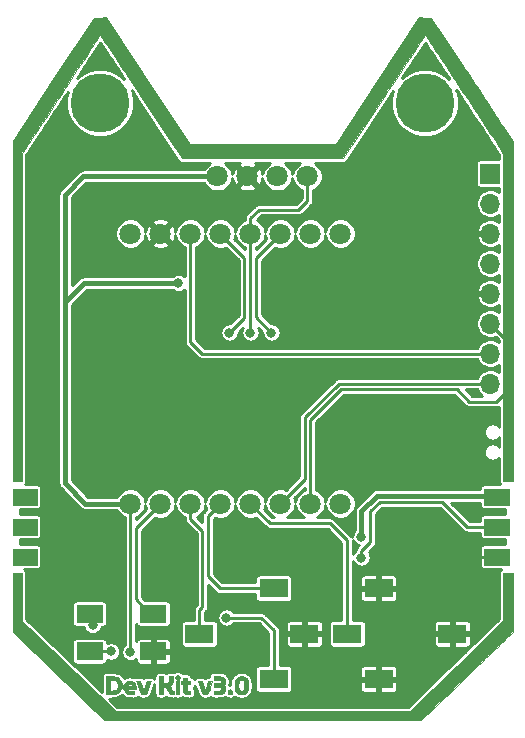
<source format=gtl>
G04 #@! TF.GenerationSoftware,KiCad,Pcbnew,5.1.5+dfsg1-2build2*
G04 #@! TF.CreationDate,2022-05-18T23:03:37-07:00*
G04 #@! TF.ProjectId,v3.0-Dev-Kit,76332e30-2d44-4657-962d-4b69742e6b69,rev?*
G04 #@! TF.SameCoordinates,Original*
G04 #@! TF.FileFunction,Copper,L1,Top*
G04 #@! TF.FilePolarity,Positive*
%FSLAX46Y46*%
G04 Gerber Fmt 4.6, Leading zero omitted, Abs format (unit mm)*
G04 Created by KiCad (PCBNEW 5.1.5+dfsg1-2build2) date 2022-05-18 23:03:37*
%MOMM*%
%LPD*%
G04 APERTURE LIST*
%ADD10C,0.010000*%
%ADD11C,1.800000*%
%ADD12R,2.400000X1.600000*%
%ADD13R,2.200000X1.500000*%
%ADD14O,1.700000X1.700000*%
%ADD15R,1.700000X1.700000*%
%ADD16C,5.000000*%
%ADD17C,0.800000*%
%ADD18C,0.250000*%
%ADD19C,0.400000*%
%ADD20C,0.254000*%
G04 APERTURE END LIST*
D10*
G36*
X-20370800Y-19828261D02*
G01*
X-16402050Y-23654829D01*
X-12433300Y-27481398D01*
X12459680Y-27481400D01*
X16427940Y-23655249D01*
X20396199Y-19829098D01*
X20396200Y-17813249D01*
X20396200Y-15797400D01*
X21183600Y-15797400D01*
X21182541Y-18292950D01*
X21181483Y-20788500D01*
X20617391Y-21327049D01*
X20538866Y-21402217D01*
X20426051Y-21510506D01*
X20281198Y-21649744D01*
X20106559Y-21817763D01*
X19904385Y-22012392D01*
X19676929Y-22231460D01*
X19426440Y-22472798D01*
X19155172Y-22734235D01*
X18865376Y-23013603D01*
X18559303Y-23308729D01*
X18239205Y-23617445D01*
X17907333Y-23937580D01*
X17565939Y-24266964D01*
X17217275Y-24603428D01*
X16863592Y-24944800D01*
X16738600Y-25065458D01*
X13423900Y-28265318D01*
X-13398500Y-28265366D01*
X-21154134Y-20788500D01*
X-21158200Y-15797400D01*
X-20370800Y-15797400D01*
X-20370800Y-19828261D01*
G37*
X-20370800Y-19828261D02*
X-16402050Y-23654829D01*
X-12433300Y-27481398D01*
X12459680Y-27481400D01*
X16427940Y-23655249D01*
X20396199Y-19829098D01*
X20396200Y-17813249D01*
X20396200Y-15797400D01*
X21183600Y-15797400D01*
X21182541Y-18292950D01*
X21181483Y-20788500D01*
X20617391Y-21327049D01*
X20538866Y-21402217D01*
X20426051Y-21510506D01*
X20281198Y-21649744D01*
X20106559Y-21817763D01*
X19904385Y-22012392D01*
X19676929Y-22231460D01*
X19426440Y-22472798D01*
X19155172Y-22734235D01*
X18865376Y-23013603D01*
X18559303Y-23308729D01*
X18239205Y-23617445D01*
X17907333Y-23937580D01*
X17565939Y-24266964D01*
X17217275Y-24603428D01*
X16863592Y-24944800D01*
X16738600Y-25065458D01*
X13423900Y-28265318D01*
X-13398500Y-28265366D01*
X-21154134Y-20788500D01*
X-21158200Y-15797400D01*
X-20370800Y-15797400D01*
X-20370800Y-19828261D01*
G36*
X-9554631Y-24942407D02*
G01*
X-9495427Y-24945042D01*
X-9474200Y-24948543D01*
X-9482082Y-24977646D01*
X-9503677Y-25045677D01*
X-9535907Y-25143616D01*
X-9575695Y-25262446D01*
X-9619965Y-25393147D01*
X-9665639Y-25526702D01*
X-9709640Y-25654093D01*
X-9748892Y-25766301D01*
X-9780317Y-25854307D01*
X-9800838Y-25909094D01*
X-9806119Y-25921349D01*
X-9870904Y-25994524D01*
X-9965755Y-26040623D01*
X-10076046Y-26056722D01*
X-10187150Y-26039896D01*
X-10251932Y-26010496D01*
X-10315869Y-25952629D01*
X-10360778Y-25879570D01*
X-10361636Y-25877241D01*
X-10399146Y-25771124D01*
X-10442598Y-25645712D01*
X-10489064Y-25509751D01*
X-10535618Y-25371987D01*
X-10579331Y-25241167D01*
X-10617275Y-25126036D01*
X-10646523Y-25035341D01*
X-10664147Y-24977828D01*
X-10668000Y-24962023D01*
X-10644858Y-24951501D01*
X-10584180Y-24945954D01*
X-10499090Y-24946579D01*
X-10498874Y-24946589D01*
X-10329748Y-24954100D01*
X-10208725Y-25343731D01*
X-10167038Y-25476310D01*
X-10129978Y-25591107D01*
X-10100357Y-25679654D01*
X-10080985Y-25733483D01*
X-10075277Y-25745789D01*
X-10063936Y-25727078D01*
X-10040307Y-25667439D01*
X-10007126Y-25574471D01*
X-9967125Y-25455775D01*
X-9932819Y-25349807D01*
X-9802785Y-24941400D01*
X-9638493Y-24941400D01*
X-9554631Y-24942407D01*
G37*
X-9554631Y-24942407D02*
X-9495427Y-24945042D01*
X-9474200Y-24948543D01*
X-9482082Y-24977646D01*
X-9503677Y-25045677D01*
X-9535907Y-25143616D01*
X-9575695Y-25262446D01*
X-9619965Y-25393147D01*
X-9665639Y-25526702D01*
X-9709640Y-25654093D01*
X-9748892Y-25766301D01*
X-9780317Y-25854307D01*
X-9800838Y-25909094D01*
X-9806119Y-25921349D01*
X-9870904Y-25994524D01*
X-9965755Y-26040623D01*
X-10076046Y-26056722D01*
X-10187150Y-26039896D01*
X-10251932Y-26010496D01*
X-10315869Y-25952629D01*
X-10360778Y-25879570D01*
X-10361636Y-25877241D01*
X-10399146Y-25771124D01*
X-10442598Y-25645712D01*
X-10489064Y-25509751D01*
X-10535618Y-25371987D01*
X-10579331Y-25241167D01*
X-10617275Y-25126036D01*
X-10646523Y-25035341D01*
X-10664147Y-24977828D01*
X-10668000Y-24962023D01*
X-10644858Y-24951501D01*
X-10584180Y-24945954D01*
X-10499090Y-24946579D01*
X-10498874Y-24946589D01*
X-10329748Y-24954100D01*
X-10208725Y-25343731D01*
X-10167038Y-25476310D01*
X-10129978Y-25591107D01*
X-10100357Y-25679654D01*
X-10080985Y-25733483D01*
X-10075277Y-25745789D01*
X-10063936Y-25727078D01*
X-10040307Y-25667439D01*
X-10007126Y-25574471D01*
X-9967125Y-25455775D01*
X-9932819Y-25349807D01*
X-9802785Y-24941400D01*
X-9638493Y-24941400D01*
X-9554631Y-24942407D01*
G36*
X-4408422Y-25430350D02*
G01*
X-4473678Y-25622323D01*
X-4528476Y-25770998D01*
X-4576642Y-25881824D01*
X-4622004Y-25960252D01*
X-4668390Y-26011732D01*
X-4719626Y-26041717D01*
X-4779541Y-26055655D01*
X-4849852Y-26059000D01*
X-4945471Y-26050619D01*
X-5016968Y-26020224D01*
X-5050764Y-25994830D01*
X-5080848Y-25964022D01*
X-5110105Y-25919950D01*
X-5141625Y-25855551D01*
X-5178494Y-25763765D01*
X-5223801Y-25637534D01*
X-5280635Y-25469795D01*
X-5281313Y-25467762D01*
X-5329422Y-25321835D01*
X-5371407Y-25191446D01*
X-5404764Y-25084625D01*
X-5426988Y-25009402D01*
X-5435574Y-24973806D01*
X-5435600Y-24973132D01*
X-5415452Y-24953924D01*
X-5352284Y-24943679D01*
X-5272212Y-24941400D01*
X-5180071Y-24943887D01*
X-5127057Y-24953286D01*
X-5101657Y-24972499D01*
X-5095953Y-24985850D01*
X-5061553Y-25101855D01*
X-5022184Y-25230174D01*
X-4980892Y-25361404D01*
X-4940722Y-25486141D01*
X-4904721Y-25594982D01*
X-4875934Y-25678524D01*
X-4857407Y-25727364D01*
X-4853060Y-25735712D01*
X-4840135Y-25719367D01*
X-4815659Y-25661757D01*
X-4782388Y-25570364D01*
X-4743080Y-25452666D01*
X-4710293Y-25348362D01*
X-4585550Y-24941400D01*
X-4245557Y-24941400D01*
X-4408422Y-25430350D01*
G37*
X-4408422Y-25430350D02*
X-4473678Y-25622323D01*
X-4528476Y-25770998D01*
X-4576642Y-25881824D01*
X-4622004Y-25960252D01*
X-4668390Y-26011732D01*
X-4719626Y-26041717D01*
X-4779541Y-26055655D01*
X-4849852Y-26059000D01*
X-4945471Y-26050619D01*
X-5016968Y-26020224D01*
X-5050764Y-25994830D01*
X-5080848Y-25964022D01*
X-5110105Y-25919950D01*
X-5141625Y-25855551D01*
X-5178494Y-25763765D01*
X-5223801Y-25637534D01*
X-5280635Y-25469795D01*
X-5281313Y-25467762D01*
X-5329422Y-25321835D01*
X-5371407Y-25191446D01*
X-5404764Y-25084625D01*
X-5426988Y-25009402D01*
X-5435574Y-24973806D01*
X-5435600Y-24973132D01*
X-5415452Y-24953924D01*
X-5352284Y-24943679D01*
X-5272212Y-24941400D01*
X-5180071Y-24943887D01*
X-5127057Y-24953286D01*
X-5101657Y-24972499D01*
X-5095953Y-24985850D01*
X-5061553Y-25101855D01*
X-5022184Y-25230174D01*
X-4980892Y-25361404D01*
X-4940722Y-25486141D01*
X-4904721Y-25594982D01*
X-4875934Y-25678524D01*
X-4857407Y-25727364D01*
X-4853060Y-25735712D01*
X-4840135Y-25719367D01*
X-4815659Y-25661757D01*
X-4782388Y-25570364D01*
X-4743080Y-25452666D01*
X-4710293Y-25348362D01*
X-4585550Y-24941400D01*
X-4245557Y-24941400D01*
X-4408422Y-25430350D01*
G36*
X-2656218Y-25674727D02*
G01*
X-2585686Y-25737484D01*
X-2548907Y-25834883D01*
X-2545373Y-25907342D01*
X-2570002Y-25961169D01*
X-2599325Y-25993633D01*
X-2677648Y-26043112D01*
X-2769190Y-26059823D01*
X-2853980Y-26041348D01*
X-2876902Y-26027250D01*
X-2923138Y-25970335D01*
X-2953071Y-25894204D01*
X-2957766Y-25823657D01*
X-2954603Y-25811570D01*
X-2902970Y-25725536D01*
X-2826272Y-25668903D01*
X-2754287Y-25652600D01*
X-2656218Y-25674727D01*
G37*
X-2656218Y-25674727D02*
X-2585686Y-25737484D01*
X-2548907Y-25834883D01*
X-2545373Y-25907342D01*
X-2570002Y-25961169D01*
X-2599325Y-25993633D01*
X-2677648Y-26043112D01*
X-2769190Y-26059823D01*
X-2853980Y-26041348D01*
X-2876902Y-26027250D01*
X-2923138Y-25970335D01*
X-2953071Y-25894204D01*
X-2957766Y-25823657D01*
X-2954603Y-25811570D01*
X-2902970Y-25725536D01*
X-2826272Y-25668903D01*
X-2754287Y-25652600D01*
X-2656218Y-25674727D01*
G36*
X-1674447Y-24520773D02*
G01*
X-1522106Y-24568936D01*
X-1412770Y-24640526D01*
X-1340814Y-24707909D01*
X-1288757Y-24779530D01*
X-1253612Y-24865002D01*
X-1232393Y-24973942D01*
X-1222115Y-25115965D01*
X-1219758Y-25262075D01*
X-1220725Y-25394536D01*
X-1223767Y-25515109D01*
X-1228423Y-25611236D01*
X-1234234Y-25670359D01*
X-1234850Y-25673699D01*
X-1270763Y-25759433D01*
X-1338858Y-25852825D01*
X-1425826Y-25938926D01*
X-1518355Y-26002788D01*
X-1535283Y-26011092D01*
X-1660450Y-26046990D01*
X-1806096Y-26057248D01*
X-1949157Y-26041842D01*
X-2044918Y-26011629D01*
X-2157133Y-25939382D01*
X-2254304Y-25838054D01*
X-2321619Y-25724306D01*
X-2335273Y-25685044D01*
X-2347849Y-25609530D01*
X-2356291Y-25498090D01*
X-2360576Y-25365259D01*
X-2360622Y-25305396D01*
X-2033551Y-25305396D01*
X-2030567Y-25429999D01*
X-2021885Y-25539590D01*
X-2007401Y-25621059D01*
X-1996555Y-25649804D01*
X-1928533Y-25725979D01*
X-1838286Y-25765365D01*
X-1740106Y-25766483D01*
X-1648287Y-25727853D01*
X-1606550Y-25690141D01*
X-1583272Y-25659873D01*
X-1567328Y-25625662D01*
X-1557346Y-25577779D01*
X-1551949Y-25506493D01*
X-1549762Y-25402074D01*
X-1549400Y-25285697D01*
X-1550375Y-25142931D01*
X-1553988Y-25041790D01*
X-1561276Y-24973123D01*
X-1573275Y-24927779D01*
X-1591021Y-24896608D01*
X-1593850Y-24893063D01*
X-1673216Y-24832714D01*
X-1769810Y-24811047D01*
X-1869085Y-24827108D01*
X-1956493Y-24879944D01*
X-1990642Y-24919055D01*
X-2009384Y-24972610D01*
X-2022853Y-25063591D01*
X-2030945Y-25178890D01*
X-2033551Y-25305396D01*
X-2360622Y-25305396D01*
X-2360684Y-25225571D01*
X-2356593Y-25093559D01*
X-2348283Y-24983759D01*
X-2336393Y-24913012D01*
X-2270355Y-24763801D01*
X-2166386Y-24645792D01*
X-2029495Y-24563039D01*
X-1864689Y-24519594D01*
X-1848002Y-24517683D01*
X-1674447Y-24520773D01*
G37*
X-1674447Y-24520773D02*
X-1522106Y-24568936D01*
X-1412770Y-24640526D01*
X-1340814Y-24707909D01*
X-1288757Y-24779530D01*
X-1253612Y-24865002D01*
X-1232393Y-24973942D01*
X-1222115Y-25115965D01*
X-1219758Y-25262075D01*
X-1220725Y-25394536D01*
X-1223767Y-25515109D01*
X-1228423Y-25611236D01*
X-1234234Y-25670359D01*
X-1234850Y-25673699D01*
X-1270763Y-25759433D01*
X-1338858Y-25852825D01*
X-1425826Y-25938926D01*
X-1518355Y-26002788D01*
X-1535283Y-26011092D01*
X-1660450Y-26046990D01*
X-1806096Y-26057248D01*
X-1949157Y-26041842D01*
X-2044918Y-26011629D01*
X-2157133Y-25939382D01*
X-2254304Y-25838054D01*
X-2321619Y-25724306D01*
X-2335273Y-25685044D01*
X-2347849Y-25609530D01*
X-2356291Y-25498090D01*
X-2360576Y-25365259D01*
X-2360622Y-25305396D01*
X-2033551Y-25305396D01*
X-2030567Y-25429999D01*
X-2021885Y-25539590D01*
X-2007401Y-25621059D01*
X-1996555Y-25649804D01*
X-1928533Y-25725979D01*
X-1838286Y-25765365D01*
X-1740106Y-25766483D01*
X-1648287Y-25727853D01*
X-1606550Y-25690141D01*
X-1583272Y-25659873D01*
X-1567328Y-25625662D01*
X-1557346Y-25577779D01*
X-1551949Y-25506493D01*
X-1549762Y-25402074D01*
X-1549400Y-25285697D01*
X-1550375Y-25142931D01*
X-1553988Y-25041790D01*
X-1561276Y-24973123D01*
X-1573275Y-24927779D01*
X-1591021Y-24896608D01*
X-1593850Y-24893063D01*
X-1673216Y-24832714D01*
X-1769810Y-24811047D01*
X-1869085Y-24827108D01*
X-1956493Y-24879944D01*
X-1990642Y-24919055D01*
X-2009384Y-24972610D01*
X-2022853Y-25063591D01*
X-2030945Y-25178890D01*
X-2033551Y-25305396D01*
X-2360622Y-25305396D01*
X-2360684Y-25225571D01*
X-2356593Y-25093559D01*
X-2348283Y-24983759D01*
X-2336393Y-24913012D01*
X-2270355Y-24763801D01*
X-2166386Y-24645792D01*
X-2029495Y-24563039D01*
X-1864689Y-24519594D01*
X-1848002Y-24517683D01*
X-1674447Y-24520773D01*
G36*
X-12833350Y-24539458D02*
G01*
X-12640892Y-24547746D01*
X-12489557Y-24563825D01*
X-12369935Y-24590297D01*
X-12272613Y-24629764D01*
X-12188180Y-24684827D01*
X-12132584Y-24733211D01*
X-12030979Y-24849294D01*
X-11964642Y-24976429D01*
X-11927947Y-25128015D01*
X-11917337Y-25245755D01*
X-11920874Y-25427241D01*
X-11953800Y-25576247D01*
X-12020662Y-25704608D01*
X-12126010Y-25824157D01*
X-12147118Y-25843596D01*
X-12233500Y-25913066D01*
X-12322100Y-25963945D01*
X-12422808Y-25998832D01*
X-12545515Y-26020329D01*
X-12700113Y-26031036D01*
X-12869711Y-26033600D01*
X-13208000Y-26033600D01*
X-13208000Y-25761025D01*
X-12877800Y-25761025D01*
X-12700028Y-25748306D01*
X-12577894Y-25733301D01*
X-12486649Y-25705275D01*
X-12424597Y-25670959D01*
X-12322417Y-25574546D01*
X-12260580Y-25447341D01*
X-12239188Y-25289559D01*
X-12239172Y-25284708D01*
X-12249214Y-25161227D01*
X-12284558Y-25064036D01*
X-12353028Y-24971726D01*
X-12353925Y-24970736D01*
X-12430569Y-24903728D01*
X-12524288Y-24859363D01*
X-12648821Y-24831995D01*
X-12709422Y-24824635D01*
X-12877800Y-24807384D01*
X-12877800Y-25761025D01*
X-13208000Y-25761025D01*
X-13208000Y-24530340D01*
X-12833350Y-24539458D01*
G37*
X-12833350Y-24539458D02*
X-12640892Y-24547746D01*
X-12489557Y-24563825D01*
X-12369935Y-24590297D01*
X-12272613Y-24629764D01*
X-12188180Y-24684827D01*
X-12132584Y-24733211D01*
X-12030979Y-24849294D01*
X-11964642Y-24976429D01*
X-11927947Y-25128015D01*
X-11917337Y-25245755D01*
X-11920874Y-25427241D01*
X-11953800Y-25576247D01*
X-12020662Y-25704608D01*
X-12126010Y-25824157D01*
X-12147118Y-25843596D01*
X-12233500Y-25913066D01*
X-12322100Y-25963945D01*
X-12422808Y-25998832D01*
X-12545515Y-26020329D01*
X-12700113Y-26031036D01*
X-12869711Y-26033600D01*
X-13208000Y-26033600D01*
X-13208000Y-25761025D01*
X-12877800Y-25761025D01*
X-12700028Y-25748306D01*
X-12577894Y-25733301D01*
X-12486649Y-25705275D01*
X-12424597Y-25670959D01*
X-12322417Y-25574546D01*
X-12260580Y-25447341D01*
X-12239188Y-25289559D01*
X-12239172Y-25284708D01*
X-12249214Y-25161227D01*
X-12284558Y-25064036D01*
X-12353028Y-24971726D01*
X-12353925Y-24970736D01*
X-12430569Y-24903728D01*
X-12524288Y-24859363D01*
X-12648821Y-24831995D01*
X-12709422Y-24824635D01*
X-12877800Y-24807384D01*
X-12877800Y-25761025D01*
X-13208000Y-25761025D01*
X-13208000Y-24530340D01*
X-12833350Y-24539458D01*
G36*
X-11065108Y-24938444D02*
G01*
X-10932722Y-25002934D01*
X-10828857Y-25105205D01*
X-10757332Y-25240993D01*
X-10721967Y-25406034D01*
X-10718800Y-25477993D01*
X-10718800Y-25601800D01*
X-11076517Y-25601800D01*
X-11227833Y-25602820D01*
X-11332684Y-25607065D01*
X-11395388Y-25616307D01*
X-11420259Y-25632320D01*
X-11411614Y-25656878D01*
X-11373767Y-25691755D01*
X-11346434Y-25712727D01*
X-11293769Y-25741210D01*
X-11219303Y-25759968D01*
X-11110750Y-25771673D01*
X-11062285Y-25774607D01*
X-10845800Y-25785970D01*
X-10845800Y-26033600D01*
X-11093450Y-26031667D01*
X-11210863Y-26027737D01*
X-11318121Y-26018824D01*
X-11398912Y-26006507D01*
X-11423933Y-25999694D01*
X-11565926Y-25923352D01*
X-11675385Y-25813910D01*
X-11749182Y-25679690D01*
X-11784195Y-25529014D01*
X-11777297Y-25370203D01*
X-11769323Y-25345846D01*
X-11455400Y-25345846D01*
X-11430936Y-25360678D01*
X-11360824Y-25370016D01*
X-11252200Y-25373200D01*
X-11150783Y-25372066D01*
X-11089984Y-25367033D01*
X-11059646Y-25355653D01*
X-11049608Y-25335479D01*
X-11049000Y-25324243D01*
X-11070811Y-25270104D01*
X-11124763Y-25217516D01*
X-11193639Y-25180037D01*
X-11244880Y-25170000D01*
X-11297679Y-25186807D01*
X-11360661Y-25228114D01*
X-11417455Y-25280243D01*
X-11451688Y-25329521D01*
X-11455400Y-25345846D01*
X-11769323Y-25345846D01*
X-11725363Y-25211578D01*
X-11722272Y-25205290D01*
X-11632172Y-25072042D01*
X-11514377Y-24980318D01*
X-11366802Y-24928913D01*
X-11222194Y-24916000D01*
X-11065108Y-24938444D01*
G37*
X-11065108Y-24938444D02*
X-10932722Y-25002934D01*
X-10828857Y-25105205D01*
X-10757332Y-25240993D01*
X-10721967Y-25406034D01*
X-10718800Y-25477993D01*
X-10718800Y-25601800D01*
X-11076517Y-25601800D01*
X-11227833Y-25602820D01*
X-11332684Y-25607065D01*
X-11395388Y-25616307D01*
X-11420259Y-25632320D01*
X-11411614Y-25656878D01*
X-11373767Y-25691755D01*
X-11346434Y-25712727D01*
X-11293769Y-25741210D01*
X-11219303Y-25759968D01*
X-11110750Y-25771673D01*
X-11062285Y-25774607D01*
X-10845800Y-25785970D01*
X-10845800Y-26033600D01*
X-11093450Y-26031667D01*
X-11210863Y-26027737D01*
X-11318121Y-26018824D01*
X-11398912Y-26006507D01*
X-11423933Y-25999694D01*
X-11565926Y-25923352D01*
X-11675385Y-25813910D01*
X-11749182Y-25679690D01*
X-11784195Y-25529014D01*
X-11777297Y-25370203D01*
X-11769323Y-25345846D01*
X-11455400Y-25345846D01*
X-11430936Y-25360678D01*
X-11360824Y-25370016D01*
X-11252200Y-25373200D01*
X-11150783Y-25372066D01*
X-11089984Y-25367033D01*
X-11059646Y-25355653D01*
X-11049608Y-25335479D01*
X-11049000Y-25324243D01*
X-11070811Y-25270104D01*
X-11124763Y-25217516D01*
X-11193639Y-25180037D01*
X-11244880Y-25170000D01*
X-11297679Y-25186807D01*
X-11360661Y-25228114D01*
X-11417455Y-25280243D01*
X-11451688Y-25329521D01*
X-11455400Y-25345846D01*
X-11769323Y-25345846D01*
X-11725363Y-25211578D01*
X-11722272Y-25205290D01*
X-11632172Y-25072042D01*
X-11514377Y-24980318D01*
X-11366802Y-24928913D01*
X-11222194Y-24916000D01*
X-11065108Y-24938444D01*
G36*
X-8432800Y-25144600D02*
G01*
X-8253047Y-25144600D01*
X-8155738Y-25142713D01*
X-8092845Y-25133871D01*
X-8048028Y-25113297D01*
X-8004951Y-25076215D01*
X-7999047Y-25070353D01*
X-7963776Y-25032259D01*
X-7941912Y-24995309D01*
X-7930257Y-24946386D01*
X-7925619Y-24872376D01*
X-7924800Y-24765553D01*
X-7924800Y-24535000D01*
X-7594600Y-24535000D01*
X-7595158Y-24782650D01*
X-7602840Y-24955075D01*
X-7627141Y-25088228D01*
X-7671262Y-25191828D01*
X-7738405Y-25275599D01*
X-7765517Y-25300010D01*
X-7842063Y-25364419D01*
X-7752856Y-25559309D01*
X-7708685Y-25653988D01*
X-7676720Y-25711621D01*
X-7648127Y-25741405D01*
X-7614074Y-25752533D01*
X-7565727Y-25754199D01*
X-7565625Y-25754200D01*
X-7467600Y-25754200D01*
X-7467600Y-26033600D01*
X-7639749Y-26033600D01*
X-7770775Y-26025690D01*
X-7855428Y-26001735D01*
X-7869106Y-25993529D01*
X-7903669Y-25954915D01*
X-7952604Y-25881673D01*
X-8008751Y-25785186D01*
X-8052789Y-25701429D01*
X-8179264Y-25449400D01*
X-8432800Y-25449400D01*
X-8432800Y-26033600D01*
X-8763000Y-26033600D01*
X-8763000Y-24535000D01*
X-8432800Y-24535000D01*
X-8432800Y-25144600D01*
G37*
X-8432800Y-25144600D02*
X-8253047Y-25144600D01*
X-8155738Y-25142713D01*
X-8092845Y-25133871D01*
X-8048028Y-25113297D01*
X-8004951Y-25076215D01*
X-7999047Y-25070353D01*
X-7963776Y-25032259D01*
X-7941912Y-24995309D01*
X-7930257Y-24946386D01*
X-7925619Y-24872376D01*
X-7924800Y-24765553D01*
X-7924800Y-24535000D01*
X-7594600Y-24535000D01*
X-7595158Y-24782650D01*
X-7602840Y-24955075D01*
X-7627141Y-25088228D01*
X-7671262Y-25191828D01*
X-7738405Y-25275599D01*
X-7765517Y-25300010D01*
X-7842063Y-25364419D01*
X-7752856Y-25559309D01*
X-7708685Y-25653988D01*
X-7676720Y-25711621D01*
X-7648127Y-25741405D01*
X-7614074Y-25752533D01*
X-7565727Y-25754199D01*
X-7565625Y-25754200D01*
X-7467600Y-25754200D01*
X-7467600Y-26033600D01*
X-7639749Y-26033600D01*
X-7770775Y-26025690D01*
X-7855428Y-26001735D01*
X-7869106Y-25993529D01*
X-7903669Y-25954915D01*
X-7952604Y-25881673D01*
X-8008751Y-25785186D01*
X-8052789Y-25701429D01*
X-8179264Y-25449400D01*
X-8432800Y-25449400D01*
X-8432800Y-26033600D01*
X-8763000Y-26033600D01*
X-8763000Y-24535000D01*
X-8432800Y-24535000D01*
X-8432800Y-25144600D01*
G36*
X-7035800Y-26033600D02*
G01*
X-7340600Y-26033600D01*
X-7340600Y-24941400D01*
X-7035800Y-24941400D01*
X-7035800Y-26033600D01*
G37*
X-7035800Y-26033600D02*
X-7340600Y-26033600D01*
X-7340600Y-24941400D01*
X-7035800Y-24941400D01*
X-7035800Y-26033600D01*
G36*
X-6400800Y-24941400D02*
G01*
X-6096000Y-24941400D01*
X-6096000Y-25220800D01*
X-6400800Y-25220800D01*
X-6400800Y-25469720D01*
X-6397453Y-25605242D01*
X-6387720Y-25699126D01*
X-6372064Y-25747134D01*
X-6370320Y-25749120D01*
X-6328167Y-25767237D01*
X-6256384Y-25778155D01*
X-6217920Y-25779600D01*
X-6096000Y-25779600D01*
X-6096000Y-26033600D01*
X-6311500Y-26033600D01*
X-6418699Y-26032369D01*
X-6489538Y-26026292D01*
X-6538440Y-26011789D01*
X-6579827Y-25985282D01*
X-6609950Y-25959546D01*
X-6692900Y-25885493D01*
X-6701269Y-25553146D01*
X-6709638Y-25220800D01*
X-6883400Y-25220800D01*
X-6883400Y-24941400D01*
X-6705600Y-24941400D01*
X-6705600Y-24662000D01*
X-6400800Y-24662000D01*
X-6400800Y-24941400D01*
G37*
X-6400800Y-24941400D02*
X-6096000Y-24941400D01*
X-6096000Y-25220800D01*
X-6400800Y-25220800D01*
X-6400800Y-25469720D01*
X-6397453Y-25605242D01*
X-6387720Y-25699126D01*
X-6372064Y-25747134D01*
X-6370320Y-25749120D01*
X-6328167Y-25767237D01*
X-6256384Y-25778155D01*
X-6217920Y-25779600D01*
X-6096000Y-25779600D01*
X-6096000Y-26033600D01*
X-6311500Y-26033600D01*
X-6418699Y-26032369D01*
X-6489538Y-26026292D01*
X-6538440Y-26011789D01*
X-6579827Y-25985282D01*
X-6609950Y-25959546D01*
X-6692900Y-25885493D01*
X-6701269Y-25553146D01*
X-6709638Y-25220800D01*
X-6883400Y-25220800D01*
X-6883400Y-24941400D01*
X-6705600Y-24941400D01*
X-6705600Y-24662000D01*
X-6400800Y-24662000D01*
X-6400800Y-24941400D01*
G36*
X-3816350Y-24535557D02*
G01*
X-3636940Y-24539880D01*
X-3499298Y-24553874D01*
X-3394891Y-24580126D01*
X-3315182Y-24621225D01*
X-3251638Y-24679758D01*
X-3224156Y-24715109D01*
X-3173046Y-24822463D01*
X-3151020Y-24948412D01*
X-3158791Y-25074377D01*
X-3197075Y-25181781D01*
X-3205669Y-25195400D01*
X-3266187Y-25284300D01*
X-3205604Y-25373200D01*
X-3161202Y-25478842D01*
X-3149441Y-25604692D01*
X-3169365Y-25732853D01*
X-3220018Y-25845430D01*
X-3231726Y-25861876D01*
X-3287875Y-25926358D01*
X-3348990Y-25972779D01*
X-3424413Y-26003924D01*
X-3523487Y-26022580D01*
X-3655553Y-26031534D01*
X-3807489Y-26033600D01*
X-4140200Y-26033600D01*
X-4140200Y-25754200D01*
X-3863614Y-25754200D01*
X-3710328Y-25750235D01*
X-3601039Y-25736603D01*
X-3529438Y-25710699D01*
X-3489216Y-25669917D01*
X-3474063Y-25611652D01*
X-3473450Y-25593073D01*
X-3481957Y-25523293D01*
X-3512164Y-25474987D01*
X-3571099Y-25444666D01*
X-3665790Y-25428839D01*
X-3803268Y-25424015D01*
X-3813937Y-25424000D01*
X-4064000Y-25424000D01*
X-4064000Y-25119200D01*
X-3800411Y-25119200D01*
X-3665227Y-25116841D01*
X-3572867Y-25107492D01*
X-3515478Y-25087741D01*
X-3485211Y-25054179D01*
X-3474213Y-25003393D01*
X-3473450Y-24977153D01*
X-3480151Y-24918940D01*
X-3505010Y-24877326D01*
X-3555160Y-24849298D01*
X-3637736Y-24831843D01*
X-3759873Y-24821948D01*
X-3848940Y-24818564D01*
X-4140200Y-24810028D01*
X-4140200Y-24535000D01*
X-3816350Y-24535557D01*
G37*
X-3816350Y-24535557D02*
X-3636940Y-24539880D01*
X-3499298Y-24553874D01*
X-3394891Y-24580126D01*
X-3315182Y-24621225D01*
X-3251638Y-24679758D01*
X-3224156Y-24715109D01*
X-3173046Y-24822463D01*
X-3151020Y-24948412D01*
X-3158791Y-25074377D01*
X-3197075Y-25181781D01*
X-3205669Y-25195400D01*
X-3266187Y-25284300D01*
X-3205604Y-25373200D01*
X-3161202Y-25478842D01*
X-3149441Y-25604692D01*
X-3169365Y-25732853D01*
X-3220018Y-25845430D01*
X-3231726Y-25861876D01*
X-3287875Y-25926358D01*
X-3348990Y-25972779D01*
X-3424413Y-26003924D01*
X-3523487Y-26022580D01*
X-3655553Y-26031534D01*
X-3807489Y-26033600D01*
X-4140200Y-26033600D01*
X-4140200Y-25754200D01*
X-3863614Y-25754200D01*
X-3710328Y-25750235D01*
X-3601039Y-25736603D01*
X-3529438Y-25710699D01*
X-3489216Y-25669917D01*
X-3474063Y-25611652D01*
X-3473450Y-25593073D01*
X-3481957Y-25523293D01*
X-3512164Y-25474987D01*
X-3571099Y-25444666D01*
X-3665790Y-25428839D01*
X-3803268Y-25424015D01*
X-3813937Y-25424000D01*
X-4064000Y-25424000D01*
X-4064000Y-25119200D01*
X-3800411Y-25119200D01*
X-3665227Y-25116841D01*
X-3572867Y-25107492D01*
X-3515478Y-25087741D01*
X-3485211Y-25054179D01*
X-3474213Y-25003393D01*
X-3473450Y-24977153D01*
X-3480151Y-24918940D01*
X-3505010Y-24877326D01*
X-3555160Y-24849298D01*
X-3637736Y-24831843D01*
X-3759873Y-24821948D01*
X-3848940Y-24818564D01*
X-4140200Y-24810028D01*
X-4140200Y-24535000D01*
X-3816350Y-24535557D01*
G36*
X-7137233Y-24455905D02*
G01*
X-7058888Y-24504125D01*
X-7044481Y-24519483D01*
X-7004497Y-24575238D01*
X-6985296Y-24620237D01*
X-6985000Y-24624121D01*
X-7005461Y-24704632D01*
X-7056322Y-24777597D01*
X-7103297Y-24811599D01*
X-7177890Y-24836529D01*
X-7237756Y-24827248D01*
X-7299075Y-24787156D01*
X-7348577Y-24731786D01*
X-7365549Y-24658736D01*
X-7366000Y-24638693D01*
X-7345662Y-24545603D01*
X-7292701Y-24481123D01*
X-7219198Y-24449730D01*
X-7137233Y-24455905D01*
G37*
X-7137233Y-24455905D02*
X-7058888Y-24504125D01*
X-7044481Y-24519483D01*
X-7004497Y-24575238D01*
X-6985296Y-24620237D01*
X-6985000Y-24624121D01*
X-7005461Y-24704632D01*
X-7056322Y-24777597D01*
X-7103297Y-24811599D01*
X-7177890Y-24836529D01*
X-7237756Y-24827248D01*
X-7299075Y-24787156D01*
X-7348577Y-24731786D01*
X-7365549Y-24658736D01*
X-7366000Y-24638693D01*
X-7345662Y-24545603D01*
X-7292701Y-24481123D01*
X-7219198Y-24449730D01*
X-7137233Y-24455905D01*
G36*
X-19100800Y-15086200D02*
G01*
X-21158200Y-15086200D01*
X-21158200Y-13740000D01*
X-19100800Y-13740000D01*
X-19100800Y-15086200D01*
G37*
X-19100800Y-15086200D02*
X-21158200Y-15086200D01*
X-21158200Y-13740000D01*
X-19100800Y-13740000D01*
X-19100800Y-15086200D01*
G36*
X20904200Y-15086200D02*
G01*
X18770600Y-15086200D01*
X18770600Y-13740000D01*
X20904200Y-13740000D01*
X20904200Y-15086200D01*
G37*
X20904200Y-15086200D02*
X18770600Y-15086200D01*
X18770600Y-13740000D01*
X20904200Y-13740000D01*
X20904200Y-15086200D01*
G36*
X-19100800Y-12546200D02*
G01*
X-21158200Y-12546200D01*
X-21158200Y-11200000D01*
X-19100800Y-11200000D01*
X-19100800Y-12546200D01*
G37*
X-19100800Y-12546200D02*
X-21158200Y-12546200D01*
X-21158200Y-11200000D01*
X-19100800Y-11200000D01*
X-19100800Y-12546200D01*
G36*
X20904200Y-12546200D02*
G01*
X18770600Y-12546200D01*
X18770600Y-11200000D01*
X20904200Y-11200000D01*
X20904200Y-12546200D01*
G37*
X20904200Y-12546200D02*
X18770600Y-12546200D01*
X18770600Y-11200000D01*
X20904200Y-11200000D01*
X20904200Y-12546200D01*
G36*
X-19100800Y-10006200D02*
G01*
X-21158200Y-10006200D01*
X-21158200Y-8660000D01*
X-19100800Y-8660000D01*
X-19100800Y-10006200D01*
G37*
X-19100800Y-10006200D02*
X-21158200Y-10006200D01*
X-21158200Y-8660000D01*
X-19100800Y-8660000D01*
X-19100800Y-10006200D01*
G36*
X20904200Y-10006200D02*
G01*
X18770600Y-10006200D01*
X18770600Y-8660000D01*
X20904200Y-8660000D01*
X20904200Y-10006200D01*
G37*
X20904200Y-10006200D02*
X18770600Y-10006200D01*
X18770600Y-8660000D01*
X20904200Y-8660000D01*
X20904200Y-10006200D01*
G36*
X13763439Y31242382D02*
G01*
X14287500Y31241364D01*
X16890444Y27286332D01*
X17172689Y26857502D01*
X17455989Y26427119D01*
X17738313Y25998265D01*
X18017635Y25574019D01*
X18291923Y25157462D01*
X18559151Y24751673D01*
X18817288Y24359732D01*
X19064306Y23984721D01*
X19298175Y23629718D01*
X19516868Y23297804D01*
X19718355Y22992059D01*
X19900608Y22715564D01*
X20061597Y22471398D01*
X20199293Y22262641D01*
X20311668Y22092374D01*
X20338494Y22051750D01*
X21183600Y20772200D01*
X21183600Y-7999600D01*
X20396200Y-7999600D01*
X20396199Y5864284D01*
X20396199Y19728167D01*
X20197711Y20031134D01*
X20094326Y20188808D01*
X19969843Y20378439D01*
X19825754Y20597762D01*
X19663553Y20844510D01*
X19484733Y21116419D01*
X19290788Y21411223D01*
X19083211Y21726655D01*
X18863496Y22060452D01*
X18633135Y22410346D01*
X18393623Y22774073D01*
X18146453Y23149366D01*
X17893118Y23533962D01*
X17635112Y23925592D01*
X17373927Y24321994D01*
X17111058Y24720900D01*
X16847998Y25120045D01*
X16586239Y25517164D01*
X16327277Y25909990D01*
X16072603Y26296260D01*
X15823712Y26673706D01*
X15582097Y27040063D01*
X15349251Y27393067D01*
X15126667Y27730450D01*
X14915840Y28049949D01*
X14718262Y28349296D01*
X14535427Y28626227D01*
X14368828Y28878476D01*
X14219959Y29103778D01*
X14090313Y29299867D01*
X13981383Y29464476D01*
X13894663Y29595342D01*
X13831647Y29690198D01*
X13793827Y29746779D01*
X13782635Y29763058D01*
X13772950Y29756705D01*
X13750043Y29729693D01*
X13713134Y29680855D01*
X13661444Y29609024D01*
X13594194Y29513033D01*
X13510603Y29391715D01*
X13409893Y29243905D01*
X13291283Y29068434D01*
X13153995Y28864136D01*
X12997248Y28629845D01*
X12820263Y28364394D01*
X12622261Y28066615D01*
X12402462Y27735342D01*
X12160086Y27369409D01*
X11894354Y26967648D01*
X11604486Y26528893D01*
X11289703Y26051977D01*
X10949226Y25535733D01*
X10582274Y24978995D01*
X10299585Y24549906D01*
X6845300Y19305797D01*
X-6819900Y19306151D01*
X-10273933Y24550336D01*
X-10660359Y25136899D01*
X-11019749Y25682125D01*
X-11352886Y26187184D01*
X-11660551Y26653248D01*
X-11943526Y27081486D01*
X-12202594Y27473069D01*
X-12438535Y27829166D01*
X-12652133Y28150949D01*
X-12844168Y28439587D01*
X-13015423Y28696252D01*
X-13166679Y28922112D01*
X-13298719Y29118340D01*
X-13412324Y29286104D01*
X-13508276Y29426575D01*
X-13587357Y29540924D01*
X-13650349Y29630320D01*
X-13698034Y29695935D01*
X-13731193Y29738939D01*
X-13750608Y29760501D01*
X-13756617Y29763311D01*
X-13773133Y29739399D01*
X-13816282Y29674998D01*
X-13884777Y29572058D01*
X-13977331Y29432531D01*
X-14092657Y29258365D01*
X-14229466Y29051512D01*
X-14386473Y28813921D01*
X-14562389Y28547543D01*
X-14755927Y28254329D01*
X-14965800Y27936228D01*
X-15190721Y27595191D01*
X-15429403Y27233168D01*
X-15680558Y26852109D01*
X-15942898Y26453965D01*
X-16215137Y26040686D01*
X-16495988Y25614223D01*
X-16784162Y25176525D01*
X-16803334Y25147400D01*
X-17095759Y24703196D01*
X-17383013Y24266873D01*
X-17663666Y23840603D01*
X-17936286Y23426558D01*
X-18199444Y23026911D01*
X-18451708Y22643834D01*
X-18691648Y22279499D01*
X-18917833Y21936077D01*
X-19128832Y21615741D01*
X-19323215Y21320662D01*
X-19499551Y21053014D01*
X-19656409Y20814968D01*
X-19792359Y20608695D01*
X-19905970Y20436369D01*
X-19995811Y20300161D01*
X-20060452Y20202243D01*
X-20096101Y20148348D01*
X-20370801Y19733995D01*
X-20370800Y5867198D01*
X-20370800Y-7999600D01*
X-21158200Y-7999600D01*
X-21158052Y20765900D01*
X-17710076Y26003498D01*
X-14262100Y31241095D01*
X-13737601Y31242248D01*
X-13213102Y31243400D01*
X-9686301Y25885293D01*
X-6159500Y20527185D01*
X6184900Y20526773D01*
X9712139Y25885087D01*
X13239379Y31243400D01*
X13763439Y31242382D01*
G37*
X13763439Y31242382D02*
X14287500Y31241364D01*
X16890444Y27286332D01*
X17172689Y26857502D01*
X17455989Y26427119D01*
X17738313Y25998265D01*
X18017635Y25574019D01*
X18291923Y25157462D01*
X18559151Y24751673D01*
X18817288Y24359732D01*
X19064306Y23984721D01*
X19298175Y23629718D01*
X19516868Y23297804D01*
X19718355Y22992059D01*
X19900608Y22715564D01*
X20061597Y22471398D01*
X20199293Y22262641D01*
X20311668Y22092374D01*
X20338494Y22051750D01*
X21183600Y20772200D01*
X21183600Y-7999600D01*
X20396200Y-7999600D01*
X20396199Y5864284D01*
X20396199Y19728167D01*
X20197711Y20031134D01*
X20094326Y20188808D01*
X19969843Y20378439D01*
X19825754Y20597762D01*
X19663553Y20844510D01*
X19484733Y21116419D01*
X19290788Y21411223D01*
X19083211Y21726655D01*
X18863496Y22060452D01*
X18633135Y22410346D01*
X18393623Y22774073D01*
X18146453Y23149366D01*
X17893118Y23533962D01*
X17635112Y23925592D01*
X17373927Y24321994D01*
X17111058Y24720900D01*
X16847998Y25120045D01*
X16586239Y25517164D01*
X16327277Y25909990D01*
X16072603Y26296260D01*
X15823712Y26673706D01*
X15582097Y27040063D01*
X15349251Y27393067D01*
X15126667Y27730450D01*
X14915840Y28049949D01*
X14718262Y28349296D01*
X14535427Y28626227D01*
X14368828Y28878476D01*
X14219959Y29103778D01*
X14090313Y29299867D01*
X13981383Y29464476D01*
X13894663Y29595342D01*
X13831647Y29690198D01*
X13793827Y29746779D01*
X13782635Y29763058D01*
X13772950Y29756705D01*
X13750043Y29729693D01*
X13713134Y29680855D01*
X13661444Y29609024D01*
X13594194Y29513033D01*
X13510603Y29391715D01*
X13409893Y29243905D01*
X13291283Y29068434D01*
X13153995Y28864136D01*
X12997248Y28629845D01*
X12820263Y28364394D01*
X12622261Y28066615D01*
X12402462Y27735342D01*
X12160086Y27369409D01*
X11894354Y26967648D01*
X11604486Y26528893D01*
X11289703Y26051977D01*
X10949226Y25535733D01*
X10582274Y24978995D01*
X10299585Y24549906D01*
X6845300Y19305797D01*
X-6819900Y19306151D01*
X-10273933Y24550336D01*
X-10660359Y25136899D01*
X-11019749Y25682125D01*
X-11352886Y26187184D01*
X-11660551Y26653248D01*
X-11943526Y27081486D01*
X-12202594Y27473069D01*
X-12438535Y27829166D01*
X-12652133Y28150949D01*
X-12844168Y28439587D01*
X-13015423Y28696252D01*
X-13166679Y28922112D01*
X-13298719Y29118340D01*
X-13412324Y29286104D01*
X-13508276Y29426575D01*
X-13587357Y29540924D01*
X-13650349Y29630320D01*
X-13698034Y29695935D01*
X-13731193Y29738939D01*
X-13750608Y29760501D01*
X-13756617Y29763311D01*
X-13773133Y29739399D01*
X-13816282Y29674998D01*
X-13884777Y29572058D01*
X-13977331Y29432531D01*
X-14092657Y29258365D01*
X-14229466Y29051512D01*
X-14386473Y28813921D01*
X-14562389Y28547543D01*
X-14755927Y28254329D01*
X-14965800Y27936228D01*
X-15190721Y27595191D01*
X-15429403Y27233168D01*
X-15680558Y26852109D01*
X-15942898Y26453965D01*
X-16215137Y26040686D01*
X-16495988Y25614223D01*
X-16784162Y25176525D01*
X-16803334Y25147400D01*
X-17095759Y24703196D01*
X-17383013Y24266873D01*
X-17663666Y23840603D01*
X-17936286Y23426558D01*
X-18199444Y23026911D01*
X-18451708Y22643834D01*
X-18691648Y22279499D01*
X-18917833Y21936077D01*
X-19128832Y21615741D01*
X-19323215Y21320662D01*
X-19499551Y21053014D01*
X-19656409Y20814968D01*
X-19792359Y20608695D01*
X-19905970Y20436369D01*
X-19995811Y20300161D01*
X-20060452Y20202243D01*
X-20096101Y20148348D01*
X-20370801Y19733995D01*
X-20370800Y5867198D01*
X-20370800Y-7999600D01*
X-21158200Y-7999600D01*
X-21158052Y20765900D01*
X-17710076Y26003498D01*
X-14262100Y31241095D01*
X-13737601Y31242248D01*
X-13213102Y31243400D01*
X-9686301Y25885293D01*
X-6159500Y20527185D01*
X6184900Y20526773D01*
X9712139Y25885087D01*
X13239379Y31243400D01*
X13763439Y31242382D01*
D11*
X6604000Y12954000D03*
X6604000Y-9906000D03*
X4064000Y12954000D03*
X4064000Y-9906000D03*
X1524000Y12954000D03*
X1524000Y-9906000D03*
X-1016000Y12954000D03*
X-1016000Y-9906000D03*
X-3556000Y12954000D03*
X-3556000Y-9906000D03*
X-6096000Y12954000D03*
X-6096000Y-9906000D03*
X-8636000Y12954000D03*
X-8636000Y-9906000D03*
X-11176000Y12954000D03*
X-11176000Y-9906000D03*
X-3810000Y17798000D03*
X-1270000Y17798000D03*
X1270000Y17798000D03*
X3810000Y17798000D03*
D12*
X952500Y-24765000D03*
X9842500Y-24765000D03*
X952500Y-17081500D03*
X9842500Y-17081500D03*
X-5334000Y-20933000D03*
X3556000Y-20933000D03*
X7175500Y-20933000D03*
X16065500Y-20933000D03*
D13*
X-9238000Y-22428000D03*
X-9238000Y-19228000D03*
X-14638000Y-22428000D03*
X-14638000Y-19228000D03*
D14*
X19304000Y254000D03*
X19304000Y2794000D03*
X19304000Y5334000D03*
X19304000Y7874000D03*
X19304000Y10414000D03*
X19304000Y12954000D03*
X19304000Y15494000D03*
D15*
X19304000Y18034000D03*
D16*
X13750000Y24000000D03*
X-13750000Y24000000D03*
D17*
X-1016000Y4572000D03*
X762000Y4572000D03*
X-11176000Y-22479000D03*
X-7112000Y8763000D03*
X-12827000Y-22428000D03*
X8382000Y-14478000D03*
X-2794000Y4572000D03*
X-3048000Y-19558000D03*
X-14388000Y-20193000D03*
X8382000Y-12700000D03*
X15494000Y19050000D03*
X5334000Y-8128000D03*
X17880800Y-4699000D03*
X17907000Y-14425800D03*
X-5588000Y-22892000D03*
D18*
X-1016000Y14226792D02*
X-256792Y14986000D01*
X-1016000Y12954000D02*
X-1016000Y14226792D01*
X-256792Y14986000D02*
X3048000Y14986000D01*
X3810000Y15748000D02*
X3810000Y17798000D01*
X3048000Y14986000D02*
X3810000Y15748000D01*
X-1016000Y12954000D02*
X-1016000Y8636000D01*
X-1016000Y8636000D02*
X-1016000Y8636000D01*
X-1016000Y8636000D02*
X-1016000Y4572000D01*
X-565990Y5899990D02*
X762000Y4572000D01*
X1524000Y12954000D02*
X-565990Y10864010D01*
X-565990Y10864010D02*
X-565990Y5899990D01*
X-11176000Y-9906000D02*
X-11176000Y-22479000D01*
D19*
X-11176000Y-9906000D02*
X-14986000Y-9906000D01*
X-14986000Y-9906000D02*
X-16700500Y-8191500D01*
X-15158500Y17798000D02*
X-3810000Y17798000D01*
X-16700500Y16256000D02*
X-15158500Y17798000D01*
X-16700500Y6921500D02*
X-16700500Y7175500D01*
X-16700500Y-8191500D02*
X-16700500Y6921500D01*
X-16700500Y6921500D02*
X-16700500Y16256000D01*
X-16700500Y7175500D02*
X-15113000Y8763000D01*
X-15113000Y8763000D02*
X-7112000Y8763000D01*
X-7112000Y8763000D02*
X-7112000Y8763000D01*
D18*
X-8636000Y-9906000D02*
X-10725990Y-11995990D01*
X-10725990Y-17990010D02*
X-9488000Y-19228000D01*
X-10725990Y-11995990D02*
X-10725990Y-17990010D01*
X-14388000Y-22428000D02*
X-13081000Y-22428000D01*
X-13081000Y-22428000D02*
X-12827000Y-22428000D01*
X-12827000Y-22428000D02*
X-12827000Y-22428000D01*
X9107001Y-13187314D02*
X9107001Y-10579409D01*
X8382000Y-13912315D02*
X9107001Y-13187314D01*
X8382000Y-14478000D02*
X8382000Y-13912315D01*
X9107001Y-10579409D02*
X9916000Y-9770410D01*
X9916000Y-9770410D02*
X15240000Y-9770410D01*
X17329990Y-11860400D02*
X19837400Y-11860400D01*
X15240000Y-9770410D02*
X17329990Y-11860400D01*
X-4629990Y-10979990D02*
X-3556000Y-9906000D01*
X-4629990Y-16071010D02*
X-4629990Y-10979990D01*
X-3619500Y-17081500D02*
X-4629990Y-16071010D01*
X952500Y-17081500D02*
X-3619500Y-17081500D01*
X-6096000Y-11178792D02*
X-5080000Y-12194792D01*
X-6096000Y-9906000D02*
X-6096000Y-11178792D01*
X-5080000Y-12194792D02*
X-5080000Y-18669000D01*
X-5334000Y-18923000D02*
X-5334000Y-20933000D01*
X-5080000Y-18669000D02*
X-5334000Y-18923000D01*
X7175500Y-19883000D02*
X7175500Y-20933000D01*
X7175500Y-13017500D02*
X7175500Y-19883000D01*
X5715000Y-11557000D02*
X7175500Y-13017500D01*
X635000Y-11557000D02*
X5715000Y-11557000D01*
X-1016000Y-9906000D02*
X635000Y-11557000D01*
X1524000Y-9906000D02*
X3613990Y-7816010D01*
X3613990Y-7816010D02*
X3613991Y-2607599D01*
X6475590Y254000D02*
X19304000Y254000D01*
X3613991Y-2607599D02*
X6475590Y254000D01*
X-6096000Y12954000D02*
X-6096000Y3810000D01*
X-5080000Y2794000D02*
X19304000Y2794000D01*
X-6096000Y3810000D02*
X-5080000Y2794000D01*
X-3556000Y12954000D02*
X-1524000Y10922000D01*
X-1524000Y10922000D02*
X-1524000Y5842000D01*
X-1524000Y5842000D02*
X-2794000Y4572000D01*
X-2794000Y4572000D02*
X-2794000Y4572000D01*
X-3048000Y-19558000D02*
X-127000Y-19558000D01*
X952500Y-20637500D02*
X952500Y-24765000D01*
X-127000Y-19558000D02*
X952500Y-20637500D01*
X4064000Y-9906000D02*
X4064000Y-2794000D01*
X4064000Y-2794000D02*
X6661990Y-196010D01*
X6661990Y-196010D02*
X16452010Y-196010D01*
X16452010Y-196010D02*
X17526000Y-1270000D01*
X19812000Y-1270000D02*
X20574000Y-508000D01*
X17526000Y-1270000D02*
X19812000Y-1270000D01*
X20574000Y4064000D02*
X19304000Y5334000D01*
X20574000Y-508000D02*
X20574000Y4064000D01*
D19*
X-14388000Y-20193000D02*
X-14388000Y-20193000D01*
X-14388000Y-19228000D02*
X-14388000Y-20193000D01*
X8382000Y-10561934D02*
X9698534Y-9245400D01*
X8382000Y-12700000D02*
X8382000Y-10561934D01*
X9698534Y-9245400D02*
X19558000Y-9245400D01*
D18*
X19837400Y-14425800D02*
X17907000Y-14425800D01*
X17907000Y-14425800D02*
X17907000Y-14425800D01*
D20*
G36*
X-10979356Y24926745D02*
G01*
X-10592992Y24340276D01*
X-10592953Y24340216D01*
X-7138920Y19096032D01*
X-7115831Y19067489D01*
X-7092836Y19038887D01*
X-7092396Y19038517D01*
X-7092032Y19038068D01*
X-7063647Y19014394D01*
X-7035725Y18990964D01*
X-7035225Y18990689D01*
X-7034779Y18990317D01*
X-7002463Y18972676D01*
X-6970395Y18955045D01*
X-6969844Y18954870D01*
X-6969340Y18954595D01*
X-6934326Y18943603D01*
X-6899332Y18932501D01*
X-6898761Y18932437D01*
X-6898210Y18932264D01*
X-6861743Y18928283D01*
X-6825244Y18924188D01*
X-6824156Y18924180D01*
X-6824097Y18924174D01*
X-6824033Y18924180D01*
X-6819910Y18924151D01*
X-4423228Y18924089D01*
X-4624040Y18789911D01*
X-4801911Y18612040D01*
X-4941663Y18402886D01*
X-4953214Y18375000D01*
X-15130172Y18375000D01*
X-15158501Y18377790D01*
X-15186830Y18375000D01*
X-15186836Y18375000D01*
X-15271612Y18366650D01*
X-15380376Y18333657D01*
X-15480615Y18280079D01*
X-15568474Y18207974D01*
X-15586539Y18185962D01*
X-17088466Y16684035D01*
X-17110473Y16665974D01*
X-17128534Y16643967D01*
X-17128537Y16643964D01*
X-17151660Y16615788D01*
X-17182578Y16578115D01*
X-17213106Y16521000D01*
X-17236156Y16477876D01*
X-17269151Y16369111D01*
X-17280290Y16256000D01*
X-17277499Y16227659D01*
X-17277500Y7203836D01*
X-17280290Y7175500D01*
X-17277500Y7147169D01*
X-17277500Y6893165D01*
X-17277499Y6893155D01*
X-17277500Y-8163169D01*
X-17280290Y-8191500D01*
X-17269151Y-8304611D01*
X-17249704Y-8368717D01*
X-17236157Y-8413375D01*
X-17182579Y-8513614D01*
X-17110474Y-8601474D01*
X-17088462Y-8619539D01*
X-15414035Y-10293967D01*
X-15395974Y-10315974D01*
X-15373967Y-10334035D01*
X-15373965Y-10334037D01*
X-15366628Y-10340058D01*
X-15308115Y-10388079D01*
X-15207876Y-10441657D01*
X-15099112Y-10474650D01*
X-15014336Y-10483000D01*
X-15014330Y-10483000D01*
X-14986001Y-10485790D01*
X-14957672Y-10483000D01*
X-12319214Y-10483000D01*
X-12307663Y-10510886D01*
X-12167911Y-10720040D01*
X-11990040Y-10897911D01*
X-11780886Y-11037663D01*
X-11678000Y-11080280D01*
X-11677999Y-21882154D01*
X-11779536Y-21983691D01*
X-11864569Y-22110952D01*
X-11923141Y-22252357D01*
X-11953000Y-22402472D01*
X-11953000Y-22555528D01*
X-11923141Y-22705643D01*
X-11864569Y-22847048D01*
X-11779536Y-22974309D01*
X-11671309Y-23082536D01*
X-11544048Y-23167569D01*
X-11402643Y-23226141D01*
X-11252528Y-23256000D01*
X-11099472Y-23256000D01*
X-10970908Y-23230428D01*
X-10963812Y-23302482D01*
X-10927502Y-23422180D01*
X-10868537Y-23532494D01*
X-10789185Y-23629185D01*
X-10692494Y-23708537D01*
X-10582180Y-23767502D01*
X-10462482Y-23803812D01*
X-10338000Y-23816072D01*
X-9523750Y-23813000D01*
X-9365000Y-23654250D01*
X-9365000Y-22555000D01*
X-9111000Y-22555000D01*
X-9111000Y-23654250D01*
X-8952250Y-23813000D01*
X-8138000Y-23816072D01*
X-8013518Y-23803812D01*
X-7893820Y-23767502D01*
X-7783506Y-23708537D01*
X-7686815Y-23629185D01*
X-7607463Y-23532494D01*
X-7548498Y-23422180D01*
X-7512188Y-23302482D01*
X-7499928Y-23178000D01*
X-7503000Y-22713750D01*
X-7661750Y-22555000D01*
X-9111000Y-22555000D01*
X-9365000Y-22555000D01*
X-9385000Y-22555000D01*
X-9385000Y-22301000D01*
X-9365000Y-22301000D01*
X-9365000Y-21201750D01*
X-9111000Y-21201750D01*
X-9111000Y-22301000D01*
X-7661750Y-22301000D01*
X-7503000Y-22142250D01*
X-7499928Y-21678000D01*
X-7512188Y-21553518D01*
X-7548498Y-21433820D01*
X-7607463Y-21323506D01*
X-7686815Y-21226815D01*
X-7783506Y-21147463D01*
X-7893820Y-21088498D01*
X-8013518Y-21052188D01*
X-8138000Y-21039928D01*
X-8952250Y-21043000D01*
X-9111000Y-21201750D01*
X-9365000Y-21201750D01*
X-9523750Y-21043000D01*
X-10338000Y-21039928D01*
X-10462482Y-21052188D01*
X-10582180Y-21088498D01*
X-10674000Y-21137578D01*
X-10674000Y-20149140D01*
X-10652981Y-20188463D01*
X-10605869Y-20245869D01*
X-10548463Y-20292981D01*
X-10482970Y-20327988D01*
X-10411905Y-20349545D01*
X-10338000Y-20356824D01*
X-8138000Y-20356824D01*
X-8064095Y-20349545D01*
X-7993030Y-20327988D01*
X-7927537Y-20292981D01*
X-7870131Y-20245869D01*
X-7823019Y-20188463D01*
X-7788012Y-20122970D01*
X-7766455Y-20051905D01*
X-7759176Y-19978000D01*
X-7759176Y-18478000D01*
X-7766455Y-18404095D01*
X-7788012Y-18333030D01*
X-7823019Y-18267537D01*
X-7870131Y-18210131D01*
X-7927537Y-18163019D01*
X-7993030Y-18128012D01*
X-8064095Y-18106455D01*
X-8138000Y-18099176D01*
X-9906890Y-18099176D01*
X-10223990Y-17782076D01*
X-10223990Y-12203924D01*
X-9111374Y-11091309D01*
X-9008487Y-11133926D01*
X-8761774Y-11183000D01*
X-8510226Y-11183000D01*
X-8263513Y-11133926D01*
X-8031114Y-11037663D01*
X-7821960Y-10897911D01*
X-7644089Y-10720040D01*
X-7504337Y-10510886D01*
X-7408074Y-10278487D01*
X-7366000Y-10066966D01*
X-7323926Y-10278487D01*
X-7227663Y-10510886D01*
X-7087911Y-10720040D01*
X-6910040Y-10897911D01*
X-6700886Y-11037663D01*
X-6597999Y-11080280D01*
X-6597999Y-11154139D01*
X-6600427Y-11178792D01*
X-6590735Y-11277201D01*
X-6562030Y-11371828D01*
X-6515416Y-11459037D01*
X-6468399Y-11516327D01*
X-6468396Y-11516330D01*
X-6452683Y-11535476D01*
X-6433537Y-11551189D01*
X-5582000Y-12402727D01*
X-5581999Y-18461065D01*
X-5671532Y-18550598D01*
X-5690684Y-18566316D01*
X-5753417Y-18642755D01*
X-5800031Y-18729965D01*
X-5828736Y-18824592D01*
X-5836000Y-18898348D01*
X-5836000Y-18898357D01*
X-5838427Y-18923000D01*
X-5836000Y-18947643D01*
X-5836000Y-19754176D01*
X-6534000Y-19754176D01*
X-6607905Y-19761455D01*
X-6678970Y-19783012D01*
X-6744463Y-19818019D01*
X-6801869Y-19865131D01*
X-6848981Y-19922537D01*
X-6883988Y-19988030D01*
X-6905545Y-20059095D01*
X-6912824Y-20133000D01*
X-6912824Y-21733000D01*
X-6905545Y-21806905D01*
X-6883988Y-21877970D01*
X-6848981Y-21943463D01*
X-6801869Y-22000869D01*
X-6744463Y-22047981D01*
X-6678970Y-22082988D01*
X-6607905Y-22104545D01*
X-6534000Y-22111824D01*
X-4134000Y-22111824D01*
X-4060095Y-22104545D01*
X-3989030Y-22082988D01*
X-3923537Y-22047981D01*
X-3866131Y-22000869D01*
X-3819019Y-21943463D01*
X-3784012Y-21877970D01*
X-3762455Y-21806905D01*
X-3755176Y-21733000D01*
X-3755176Y-20133000D01*
X-3762455Y-20059095D01*
X-3784012Y-19988030D01*
X-3819019Y-19922537D01*
X-3866131Y-19865131D01*
X-3923537Y-19818019D01*
X-3989030Y-19783012D01*
X-4060095Y-19761455D01*
X-4134000Y-19754176D01*
X-4832000Y-19754176D01*
X-4832000Y-19481472D01*
X-3825000Y-19481472D01*
X-3825000Y-19634528D01*
X-3795141Y-19784643D01*
X-3736569Y-19926048D01*
X-3651536Y-20053309D01*
X-3543309Y-20161536D01*
X-3416048Y-20246569D01*
X-3274643Y-20305141D01*
X-3124528Y-20335000D01*
X-2971472Y-20335000D01*
X-2821357Y-20305141D01*
X-2679952Y-20246569D01*
X-2552691Y-20161536D01*
X-2451155Y-20060000D01*
X-334934Y-20060000D01*
X450500Y-20845435D01*
X450501Y-23586176D01*
X-247500Y-23586176D01*
X-321405Y-23593455D01*
X-392470Y-23615012D01*
X-457963Y-23650019D01*
X-515369Y-23697131D01*
X-562481Y-23754537D01*
X-597488Y-23820030D01*
X-619045Y-23891095D01*
X-626324Y-23965000D01*
X-626324Y-25565000D01*
X-619045Y-25638905D01*
X-597488Y-25709970D01*
X-562481Y-25775463D01*
X-515369Y-25832869D01*
X-457963Y-25879981D01*
X-392470Y-25914988D01*
X-321405Y-25936545D01*
X-247500Y-25943824D01*
X2152500Y-25943824D01*
X2226405Y-25936545D01*
X2297470Y-25914988D01*
X2362963Y-25879981D01*
X2420369Y-25832869D01*
X2467481Y-25775463D01*
X2502488Y-25709970D01*
X2524045Y-25638905D01*
X2531324Y-25565000D01*
X8004428Y-25565000D01*
X8016688Y-25689482D01*
X8052998Y-25809180D01*
X8111963Y-25919494D01*
X8191315Y-26016185D01*
X8288006Y-26095537D01*
X8398320Y-26154502D01*
X8518018Y-26190812D01*
X8642500Y-26203072D01*
X9556750Y-26200000D01*
X9715500Y-26041250D01*
X9715500Y-24892000D01*
X9969500Y-24892000D01*
X9969500Y-26041250D01*
X10128250Y-26200000D01*
X11042500Y-26203072D01*
X11166982Y-26190812D01*
X11286680Y-26154502D01*
X11396994Y-26095537D01*
X11493685Y-26016185D01*
X11573037Y-25919494D01*
X11632002Y-25809180D01*
X11668312Y-25689482D01*
X11680572Y-25565000D01*
X11677500Y-25050750D01*
X11518750Y-24892000D01*
X9969500Y-24892000D01*
X9715500Y-24892000D01*
X8166250Y-24892000D01*
X8007500Y-25050750D01*
X8004428Y-25565000D01*
X2531324Y-25565000D01*
X2531324Y-23965000D01*
X8004428Y-23965000D01*
X8007500Y-24479250D01*
X8166250Y-24638000D01*
X9715500Y-24638000D01*
X9715500Y-23488750D01*
X9969500Y-23488750D01*
X9969500Y-24638000D01*
X11518750Y-24638000D01*
X11677500Y-24479250D01*
X11680572Y-23965000D01*
X11668312Y-23840518D01*
X11632002Y-23720820D01*
X11573037Y-23610506D01*
X11493685Y-23513815D01*
X11396994Y-23434463D01*
X11286680Y-23375498D01*
X11166982Y-23339188D01*
X11042500Y-23326928D01*
X10128250Y-23330000D01*
X9969500Y-23488750D01*
X9715500Y-23488750D01*
X9556750Y-23330000D01*
X8642500Y-23326928D01*
X8518018Y-23339188D01*
X8398320Y-23375498D01*
X8288006Y-23434463D01*
X8191315Y-23513815D01*
X8111963Y-23610506D01*
X8052998Y-23720820D01*
X8016688Y-23840518D01*
X8004428Y-23965000D01*
X2531324Y-23965000D01*
X2524045Y-23891095D01*
X2502488Y-23820030D01*
X2467481Y-23754537D01*
X2420369Y-23697131D01*
X2362963Y-23650019D01*
X2297470Y-23615012D01*
X2226405Y-23593455D01*
X2152500Y-23586176D01*
X1454500Y-23586176D01*
X1454500Y-21733000D01*
X1717928Y-21733000D01*
X1730188Y-21857482D01*
X1766498Y-21977180D01*
X1825463Y-22087494D01*
X1904815Y-22184185D01*
X2001506Y-22263537D01*
X2111820Y-22322502D01*
X2231518Y-22358812D01*
X2356000Y-22371072D01*
X3270250Y-22368000D01*
X3429000Y-22209250D01*
X3429000Y-21060000D01*
X3683000Y-21060000D01*
X3683000Y-22209250D01*
X3841750Y-22368000D01*
X4756000Y-22371072D01*
X4880482Y-22358812D01*
X5000180Y-22322502D01*
X5110494Y-22263537D01*
X5207185Y-22184185D01*
X5286537Y-22087494D01*
X5345502Y-21977180D01*
X5381812Y-21857482D01*
X5394072Y-21733000D01*
X5391000Y-21218750D01*
X5232250Y-21060000D01*
X3683000Y-21060000D01*
X3429000Y-21060000D01*
X1879750Y-21060000D01*
X1721000Y-21218750D01*
X1717928Y-21733000D01*
X1454500Y-21733000D01*
X1454500Y-20662145D01*
X1456927Y-20637500D01*
X1454500Y-20612854D01*
X1454500Y-20612847D01*
X1447236Y-20539091D01*
X1443462Y-20526649D01*
X1418531Y-20444463D01*
X1371917Y-20357254D01*
X1324900Y-20299965D01*
X1324897Y-20299962D01*
X1309184Y-20280816D01*
X1290038Y-20265103D01*
X1157935Y-20133000D01*
X1717928Y-20133000D01*
X1721000Y-20647250D01*
X1879750Y-20806000D01*
X3429000Y-20806000D01*
X3429000Y-19656750D01*
X3683000Y-19656750D01*
X3683000Y-20806000D01*
X5232250Y-20806000D01*
X5391000Y-20647250D01*
X5394072Y-20133000D01*
X5381812Y-20008518D01*
X5345502Y-19888820D01*
X5286537Y-19778506D01*
X5207185Y-19681815D01*
X5110494Y-19602463D01*
X5000180Y-19543498D01*
X4880482Y-19507188D01*
X4756000Y-19494928D01*
X3841750Y-19498000D01*
X3683000Y-19656750D01*
X3429000Y-19656750D01*
X3270250Y-19498000D01*
X2356000Y-19494928D01*
X2231518Y-19507188D01*
X2111820Y-19543498D01*
X2001506Y-19602463D01*
X1904815Y-19681815D01*
X1825463Y-19778506D01*
X1766498Y-19888820D01*
X1730188Y-20008518D01*
X1717928Y-20133000D01*
X1157935Y-20133000D01*
X245401Y-19220467D01*
X229684Y-19201316D01*
X153245Y-19138583D01*
X66036Y-19091969D01*
X-28591Y-19063264D01*
X-102347Y-19056000D01*
X-102357Y-19056000D01*
X-127000Y-19053573D01*
X-151643Y-19056000D01*
X-2451155Y-19056000D01*
X-2552691Y-18954464D01*
X-2679952Y-18869431D01*
X-2821357Y-18810859D01*
X-2971472Y-18781000D01*
X-3124528Y-18781000D01*
X-3274643Y-18810859D01*
X-3416048Y-18869431D01*
X-3543309Y-18954464D01*
X-3651536Y-19062691D01*
X-3736569Y-19189952D01*
X-3795141Y-19331357D01*
X-3825000Y-19481472D01*
X-4832000Y-19481472D01*
X-4832000Y-19130934D01*
X-4742468Y-19041402D01*
X-4723316Y-19025684D01*
X-4660583Y-18949245D01*
X-4613969Y-18862036D01*
X-4585264Y-18767409D01*
X-4578000Y-18693653D01*
X-4578000Y-18693644D01*
X-4575573Y-18669001D01*
X-4578000Y-18644358D01*
X-4578000Y-16832935D01*
X-3991893Y-17419043D01*
X-3976184Y-17438184D01*
X-3957044Y-17453892D01*
X-3957036Y-17453900D01*
X-3899746Y-17500917D01*
X-3856597Y-17523980D01*
X-3812536Y-17547531D01*
X-3717909Y-17576236D01*
X-3644153Y-17583500D01*
X-3644143Y-17583500D01*
X-3619500Y-17585927D01*
X-3594857Y-17583500D01*
X-626324Y-17583500D01*
X-626324Y-17881500D01*
X-619045Y-17955405D01*
X-597488Y-18026470D01*
X-562481Y-18091963D01*
X-515369Y-18149369D01*
X-457963Y-18196481D01*
X-392470Y-18231488D01*
X-321405Y-18253045D01*
X-247500Y-18260324D01*
X2152500Y-18260324D01*
X2226405Y-18253045D01*
X2297470Y-18231488D01*
X2362963Y-18196481D01*
X2420369Y-18149369D01*
X2467481Y-18091963D01*
X2502488Y-18026470D01*
X2524045Y-17955405D01*
X2531324Y-17881500D01*
X2531324Y-16281500D01*
X2524045Y-16207595D01*
X2502488Y-16136530D01*
X2467481Y-16071037D01*
X2420369Y-16013631D01*
X2362963Y-15966519D01*
X2297470Y-15931512D01*
X2226405Y-15909955D01*
X2152500Y-15902676D01*
X-247500Y-15902676D01*
X-321405Y-15909955D01*
X-392470Y-15931512D01*
X-457963Y-15966519D01*
X-515369Y-16013631D01*
X-562481Y-16071037D01*
X-597488Y-16136530D01*
X-619045Y-16207595D01*
X-626324Y-16281500D01*
X-626324Y-16579500D01*
X-3411564Y-16579500D01*
X-4127990Y-15863076D01*
X-4127990Y-11187924D01*
X-4031374Y-11091309D01*
X-3928487Y-11133926D01*
X-3681774Y-11183000D01*
X-3430226Y-11183000D01*
X-3183513Y-11133926D01*
X-2951114Y-11037663D01*
X-2741960Y-10897911D01*
X-2564089Y-10720040D01*
X-2424337Y-10510886D01*
X-2328074Y-10278487D01*
X-2286000Y-10066966D01*
X-2243926Y-10278487D01*
X-2147663Y-10510886D01*
X-2007911Y-10720040D01*
X-1830040Y-10897911D01*
X-1620886Y-11037663D01*
X-1388487Y-11133926D01*
X-1141774Y-11183000D01*
X-890226Y-11183000D01*
X-643513Y-11133926D01*
X-540626Y-11091309D01*
X262607Y-11894543D01*
X278316Y-11913684D01*
X297456Y-11929392D01*
X297464Y-11929400D01*
X354754Y-11976417D01*
X441963Y-12023031D01*
X536590Y-12051736D01*
X545432Y-12052607D01*
X610347Y-12059000D01*
X610354Y-12059000D01*
X635000Y-12061427D01*
X659645Y-12059000D01*
X5507066Y-12059000D01*
X6673500Y-13225435D01*
X6673501Y-19754176D01*
X5975500Y-19754176D01*
X5901595Y-19761455D01*
X5830530Y-19783012D01*
X5765037Y-19818019D01*
X5707631Y-19865131D01*
X5660519Y-19922537D01*
X5625512Y-19988030D01*
X5603955Y-20059095D01*
X5596676Y-20133000D01*
X5596676Y-21733000D01*
X5603955Y-21806905D01*
X5625512Y-21877970D01*
X5660519Y-21943463D01*
X5707631Y-22000869D01*
X5765037Y-22047981D01*
X5830530Y-22082988D01*
X5901595Y-22104545D01*
X5975500Y-22111824D01*
X8375500Y-22111824D01*
X8449405Y-22104545D01*
X8520470Y-22082988D01*
X8585963Y-22047981D01*
X8643369Y-22000869D01*
X8690481Y-21943463D01*
X8725488Y-21877970D01*
X8747045Y-21806905D01*
X8754324Y-21733000D01*
X14227428Y-21733000D01*
X14239688Y-21857482D01*
X14275998Y-21977180D01*
X14334963Y-22087494D01*
X14414315Y-22184185D01*
X14511006Y-22263537D01*
X14621320Y-22322502D01*
X14741018Y-22358812D01*
X14865500Y-22371072D01*
X15779750Y-22368000D01*
X15938500Y-22209250D01*
X15938500Y-21060000D01*
X14389250Y-21060000D01*
X14230500Y-21218750D01*
X14227428Y-21733000D01*
X8754324Y-21733000D01*
X8754324Y-20133000D01*
X14227428Y-20133000D01*
X14230500Y-20647250D01*
X14389250Y-20806000D01*
X15938500Y-20806000D01*
X15938500Y-19656750D01*
X16192500Y-19656750D01*
X16192500Y-20806000D01*
X17741750Y-20806000D01*
X17900500Y-20647250D01*
X17903572Y-20133000D01*
X17891312Y-20008518D01*
X17855002Y-19888820D01*
X17796037Y-19778506D01*
X17716685Y-19681815D01*
X17619994Y-19602463D01*
X17509680Y-19543498D01*
X17389982Y-19507188D01*
X17265500Y-19494928D01*
X16351250Y-19498000D01*
X16192500Y-19656750D01*
X15938500Y-19656750D01*
X15779750Y-19498000D01*
X14865500Y-19494928D01*
X14741018Y-19507188D01*
X14621320Y-19543498D01*
X14511006Y-19602463D01*
X14414315Y-19681815D01*
X14334963Y-19778506D01*
X14275998Y-19888820D01*
X14239688Y-20008518D01*
X14227428Y-20133000D01*
X8754324Y-20133000D01*
X8747045Y-20059095D01*
X8725488Y-19988030D01*
X8690481Y-19922537D01*
X8643369Y-19865131D01*
X8585963Y-19818019D01*
X8520470Y-19783012D01*
X8449405Y-19761455D01*
X8375500Y-19754176D01*
X7677500Y-19754176D01*
X7677500Y-17881500D01*
X8004428Y-17881500D01*
X8016688Y-18005982D01*
X8052998Y-18125680D01*
X8111963Y-18235994D01*
X8191315Y-18332685D01*
X8288006Y-18412037D01*
X8398320Y-18471002D01*
X8518018Y-18507312D01*
X8642500Y-18519572D01*
X9556750Y-18516500D01*
X9715500Y-18357750D01*
X9715500Y-17208500D01*
X9969500Y-17208500D01*
X9969500Y-18357750D01*
X10128250Y-18516500D01*
X11042500Y-18519572D01*
X11166982Y-18507312D01*
X11286680Y-18471002D01*
X11396994Y-18412037D01*
X11493685Y-18332685D01*
X11573037Y-18235994D01*
X11632002Y-18125680D01*
X11668312Y-18005982D01*
X11680572Y-17881500D01*
X11677500Y-17367250D01*
X11518750Y-17208500D01*
X9969500Y-17208500D01*
X9715500Y-17208500D01*
X8166250Y-17208500D01*
X8007500Y-17367250D01*
X8004428Y-17881500D01*
X7677500Y-17881500D01*
X7677500Y-16281500D01*
X8004428Y-16281500D01*
X8007500Y-16795750D01*
X8166250Y-16954500D01*
X9715500Y-16954500D01*
X9715500Y-15805250D01*
X9969500Y-15805250D01*
X9969500Y-16954500D01*
X11518750Y-16954500D01*
X11677500Y-16795750D01*
X11680572Y-16281500D01*
X11668312Y-16157018D01*
X11632002Y-16037320D01*
X11573037Y-15927006D01*
X11493685Y-15830315D01*
X11396994Y-15750963D01*
X11286680Y-15691998D01*
X11166982Y-15655688D01*
X11042500Y-15643428D01*
X10128250Y-15646500D01*
X9969500Y-15805250D01*
X9715500Y-15805250D01*
X9556750Y-15646500D01*
X8642500Y-15643428D01*
X8518018Y-15655688D01*
X8398320Y-15691998D01*
X8288006Y-15750963D01*
X8191315Y-15830315D01*
X8111963Y-15927006D01*
X8052998Y-16037320D01*
X8016688Y-16157018D01*
X8004428Y-16281500D01*
X7677500Y-16281500D01*
X7677500Y-14807587D01*
X7693431Y-14846048D01*
X7778464Y-14973309D01*
X7886691Y-15081536D01*
X8013952Y-15166569D01*
X8155357Y-15225141D01*
X8305472Y-15255000D01*
X8458528Y-15255000D01*
X8608643Y-15225141D01*
X8750048Y-15166569D01*
X8877309Y-15081536D01*
X8985536Y-14973309D01*
X9070569Y-14846048D01*
X9129141Y-14704643D01*
X9159000Y-14554528D01*
X9159000Y-14401472D01*
X9129141Y-14251357D01*
X9070569Y-14109952D01*
X8999965Y-14004285D01*
X9444539Y-13559711D01*
X9463685Y-13543998D01*
X9505623Y-13492898D01*
X9522175Y-13472729D01*
X9526418Y-13467559D01*
X9573032Y-13380350D01*
X9601737Y-13285723D01*
X9609001Y-13211967D01*
X9609001Y-13211958D01*
X9611428Y-13187315D01*
X9609001Y-13162672D01*
X9609001Y-10787343D01*
X10123935Y-10272410D01*
X15032066Y-10272410D01*
X16957593Y-12197938D01*
X16973306Y-12217084D01*
X17049745Y-12279817D01*
X17136954Y-12326431D01*
X17231581Y-12355136D01*
X17305337Y-12362400D01*
X17305346Y-12362400D01*
X17329989Y-12364827D01*
X17354632Y-12362400D01*
X18388600Y-12362400D01*
X18388600Y-12546200D01*
X18392105Y-12581948D01*
X18395366Y-12617780D01*
X18395744Y-12619065D01*
X18395875Y-12620398D01*
X18406276Y-12654847D01*
X18416416Y-12689300D01*
X18417035Y-12690484D01*
X18417423Y-12691769D01*
X18434328Y-12723562D01*
X18450956Y-12755369D01*
X18451794Y-12756411D01*
X18452424Y-12757596D01*
X18475152Y-12785462D01*
X18497671Y-12813471D01*
X18498698Y-12814333D01*
X18499544Y-12815370D01*
X18527259Y-12838298D01*
X18554783Y-12861393D01*
X18555955Y-12862037D01*
X18556988Y-12862892D01*
X18588624Y-12879998D01*
X18620114Y-12897310D01*
X18621391Y-12897715D01*
X18622569Y-12898352D01*
X18656960Y-12908998D01*
X18691178Y-12919852D01*
X18692505Y-12920001D01*
X18693788Y-12920398D01*
X18729591Y-12924161D01*
X18765266Y-12928163D01*
X18767836Y-12928181D01*
X18767933Y-12928191D01*
X18768030Y-12928182D01*
X18770600Y-12928200D01*
X20523001Y-12928200D01*
X20523001Y-13358000D01*
X18770600Y-13358000D01*
X18734852Y-13361505D01*
X18699020Y-13364766D01*
X18697735Y-13365144D01*
X18696402Y-13365275D01*
X18661953Y-13375676D01*
X18627500Y-13385816D01*
X18626316Y-13386435D01*
X18625031Y-13386823D01*
X18593238Y-13403728D01*
X18561431Y-13420356D01*
X18560389Y-13421194D01*
X18559204Y-13421824D01*
X18531338Y-13444552D01*
X18503329Y-13467071D01*
X18502467Y-13468098D01*
X18501430Y-13468944D01*
X18478502Y-13496659D01*
X18455407Y-13524183D01*
X18454763Y-13525355D01*
X18453908Y-13526388D01*
X18436802Y-13558024D01*
X18419490Y-13589514D01*
X18419085Y-13590791D01*
X18418448Y-13591969D01*
X18407802Y-13626360D01*
X18396948Y-13660578D01*
X18396799Y-13661905D01*
X18396402Y-13663188D01*
X18392639Y-13698991D01*
X18388637Y-13734666D01*
X18388619Y-13737236D01*
X18388609Y-13737333D01*
X18388618Y-13737430D01*
X18388600Y-13740000D01*
X18388600Y-15086200D01*
X18392105Y-15121948D01*
X18395366Y-15157780D01*
X18395744Y-15159065D01*
X18395875Y-15160398D01*
X18406276Y-15194847D01*
X18416416Y-15229300D01*
X18417035Y-15230484D01*
X18417423Y-15231769D01*
X18434328Y-15263562D01*
X18450956Y-15295369D01*
X18451794Y-15296411D01*
X18452424Y-15297596D01*
X18475152Y-15325462D01*
X18497671Y-15353471D01*
X18498698Y-15354333D01*
X18499544Y-15355370D01*
X18527259Y-15378298D01*
X18554783Y-15401393D01*
X18555955Y-15402037D01*
X18556988Y-15402892D01*
X18588624Y-15419998D01*
X18620114Y-15437310D01*
X18621391Y-15437715D01*
X18622569Y-15438352D01*
X18656960Y-15448998D01*
X18691178Y-15459852D01*
X18692505Y-15460001D01*
X18693788Y-15460398D01*
X18729591Y-15464161D01*
X18765266Y-15468163D01*
X18767836Y-15468181D01*
X18767933Y-15468191D01*
X18768030Y-15468182D01*
X18770600Y-15468200D01*
X20205310Y-15468200D01*
X20187031Y-15477756D01*
X20185989Y-15478594D01*
X20184804Y-15479224D01*
X20156938Y-15501952D01*
X20128929Y-15524471D01*
X20128067Y-15525498D01*
X20127030Y-15526344D01*
X20104102Y-15554059D01*
X20081007Y-15581583D01*
X20080363Y-15582755D01*
X20079508Y-15583788D01*
X20062402Y-15615424D01*
X20045090Y-15646914D01*
X20044685Y-15648191D01*
X20044048Y-15649369D01*
X20033402Y-15683760D01*
X20022548Y-15717978D01*
X20022399Y-15719305D01*
X20022002Y-15720588D01*
X20018239Y-15756391D01*
X20014237Y-15792066D01*
X20014219Y-15794636D01*
X20014209Y-15794733D01*
X20014218Y-15794830D01*
X20014200Y-15797400D01*
X20014200Y-17813249D01*
X20014199Y-19666773D01*
X17903387Y-21701995D01*
X17900500Y-21218750D01*
X17741750Y-21060000D01*
X16192500Y-21060000D01*
X16192500Y-22209250D01*
X16351250Y-22368000D01*
X17209654Y-22370884D01*
X16162794Y-23380255D01*
X12305514Y-27099400D01*
X-12279136Y-27099398D01*
X-12988341Y-26415600D01*
X-12869711Y-26415600D01*
X-12869492Y-26415579D01*
X-12869270Y-26415600D01*
X-12863937Y-26415556D01*
X-12694339Y-26412992D01*
X-12686716Y-26412128D01*
X-12679044Y-26412455D01*
X-12673720Y-26412123D01*
X-12519122Y-26401416D01*
X-12502098Y-26398548D01*
X-12484857Y-26397483D01*
X-12479596Y-26396599D01*
X-12356889Y-26375101D01*
X-12330025Y-26367633D01*
X-12302819Y-26361498D01*
X-12297767Y-26359787D01*
X-12197058Y-26324900D01*
X-12166936Y-26311041D01*
X-12136514Y-26297834D01*
X-12131870Y-26295210D01*
X-12043269Y-26244331D01*
X-12021177Y-26228592D01*
X-11998281Y-26214058D01*
X-11994102Y-26210744D01*
X-11907720Y-26141274D01*
X-11900476Y-26134178D01*
X-11897512Y-26132006D01*
X-11836020Y-26193487D01*
X-11823817Y-26203510D01*
X-11812819Y-26214844D01*
X-11795078Y-26227113D01*
X-11778406Y-26240805D01*
X-11764488Y-26248267D01*
X-11751500Y-26257248D01*
X-11746819Y-26259806D01*
X-11604827Y-26336148D01*
X-11601637Y-26337480D01*
X-11598733Y-26339354D01*
X-11567281Y-26351827D01*
X-11536030Y-26364877D01*
X-11532639Y-26365565D01*
X-11529431Y-26366837D01*
X-11524294Y-26368275D01*
X-11499273Y-26375088D01*
X-11480314Y-26378306D01*
X-11461752Y-26383303D01*
X-11456485Y-26384144D01*
X-11375693Y-26396461D01*
X-11365287Y-26397019D01*
X-11355068Y-26399033D01*
X-11349756Y-26399512D01*
X-11242497Y-26408425D01*
X-11235701Y-26408324D01*
X-11228972Y-26409308D01*
X-11223642Y-26409523D01*
X-11106229Y-26413453D01*
X-11103995Y-26413309D01*
X-11101765Y-26413577D01*
X-11096432Y-26413655D01*
X-10848781Y-26415588D01*
X-10848627Y-26415574D01*
X-10848467Y-26415591D01*
X-10811240Y-26412203D01*
X-10774529Y-26408893D01*
X-10774376Y-26408848D01*
X-10774220Y-26408834D01*
X-10738823Y-26398416D01*
X-10702992Y-26387902D01*
X-10702851Y-26387828D01*
X-10702700Y-26387784D01*
X-10670121Y-26370752D01*
X-10636893Y-26353416D01*
X-10636768Y-26353316D01*
X-10636631Y-26353244D01*
X-10608125Y-26330325D01*
X-10578753Y-26306749D01*
X-10578650Y-26306626D01*
X-10578529Y-26306529D01*
X-10555130Y-26278643D01*
X-10542081Y-26263117D01*
X-10508268Y-26293720D01*
X-10492891Y-26305118D01*
X-10478671Y-26317926D01*
X-10463020Y-26327260D01*
X-10448374Y-26338116D01*
X-10431076Y-26346310D01*
X-10414640Y-26356112D01*
X-10409798Y-26358350D01*
X-10345017Y-26387750D01*
X-10333002Y-26391842D01*
X-10321626Y-26397443D01*
X-10297801Y-26403832D01*
X-10274444Y-26411788D01*
X-10261872Y-26413468D01*
X-10249618Y-26416754D01*
X-10244349Y-26417589D01*
X-10133245Y-26434415D01*
X-10116857Y-26435277D01*
X-10100666Y-26437927D01*
X-10079724Y-26437231D01*
X-10058794Y-26438332D01*
X-10042553Y-26435995D01*
X-10026154Y-26435450D01*
X-10020871Y-26434716D01*
X-9910580Y-26418617D01*
X-9892388Y-26414114D01*
X-9873856Y-26411403D01*
X-9856307Y-26405182D01*
X-9838210Y-26400702D01*
X-9821238Y-26392750D01*
X-9803588Y-26386493D01*
X-9798774Y-26384195D01*
X-9703923Y-26338096D01*
X-9673915Y-26319692D01*
X-9643788Y-26301676D01*
X-9642199Y-26300241D01*
X-9640369Y-26299119D01*
X-9614500Y-26275231D01*
X-9588454Y-26251713D01*
X-9585652Y-26248592D01*
X-9585597Y-26248541D01*
X-9585556Y-26248485D01*
X-9584891Y-26247744D01*
X-9520105Y-26174569D01*
X-9507955Y-26157796D01*
X-9494403Y-26142158D01*
X-9486147Y-26127691D01*
X-9476368Y-26114192D01*
X-9467711Y-26095387D01*
X-9457450Y-26077408D01*
X-9455305Y-26072524D01*
X-9450025Y-26060269D01*
X-9448013Y-26053970D01*
X-9445014Y-26048067D01*
X-9443108Y-26043085D01*
X-9422588Y-25988298D01*
X-9422517Y-25988031D01*
X-9422393Y-25987778D01*
X-9420564Y-25982767D01*
X-9389139Y-25894761D01*
X-9389116Y-25894671D01*
X-9388317Y-25892435D01*
X-9349065Y-25780228D01*
X-9349047Y-25780154D01*
X-9348571Y-25778807D01*
X-9304570Y-25651415D01*
X-9304555Y-25651354D01*
X-9304191Y-25650312D01*
X-9258517Y-25516757D01*
X-9258503Y-25516698D01*
X-9258156Y-25515696D01*
X-9213886Y-25384995D01*
X-9213870Y-25384927D01*
X-9213461Y-25383733D01*
X-9173673Y-25264903D01*
X-9173654Y-25264819D01*
X-9173050Y-25263026D01*
X-9145000Y-25177789D01*
X-9145000Y-26033600D01*
X-9141495Y-26069348D01*
X-9138234Y-26105180D01*
X-9137856Y-26106465D01*
X-9137725Y-26107798D01*
X-9127351Y-26142158D01*
X-9117184Y-26176700D01*
X-9116565Y-26177884D01*
X-9116177Y-26179169D01*
X-9099272Y-26210962D01*
X-9082644Y-26242769D01*
X-9081806Y-26243811D01*
X-9081176Y-26244996D01*
X-9058448Y-26272862D01*
X-9035929Y-26300871D01*
X-9034902Y-26301733D01*
X-9034056Y-26302770D01*
X-9006341Y-26325698D01*
X-8978817Y-26348793D01*
X-8977645Y-26349437D01*
X-8976612Y-26350292D01*
X-8944976Y-26367398D01*
X-8913486Y-26384710D01*
X-8912209Y-26385115D01*
X-8911031Y-26385752D01*
X-8876640Y-26396398D01*
X-8842422Y-26407252D01*
X-8841095Y-26407401D01*
X-8839812Y-26407798D01*
X-8804009Y-26411561D01*
X-8768334Y-26415563D01*
X-8765764Y-26415581D01*
X-8765667Y-26415591D01*
X-8765570Y-26415582D01*
X-8763000Y-26415600D01*
X-8432800Y-26415600D01*
X-8397052Y-26412095D01*
X-8361220Y-26408834D01*
X-8359935Y-26408456D01*
X-8358602Y-26408325D01*
X-8324153Y-26397924D01*
X-8289700Y-26387784D01*
X-8288516Y-26387165D01*
X-8287231Y-26386777D01*
X-8255438Y-26369872D01*
X-8223631Y-26353244D01*
X-8222589Y-26352406D01*
X-8221404Y-26351776D01*
X-8193538Y-26329048D01*
X-8165529Y-26306529D01*
X-8164667Y-26305502D01*
X-8163630Y-26304656D01*
X-8140702Y-26276941D01*
X-8133554Y-26268422D01*
X-8129440Y-26273082D01*
X-8113555Y-26285210D01*
X-8098832Y-26298734D01*
X-8083994Y-26307780D01*
X-8070184Y-26318324D01*
X-8065629Y-26321100D01*
X-8051951Y-26329306D01*
X-8042404Y-26333831D01*
X-8033590Y-26339643D01*
X-8008789Y-26349765D01*
X-7984582Y-26361239D01*
X-7974346Y-26363822D01*
X-7964564Y-26367814D01*
X-7959442Y-26369302D01*
X-7874789Y-26393257D01*
X-7873645Y-26393463D01*
X-7872569Y-26393877D01*
X-7837110Y-26400037D01*
X-7801413Y-26406460D01*
X-7800252Y-26406440D01*
X-7799116Y-26406637D01*
X-7793794Y-26406996D01*
X-7662768Y-26414906D01*
X-7653901Y-26414574D01*
X-7645083Y-26415563D01*
X-7639749Y-26415600D01*
X-7467600Y-26415600D01*
X-7431852Y-26412095D01*
X-7402202Y-26409397D01*
X-7381609Y-26411561D01*
X-7345934Y-26415563D01*
X-7343364Y-26415581D01*
X-7343267Y-26415591D01*
X-7343170Y-26415582D01*
X-7340600Y-26415600D01*
X-7035800Y-26415600D01*
X-7000052Y-26412095D01*
X-6964220Y-26408834D01*
X-6962935Y-26408456D01*
X-6961602Y-26408325D01*
X-6927153Y-26397924D01*
X-6892700Y-26387784D01*
X-6891516Y-26387165D01*
X-6890231Y-26386777D01*
X-6858438Y-26369872D01*
X-6826631Y-26353244D01*
X-6825589Y-26352406D01*
X-6824404Y-26351776D01*
X-6796538Y-26329048D01*
X-6776509Y-26312945D01*
X-6744465Y-26333469D01*
X-6732209Y-26339724D01*
X-6720825Y-26347437D01*
X-6699092Y-26356626D01*
X-6678060Y-26367360D01*
X-6664823Y-26371115D01*
X-6652158Y-26376470D01*
X-6647055Y-26378022D01*
X-6598153Y-26392525D01*
X-6562787Y-26399348D01*
X-6527500Y-26406401D01*
X-6525041Y-26406629D01*
X-6524949Y-26406647D01*
X-6524854Y-26406647D01*
X-6522188Y-26406894D01*
X-6451350Y-26412971D01*
X-6439844Y-26412831D01*
X-6428419Y-26414246D01*
X-6423085Y-26414344D01*
X-6315886Y-26415575D01*
X-6315828Y-26415570D01*
X-6311500Y-26415600D01*
X-6096000Y-26415600D01*
X-6060252Y-26412095D01*
X-6024420Y-26408834D01*
X-6023135Y-26408456D01*
X-6021802Y-26408325D01*
X-5987353Y-26397924D01*
X-5952900Y-26387784D01*
X-5951716Y-26387165D01*
X-5950431Y-26386777D01*
X-5918638Y-26369872D01*
X-5886831Y-26353244D01*
X-5885789Y-26352406D01*
X-5884604Y-26351776D01*
X-5856738Y-26329048D01*
X-5828729Y-26306529D01*
X-5827867Y-26305502D01*
X-5826830Y-26304656D01*
X-5803902Y-26276941D01*
X-5780807Y-26249417D01*
X-5780163Y-26248245D01*
X-5779308Y-26247212D01*
X-5762202Y-26215576D01*
X-5744890Y-26184086D01*
X-5744485Y-26182809D01*
X-5743848Y-26181631D01*
X-5733202Y-26147240D01*
X-5722348Y-26113022D01*
X-5722199Y-26111695D01*
X-5721802Y-26110412D01*
X-5718030Y-26074528D01*
X-5714037Y-26038934D01*
X-5714019Y-26036364D01*
X-5714009Y-26036267D01*
X-5714018Y-26036170D01*
X-5714000Y-26033600D01*
X-5714000Y-25779600D01*
X-5717505Y-25743852D01*
X-5720766Y-25708020D01*
X-5721144Y-25706735D01*
X-5721275Y-25705402D01*
X-5731676Y-25670953D01*
X-5741816Y-25636500D01*
X-5742435Y-25635316D01*
X-5742823Y-25634031D01*
X-5759728Y-25602238D01*
X-5776356Y-25570431D01*
X-5777194Y-25569389D01*
X-5777824Y-25568204D01*
X-5800552Y-25540338D01*
X-5823071Y-25512329D01*
X-5824098Y-25511467D01*
X-5824944Y-25510430D01*
X-5837047Y-25500417D01*
X-5828729Y-25493729D01*
X-5827867Y-25492702D01*
X-5826830Y-25491856D01*
X-5803893Y-25464130D01*
X-5780807Y-25436617D01*
X-5780163Y-25435445D01*
X-5779308Y-25434412D01*
X-5762190Y-25402753D01*
X-5744890Y-25371286D01*
X-5744485Y-25370009D01*
X-5743848Y-25368831D01*
X-5733202Y-25334440D01*
X-5729965Y-25324234D01*
X-5693036Y-25438918D01*
X-5693002Y-25438997D01*
X-5692215Y-25441440D01*
X-5644106Y-25587367D01*
X-5644077Y-25587432D01*
X-5643692Y-25588614D01*
X-5643014Y-25590647D01*
X-5642982Y-25590719D01*
X-5642432Y-25592380D01*
X-5585598Y-25760120D01*
X-5585286Y-25760810D01*
X-5585111Y-25761549D01*
X-5583343Y-25766581D01*
X-5538036Y-25892813D01*
X-5536118Y-25896863D01*
X-5534920Y-25901187D01*
X-5532966Y-25906151D01*
X-5496097Y-25997937D01*
X-5490863Y-26007997D01*
X-5487044Y-26018677D01*
X-5484732Y-26023484D01*
X-5453212Y-26087883D01*
X-5441481Y-26106892D01*
X-5431281Y-26126759D01*
X-5428362Y-26131223D01*
X-5399105Y-26175295D01*
X-5378193Y-26200957D01*
X-5357855Y-26227064D01*
X-5354155Y-26230906D01*
X-5324071Y-26261714D01*
X-5303776Y-26278793D01*
X-5284478Y-26296992D01*
X-5280236Y-26300226D01*
X-5246440Y-26325620D01*
X-5241043Y-26328904D01*
X-5236246Y-26333020D01*
X-5209231Y-26348262D01*
X-5182751Y-26364375D01*
X-5176821Y-26366548D01*
X-5171315Y-26369654D01*
X-5166420Y-26371775D01*
X-5094923Y-26402170D01*
X-5075752Y-26408189D01*
X-5057215Y-26415909D01*
X-5040286Y-26419325D01*
X-5023793Y-26424504D01*
X-5003818Y-26426685D01*
X-4984136Y-26430657D01*
X-4978825Y-26431160D01*
X-4883206Y-26439541D01*
X-4860097Y-26439303D01*
X-4837029Y-26440785D01*
X-4831699Y-26440568D01*
X-4761388Y-26437223D01*
X-4729858Y-26432610D01*
X-4698191Y-26428893D01*
X-4692988Y-26427720D01*
X-4633072Y-26413782D01*
X-4616498Y-26408174D01*
X-4599443Y-26404318D01*
X-4581285Y-26396258D01*
X-4562453Y-26389885D01*
X-4547288Y-26381166D01*
X-4531302Y-26374070D01*
X-4526680Y-26371408D01*
X-4475444Y-26341423D01*
X-4460199Y-26330372D01*
X-4443966Y-26320856D01*
X-4430099Y-26308553D01*
X-4415475Y-26297953D01*
X-4413129Y-26300871D01*
X-4412102Y-26301733D01*
X-4411256Y-26302770D01*
X-4383541Y-26325698D01*
X-4356017Y-26348793D01*
X-4354845Y-26349437D01*
X-4353812Y-26350292D01*
X-4322176Y-26367398D01*
X-4290686Y-26384710D01*
X-4289409Y-26385115D01*
X-4288231Y-26385752D01*
X-4253840Y-26396398D01*
X-4219622Y-26407252D01*
X-4218295Y-26407401D01*
X-4217012Y-26407798D01*
X-4181209Y-26411561D01*
X-4145534Y-26415563D01*
X-4142964Y-26415581D01*
X-4142867Y-26415591D01*
X-4142770Y-26415582D01*
X-4140200Y-26415600D01*
X-3807489Y-26415600D01*
X-3807479Y-26415599D01*
X-3802295Y-26415565D01*
X-3650359Y-26413499D01*
X-3642718Y-26412645D01*
X-3635037Y-26412983D01*
X-3629713Y-26412659D01*
X-3497647Y-26403705D01*
X-3477955Y-26400417D01*
X-3458046Y-26398933D01*
X-3452797Y-26397982D01*
X-3353724Y-26379326D01*
X-3318739Y-26369120D01*
X-3283557Y-26359007D01*
X-3282228Y-26358469D01*
X-3282153Y-26358447D01*
X-3282079Y-26358408D01*
X-3278613Y-26357005D01*
X-3203190Y-26325860D01*
X-3194982Y-26321489D01*
X-3186227Y-26318368D01*
X-3162140Y-26303999D01*
X-3147132Y-26296006D01*
X-3140304Y-26303914D01*
X-3130087Y-26311895D01*
X-3120965Y-26321116D01*
X-3100765Y-26334798D01*
X-3081550Y-26349807D01*
X-3077026Y-26352633D01*
X-3054105Y-26366731D01*
X-3032223Y-26377400D01*
X-3011130Y-26389525D01*
X-2998800Y-26393697D01*
X-2987093Y-26399405D01*
X-2963565Y-26405619D01*
X-2940510Y-26413419D01*
X-2935306Y-26414591D01*
X-2850517Y-26433066D01*
X-2815298Y-26437198D01*
X-2780220Y-26441663D01*
X-2778347Y-26441534D01*
X-2776471Y-26441754D01*
X-2741117Y-26438966D01*
X-2705843Y-26436534D01*
X-2702228Y-26435900D01*
X-2702149Y-26435894D01*
X-2702077Y-26435874D01*
X-2700590Y-26435613D01*
X-2609047Y-26418902D01*
X-2577235Y-26409812D01*
X-2545232Y-26401427D01*
X-2541430Y-26399582D01*
X-2537362Y-26398420D01*
X-2507904Y-26383316D01*
X-2478157Y-26368884D01*
X-2473628Y-26366067D01*
X-2395304Y-26316588D01*
X-2385734Y-26309143D01*
X-2375276Y-26303029D01*
X-2356384Y-26286309D01*
X-2341695Y-26274881D01*
X-2251708Y-26332817D01*
X-2242005Y-26337798D01*
X-2233086Y-26344069D01*
X-2208920Y-26354783D01*
X-2185383Y-26366867D01*
X-2174895Y-26369869D01*
X-2164931Y-26374287D01*
X-2159856Y-26375927D01*
X-2064095Y-26406140D01*
X-2029684Y-26413398D01*
X-1995357Y-26421038D01*
X-1991208Y-26421514D01*
X-1991146Y-26421527D01*
X-1991088Y-26421528D01*
X-1990057Y-26421646D01*
X-1846997Y-26437052D01*
X-1815785Y-26437350D01*
X-1784581Y-26438642D01*
X-1779258Y-26438304D01*
X-1633612Y-26428046D01*
X-1597726Y-26421958D01*
X-1560275Y-26415622D01*
X-1560114Y-26415577D01*
X-1560108Y-26415576D01*
X-1560102Y-26415574D01*
X-1555138Y-26414187D01*
X-1429971Y-26378289D01*
X-1401089Y-26366852D01*
X-1371851Y-26356366D01*
X-1367046Y-26354050D01*
X-1350118Y-26345746D01*
X-1328344Y-26332283D01*
X-1305779Y-26320177D01*
X-1301368Y-26317178D01*
X-1208839Y-26253315D01*
X-1185198Y-26233328D01*
X-1160884Y-26214117D01*
X-1157068Y-26210391D01*
X-1070100Y-26124289D01*
X-1052257Y-26102788D01*
X-1033366Y-26082170D01*
X-1030194Y-26077882D01*
X-962099Y-25984490D01*
X-959772Y-25980539D01*
X-956812Y-25977052D01*
X-940889Y-25948479D01*
X-924263Y-25920250D01*
X-922749Y-25915926D01*
X-920521Y-25911928D01*
X-918426Y-25907023D01*
X-882513Y-25821289D01*
X-882238Y-25820395D01*
X-881800Y-25819574D01*
X-875156Y-25797638D01*
X-870143Y-25785949D01*
X-866842Y-25770441D01*
X-860556Y-25750042D01*
X-860460Y-25749116D01*
X-860189Y-25748222D01*
X-859186Y-25742983D01*
X-858570Y-25739644D01*
X-857431Y-25726218D01*
X-854624Y-25713029D01*
X-854066Y-25707724D01*
X-848255Y-25648601D01*
X-848253Y-25641782D01*
X-847165Y-25635043D01*
X-846870Y-25629717D01*
X-842214Y-25533590D01*
X-842301Y-25531825D01*
X-842060Y-25530075D01*
X-841889Y-25524744D01*
X-838847Y-25404171D01*
X-838902Y-25403417D01*
X-838811Y-25402658D01*
X-838735Y-25397325D01*
X-837768Y-25264863D01*
X-837932Y-25263053D01*
X-837759Y-25261247D01*
X-837808Y-25255913D01*
X-840165Y-25109803D01*
X-841082Y-25101787D01*
X-840763Y-25093715D01*
X-841111Y-25088392D01*
X-851389Y-24946369D01*
X-854822Y-24926370D01*
X-856456Y-24906152D01*
X-857439Y-24900909D01*
X-878658Y-24791970D01*
X-888689Y-24758370D01*
X-898319Y-24724678D01*
X-899970Y-24720581D01*
X-899985Y-24720531D01*
X-900007Y-24720489D01*
X-900313Y-24719730D01*
X-935458Y-24634258D01*
X-938061Y-24629353D01*
X-939813Y-24624089D01*
X-955511Y-24596467D01*
X-970404Y-24568401D01*
X-973907Y-24564098D01*
X-976650Y-24559272D01*
X-979756Y-24554936D01*
X-1031813Y-24483315D01*
X-1054089Y-24458235D01*
X-1075836Y-24432753D01*
X-1079704Y-24429080D01*
X-1151661Y-24361696D01*
X-1175712Y-24343227D01*
X-1199071Y-24323892D01*
X-1203513Y-24320939D01*
X-1312850Y-24249349D01*
X-1323721Y-24243662D01*
X-1333743Y-24236607D01*
X-1356660Y-24226430D01*
X-1378910Y-24214790D01*
X-1390679Y-24211323D01*
X-1401879Y-24206349D01*
X-1406954Y-24204705D01*
X-1559295Y-24156542D01*
X-1574076Y-24153415D01*
X-1588386Y-24148594D01*
X-1610452Y-24145720D01*
X-1632234Y-24141112D01*
X-1647337Y-24140916D01*
X-1662314Y-24138965D01*
X-1667646Y-24138834D01*
X-1841202Y-24135744D01*
X-1863636Y-24137541D01*
X-1886161Y-24137593D01*
X-1891465Y-24138164D01*
X-1908152Y-24140075D01*
X-1932375Y-24145282D01*
X-1956896Y-24148889D01*
X-1962063Y-24150213D01*
X-2126869Y-24193658D01*
X-2140596Y-24198754D01*
X-2154831Y-24202186D01*
X-2175462Y-24211699D01*
X-2196761Y-24219606D01*
X-2209236Y-24227271D01*
X-2222533Y-24233402D01*
X-2227117Y-24236130D01*
X-2364008Y-24318883D01*
X-2378620Y-24329796D01*
X-2394246Y-24339192D01*
X-2408412Y-24352045D01*
X-2423742Y-24363494D01*
X-2435953Y-24377034D01*
X-2449459Y-24389288D01*
X-2453013Y-24393266D01*
X-2556982Y-24511275D01*
X-2567728Y-24526185D01*
X-2579895Y-24539951D01*
X-2589468Y-24556351D01*
X-2600572Y-24571758D01*
X-2608216Y-24588469D01*
X-2617479Y-24604337D01*
X-2619672Y-24609199D01*
X-2685710Y-24758411D01*
X-2688156Y-24765820D01*
X-2691714Y-24772760D01*
X-2699822Y-24801147D01*
X-2709087Y-24829205D01*
X-2710048Y-24836950D01*
X-2712189Y-24844446D01*
X-2713110Y-24849700D01*
X-2725000Y-24920447D01*
X-2726012Y-24935144D01*
X-2728754Y-24949615D01*
X-2729194Y-24954931D01*
X-2737504Y-25064731D01*
X-2737374Y-25070591D01*
X-2738208Y-25076397D01*
X-2738410Y-25081727D01*
X-2742501Y-25213739D01*
X-2742273Y-25217144D01*
X-2742651Y-25220534D01*
X-2742684Y-25225868D01*
X-2742649Y-25270925D01*
X-2744191Y-25270733D01*
X-2751784Y-25271275D01*
X-2759360Y-25270634D01*
X-2788885Y-25273925D01*
X-2818554Y-25276044D01*
X-2825843Y-25278036D01*
X-2798967Y-25202636D01*
X-2795661Y-25189394D01*
X-2790738Y-25176656D01*
X-2786649Y-25153300D01*
X-2780907Y-25130303D01*
X-2780236Y-25116670D01*
X-2777881Y-25103220D01*
X-2777516Y-25097899D01*
X-2769745Y-24971934D01*
X-2769920Y-24967086D01*
X-2769272Y-24962279D01*
X-2771265Y-24929876D01*
X-2772437Y-24897429D01*
X-2773550Y-24892708D01*
X-2773848Y-24887867D01*
X-2774731Y-24882606D01*
X-2796757Y-24756657D01*
X-2799921Y-24745264D01*
X-2801537Y-24733556D01*
X-2809872Y-24709427D01*
X-2816705Y-24684822D01*
X-2822020Y-24674264D01*
X-2825880Y-24663089D01*
X-2828139Y-24658257D01*
X-2879250Y-24550903D01*
X-2879947Y-24549745D01*
X-2880414Y-24548481D01*
X-2899165Y-24517836D01*
X-2917713Y-24487037D01*
X-2918620Y-24486039D01*
X-2919324Y-24484888D01*
X-2922569Y-24480654D01*
X-2950051Y-24445303D01*
X-2969960Y-24424295D01*
X-2988931Y-24402433D01*
X-2992829Y-24398792D01*
X-3056373Y-24340259D01*
X-3065368Y-24333469D01*
X-3073353Y-24325518D01*
X-3095054Y-24311058D01*
X-3115875Y-24295340D01*
X-3126019Y-24290425D01*
X-3135395Y-24284178D01*
X-3140119Y-24281701D01*
X-3219828Y-24240602D01*
X-3223441Y-24239166D01*
X-3226752Y-24237120D01*
X-3258050Y-24225409D01*
X-3289109Y-24213064D01*
X-3292936Y-24212356D01*
X-3296577Y-24210994D01*
X-3301741Y-24209657D01*
X-3406148Y-24183405D01*
X-3430904Y-24179699D01*
X-3455356Y-24174410D01*
X-3460659Y-24173833D01*
X-3598301Y-24159839D01*
X-3610408Y-24159796D01*
X-3622407Y-24158156D01*
X-3627738Y-24157991D01*
X-3807148Y-24153668D01*
X-3808756Y-24153787D01*
X-3810360Y-24153604D01*
X-3815693Y-24153558D01*
X-4139543Y-24153001D01*
X-4175561Y-24156470D01*
X-4211780Y-24159766D01*
X-4212750Y-24160051D01*
X-4213753Y-24160148D01*
X-4248532Y-24170583D01*
X-4283300Y-24180816D01*
X-4284192Y-24181282D01*
X-4285161Y-24181573D01*
X-4317262Y-24198571D01*
X-4349369Y-24215356D01*
X-4350156Y-24215989D01*
X-4351048Y-24216461D01*
X-4379188Y-24239331D01*
X-4407471Y-24262071D01*
X-4408120Y-24262845D01*
X-4408903Y-24263481D01*
X-4432069Y-24291387D01*
X-4455393Y-24319183D01*
X-4455879Y-24320067D01*
X-4456524Y-24320844D01*
X-4473824Y-24352709D01*
X-4491310Y-24384514D01*
X-4491616Y-24385477D01*
X-4492097Y-24386364D01*
X-4502890Y-24421021D01*
X-4513852Y-24455578D01*
X-4513964Y-24456580D01*
X-4514265Y-24457545D01*
X-4518124Y-24493660D01*
X-4522163Y-24529666D01*
X-4522176Y-24531585D01*
X-4522186Y-24531676D01*
X-4522178Y-24531770D01*
X-4522200Y-24535000D01*
X-4522200Y-24559400D01*
X-4585550Y-24559400D01*
X-4602022Y-24561015D01*
X-4618568Y-24560830D01*
X-4639026Y-24564643D01*
X-4659748Y-24566675D01*
X-4675595Y-24571460D01*
X-4691859Y-24574491D01*
X-4711186Y-24582205D01*
X-4731119Y-24588223D01*
X-4745734Y-24595994D01*
X-4761100Y-24602127D01*
X-4778562Y-24613449D01*
X-4796946Y-24623224D01*
X-4809773Y-24633685D01*
X-4823656Y-24642687D01*
X-4838590Y-24657189D01*
X-4854720Y-24670344D01*
X-4860455Y-24677276D01*
X-4866976Y-24671087D01*
X-4871208Y-24667840D01*
X-4896608Y-24648627D01*
X-4907570Y-24641908D01*
X-4917588Y-24633838D01*
X-4939290Y-24622467D01*
X-4960172Y-24609668D01*
X-4972235Y-24605205D01*
X-4983626Y-24599236D01*
X-5007116Y-24592298D01*
X-5030092Y-24583797D01*
X-5042790Y-24581762D01*
X-5055125Y-24578119D01*
X-5060371Y-24577152D01*
X-5113385Y-24567753D01*
X-5138993Y-24565758D01*
X-5164433Y-24562207D01*
X-5169764Y-24562026D01*
X-5261905Y-24559539D01*
X-5269831Y-24560101D01*
X-5277748Y-24559440D01*
X-5283080Y-24559555D01*
X-5363152Y-24561834D01*
X-5385584Y-24564680D01*
X-5408169Y-24565789D01*
X-5413441Y-24566606D01*
X-5476608Y-24576851D01*
X-5476672Y-24576868D01*
X-5476736Y-24576872D01*
X-5512556Y-24586357D01*
X-5548684Y-24595911D01*
X-5548742Y-24595939D01*
X-5548805Y-24595956D01*
X-5580847Y-24611606D01*
X-5615685Y-24628607D01*
X-5615741Y-24628650D01*
X-5615795Y-24628676D01*
X-5642889Y-24649265D01*
X-5675060Y-24673695D01*
X-5675105Y-24673746D01*
X-5675154Y-24673783D01*
X-5679040Y-24677436D01*
X-5699188Y-24696644D01*
X-5705685Y-24704179D01*
X-5713193Y-24710708D01*
X-5729977Y-24732354D01*
X-5747872Y-24753108D01*
X-5752784Y-24761766D01*
X-5757620Y-24768002D01*
X-5759749Y-24763998D01*
X-5776356Y-24732231D01*
X-5777194Y-24731189D01*
X-5777824Y-24730004D01*
X-5800612Y-24702063D01*
X-5823071Y-24674129D01*
X-5824098Y-24673267D01*
X-5824944Y-24672230D01*
X-5852659Y-24649302D01*
X-5880183Y-24626207D01*
X-5881355Y-24625563D01*
X-5882388Y-24624708D01*
X-5914024Y-24607602D01*
X-5945514Y-24590290D01*
X-5946791Y-24589885D01*
X-5947969Y-24589248D01*
X-5982360Y-24578602D01*
X-6016578Y-24567748D01*
X-6017905Y-24567599D01*
X-6019188Y-24567202D01*
X-6032724Y-24565779D01*
X-6036476Y-24553353D01*
X-6046616Y-24518900D01*
X-6047235Y-24517716D01*
X-6047623Y-24516431D01*
X-6064528Y-24484638D01*
X-6081156Y-24452831D01*
X-6081994Y-24451789D01*
X-6082624Y-24450604D01*
X-6105352Y-24422738D01*
X-6127871Y-24394729D01*
X-6128898Y-24393867D01*
X-6129744Y-24392830D01*
X-6157459Y-24369902D01*
X-6184983Y-24346807D01*
X-6186155Y-24346163D01*
X-6187188Y-24345308D01*
X-6218824Y-24328202D01*
X-6250314Y-24310890D01*
X-6251591Y-24310485D01*
X-6252769Y-24309848D01*
X-6287160Y-24299202D01*
X-6321378Y-24288348D01*
X-6322705Y-24288199D01*
X-6323988Y-24287802D01*
X-6359791Y-24284039D01*
X-6395466Y-24280037D01*
X-6398036Y-24280019D01*
X-6398133Y-24280009D01*
X-6398230Y-24280018D01*
X-6400800Y-24280000D01*
X-6705600Y-24280000D01*
X-6741348Y-24283505D01*
X-6745441Y-24283878D01*
X-6748844Y-24279996D01*
X-6762256Y-24262048D01*
X-6765878Y-24258132D01*
X-6780285Y-24242774D01*
X-6788375Y-24235684D01*
X-6795398Y-24227545D01*
X-6816351Y-24211168D01*
X-6836355Y-24193637D01*
X-6845664Y-24188256D01*
X-6854137Y-24181633D01*
X-6858660Y-24178806D01*
X-6937005Y-24130586D01*
X-6949317Y-24124578D01*
X-6960796Y-24117092D01*
X-6982748Y-24108264D01*
X-7004006Y-24097890D01*
X-7017254Y-24094387D01*
X-7029965Y-24089275D01*
X-7053207Y-24084880D01*
X-7076082Y-24078831D01*
X-7089757Y-24077968D01*
X-7103220Y-24075422D01*
X-7108536Y-24074984D01*
X-7190501Y-24068809D01*
X-7204641Y-24069128D01*
X-7218713Y-24067730D01*
X-7241821Y-24069966D01*
X-7265035Y-24070490D01*
X-7278848Y-24073550D01*
X-7292920Y-24074912D01*
X-7315141Y-24081590D01*
X-7337824Y-24086615D01*
X-7350783Y-24092301D01*
X-7364318Y-24096369D01*
X-7369238Y-24098430D01*
X-7442741Y-24129822D01*
X-7455260Y-24136684D01*
X-7468508Y-24141983D01*
X-7487869Y-24154557D01*
X-7505728Y-24164346D01*
X-7515178Y-24161348D01*
X-7516075Y-24161247D01*
X-7516945Y-24160976D01*
X-7553194Y-24157083D01*
X-7589266Y-24153037D01*
X-7590988Y-24153025D01*
X-7591072Y-24153016D01*
X-7591161Y-24153024D01*
X-7594600Y-24153000D01*
X-7924800Y-24153000D01*
X-7960548Y-24156505D01*
X-7996380Y-24159766D01*
X-7997665Y-24160144D01*
X-7998998Y-24160275D01*
X-8033447Y-24170676D01*
X-8067900Y-24180816D01*
X-8069084Y-24181435D01*
X-8070369Y-24181823D01*
X-8102162Y-24198728D01*
X-8133969Y-24215356D01*
X-8135011Y-24216194D01*
X-8136196Y-24216824D01*
X-8164062Y-24239552D01*
X-8178996Y-24251558D01*
X-8189459Y-24242902D01*
X-8216983Y-24219807D01*
X-8218155Y-24219163D01*
X-8219188Y-24218308D01*
X-8250824Y-24201202D01*
X-8282314Y-24183890D01*
X-8283591Y-24183485D01*
X-8284769Y-24182848D01*
X-8319160Y-24172202D01*
X-8353378Y-24161348D01*
X-8354705Y-24161199D01*
X-8355988Y-24160802D01*
X-8391791Y-24157039D01*
X-8427466Y-24153037D01*
X-8430036Y-24153019D01*
X-8430133Y-24153009D01*
X-8430230Y-24153018D01*
X-8432800Y-24153000D01*
X-8763000Y-24153000D01*
X-8798748Y-24156505D01*
X-8834580Y-24159766D01*
X-8835865Y-24160144D01*
X-8837198Y-24160275D01*
X-8871647Y-24170676D01*
X-8906100Y-24180816D01*
X-8907284Y-24181435D01*
X-8908569Y-24181823D01*
X-8940362Y-24198728D01*
X-8972169Y-24215356D01*
X-8973211Y-24216194D01*
X-8974396Y-24216824D01*
X-9002262Y-24239552D01*
X-9030271Y-24262071D01*
X-9031133Y-24263098D01*
X-9032170Y-24263944D01*
X-9055098Y-24291659D01*
X-9078193Y-24319183D01*
X-9078837Y-24320355D01*
X-9079692Y-24321388D01*
X-9096798Y-24353024D01*
X-9114110Y-24384514D01*
X-9114515Y-24385791D01*
X-9115152Y-24386969D01*
X-9125798Y-24421360D01*
X-9136652Y-24455578D01*
X-9136801Y-24456905D01*
X-9137198Y-24458188D01*
X-9140961Y-24493991D01*
X-9144963Y-24529666D01*
X-9144981Y-24532236D01*
X-9144991Y-24532333D01*
X-9144982Y-24532430D01*
X-9145000Y-24535000D01*
X-9145000Y-24755636D01*
X-9152576Y-24744914D01*
X-9161415Y-24729249D01*
X-9174044Y-24714533D01*
X-9185228Y-24698705D01*
X-9198257Y-24686317D01*
X-9209967Y-24672672D01*
X-9225209Y-24660693D01*
X-9239259Y-24647334D01*
X-9254445Y-24637714D01*
X-9268583Y-24626602D01*
X-9285866Y-24617809D01*
X-9302239Y-24607437D01*
X-9319004Y-24600950D01*
X-9335031Y-24592796D01*
X-9353691Y-24587528D01*
X-9371768Y-24580533D01*
X-9389473Y-24577426D01*
X-9406779Y-24572540D01*
X-9412036Y-24571635D01*
X-9433263Y-24568134D01*
X-9453289Y-24566816D01*
X-9473115Y-24563694D01*
X-9478442Y-24563420D01*
X-9537646Y-24560785D01*
X-9541189Y-24560974D01*
X-9544711Y-24560536D01*
X-9550044Y-24560435D01*
X-9633906Y-24559428D01*
X-9633947Y-24559432D01*
X-9638493Y-24559400D01*
X-9802785Y-24559400D01*
X-9817205Y-24560814D01*
X-9831686Y-24560495D01*
X-9854213Y-24564442D01*
X-9876983Y-24566675D01*
X-9890856Y-24570864D01*
X-9905120Y-24573363D01*
X-9926446Y-24581609D01*
X-9948354Y-24588223D01*
X-9961151Y-24595027D01*
X-9974656Y-24600249D01*
X-9993973Y-24612479D01*
X-10014181Y-24623224D01*
X-10025414Y-24632385D01*
X-10037646Y-24640130D01*
X-10054223Y-24655882D01*
X-10071955Y-24670344D01*
X-10073769Y-24672537D01*
X-10088599Y-24657838D01*
X-10094738Y-24653768D01*
X-10100159Y-24648793D01*
X-10125750Y-24633207D01*
X-10150735Y-24616641D01*
X-10157542Y-24613843D01*
X-10163832Y-24610012D01*
X-10191975Y-24599690D01*
X-10219690Y-24588298D01*
X-10226916Y-24586874D01*
X-10233826Y-24584340D01*
X-10263421Y-24579683D01*
X-10292838Y-24573887D01*
X-10300202Y-24573894D01*
X-10307472Y-24572750D01*
X-10312800Y-24572476D01*
X-10481926Y-24564965D01*
X-10486432Y-24565206D01*
X-10490951Y-24564665D01*
X-10496285Y-24564589D01*
X-10581374Y-24563964D01*
X-10597481Y-24565424D01*
X-10613641Y-24565092D01*
X-10618956Y-24565540D01*
X-10679634Y-24571087D01*
X-10703295Y-24575611D01*
X-10727212Y-24578484D01*
X-10739827Y-24582595D01*
X-10752862Y-24585087D01*
X-10775190Y-24594119D01*
X-10798096Y-24601583D01*
X-10802967Y-24603757D01*
X-10826109Y-24614279D01*
X-10826257Y-24614364D01*
X-10826416Y-24614419D01*
X-10840839Y-24622780D01*
X-10897816Y-24595024D01*
X-10916087Y-24588239D01*
X-10933635Y-24579782D01*
X-10950939Y-24575297D01*
X-10967706Y-24569070D01*
X-10986942Y-24565964D01*
X-11005803Y-24561075D01*
X-11011078Y-24560284D01*
X-11168164Y-24537840D01*
X-11172294Y-24537657D01*
X-11176321Y-24536765D01*
X-11209493Y-24536013D01*
X-11242645Y-24534548D01*
X-11246722Y-24535170D01*
X-11250854Y-24535076D01*
X-11256170Y-24535514D01*
X-11400778Y-24548427D01*
X-11407689Y-24549733D01*
X-11414711Y-24549930D01*
X-11444241Y-24556641D01*
X-11474035Y-24562272D01*
X-11480559Y-24564895D01*
X-11487410Y-24566452D01*
X-11492459Y-24568172D01*
X-11640034Y-24619577D01*
X-11660321Y-24628953D01*
X-11681277Y-24636708D01*
X-11694074Y-24644552D01*
X-11706355Y-24650228D01*
X-11715668Y-24636825D01*
X-11733083Y-24610166D01*
X-11736919Y-24606243D01*
X-11740049Y-24601738D01*
X-11743534Y-24597700D01*
X-11845139Y-24481617D01*
X-11862083Y-24465702D01*
X-11877807Y-24448583D01*
X-11881806Y-24445054D01*
X-11937403Y-24396669D01*
X-11956748Y-24382905D01*
X-11975063Y-24367801D01*
X-11979511Y-24364856D01*
X-12063944Y-24309793D01*
X-12094191Y-24294041D01*
X-12124127Y-24277804D01*
X-12129056Y-24275765D01*
X-12226378Y-24236298D01*
X-12254465Y-24227992D01*
X-12282196Y-24218509D01*
X-12287396Y-24217321D01*
X-12407018Y-24190849D01*
X-12425606Y-24188607D01*
X-12443897Y-24184563D01*
X-12449197Y-24183963D01*
X-12600533Y-24167884D01*
X-12609886Y-24167808D01*
X-12619130Y-24166366D01*
X-12624457Y-24166100D01*
X-12816915Y-24157812D01*
X-12817821Y-24157862D01*
X-12818724Y-24157738D01*
X-12824056Y-24157571D01*
X-13198706Y-24148453D01*
X-13202023Y-24148697D01*
X-13205333Y-24148349D01*
X-13239191Y-24151430D01*
X-13273059Y-24153921D01*
X-13276264Y-24154804D01*
X-13279580Y-24155106D01*
X-13312176Y-24164700D01*
X-13344933Y-24173726D01*
X-13347910Y-24175217D01*
X-13351100Y-24176156D01*
X-13381200Y-24191892D01*
X-13411592Y-24207115D01*
X-13414221Y-24209155D01*
X-13417169Y-24210696D01*
X-13443653Y-24231990D01*
X-13470495Y-24252815D01*
X-13472676Y-24255325D01*
X-13475271Y-24257411D01*
X-13497111Y-24283439D01*
X-13519401Y-24309086D01*
X-13521056Y-24311976D01*
X-13523193Y-24314523D01*
X-13539560Y-24344293D01*
X-13556446Y-24373785D01*
X-13557507Y-24376937D01*
X-13559110Y-24379854D01*
X-13569382Y-24412235D01*
X-13580218Y-24444446D01*
X-13580647Y-24447748D01*
X-13581652Y-24450918D01*
X-13585436Y-24484652D01*
X-13589813Y-24518380D01*
X-13589592Y-24521700D01*
X-13589963Y-24525006D01*
X-13590000Y-24530340D01*
X-13590000Y-25835496D01*
X-16136906Y-23379833D01*
X-17901973Y-21678000D01*
X-16116824Y-21678000D01*
X-16116824Y-23178000D01*
X-16109545Y-23251905D01*
X-16087988Y-23322970D01*
X-16052981Y-23388463D01*
X-16005869Y-23445869D01*
X-15948463Y-23492981D01*
X-15882970Y-23527988D01*
X-15811905Y-23549545D01*
X-15738000Y-23556824D01*
X-13538000Y-23556824D01*
X-13464095Y-23549545D01*
X-13393030Y-23527988D01*
X-13327537Y-23492981D01*
X-13270131Y-23445869D01*
X-13223019Y-23388463D01*
X-13188012Y-23322970D01*
X-13166455Y-23251905D01*
X-13159176Y-23178000D01*
X-13159176Y-23131428D01*
X-13053643Y-23175141D01*
X-12903528Y-23205000D01*
X-12750472Y-23205000D01*
X-12600357Y-23175141D01*
X-12458952Y-23116569D01*
X-12331691Y-23031536D01*
X-12223464Y-22923309D01*
X-12138431Y-22796048D01*
X-12079859Y-22654643D01*
X-12050000Y-22504528D01*
X-12050000Y-22351472D01*
X-12079859Y-22201357D01*
X-12138431Y-22059952D01*
X-12223464Y-21932691D01*
X-12331691Y-21824464D01*
X-12458952Y-21739431D01*
X-12600357Y-21680859D01*
X-12750472Y-21651000D01*
X-12903528Y-21651000D01*
X-13053643Y-21680859D01*
X-13159176Y-21724572D01*
X-13159176Y-21678000D01*
X-13166455Y-21604095D01*
X-13188012Y-21533030D01*
X-13223019Y-21467537D01*
X-13270131Y-21410131D01*
X-13327537Y-21363019D01*
X-13393030Y-21328012D01*
X-13464095Y-21306455D01*
X-13538000Y-21299176D01*
X-15738000Y-21299176D01*
X-15811905Y-21306455D01*
X-15882970Y-21328012D01*
X-15948463Y-21363019D01*
X-16005869Y-21410131D01*
X-16052981Y-21467537D01*
X-16087988Y-21533030D01*
X-16109545Y-21604095D01*
X-16116824Y-21678000D01*
X-17901973Y-21678000D01*
X-19988800Y-19665935D01*
X-19988800Y-18478000D01*
X-16116824Y-18478000D01*
X-16116824Y-19978000D01*
X-16109545Y-20051905D01*
X-16087988Y-20122970D01*
X-16052981Y-20188463D01*
X-16005869Y-20245869D01*
X-15948463Y-20292981D01*
X-15882970Y-20327988D01*
X-15811905Y-20349545D01*
X-15738000Y-20356824D01*
X-15147636Y-20356824D01*
X-15135141Y-20419643D01*
X-15076569Y-20561048D01*
X-14991536Y-20688309D01*
X-14883309Y-20796536D01*
X-14756048Y-20881569D01*
X-14614643Y-20940141D01*
X-14464528Y-20970000D01*
X-14311472Y-20970000D01*
X-14161357Y-20940141D01*
X-14019952Y-20881569D01*
X-13892691Y-20796536D01*
X-13784464Y-20688309D01*
X-13699431Y-20561048D01*
X-13640859Y-20419643D01*
X-13628364Y-20356824D01*
X-13538000Y-20356824D01*
X-13464095Y-20349545D01*
X-13393030Y-20327988D01*
X-13327537Y-20292981D01*
X-13270131Y-20245869D01*
X-13223019Y-20188463D01*
X-13188012Y-20122970D01*
X-13166455Y-20051905D01*
X-13159176Y-19978000D01*
X-13159176Y-18478000D01*
X-13166455Y-18404095D01*
X-13188012Y-18333030D01*
X-13223019Y-18267537D01*
X-13270131Y-18210131D01*
X-13327537Y-18163019D01*
X-13393030Y-18128012D01*
X-13464095Y-18106455D01*
X-13538000Y-18099176D01*
X-15738000Y-18099176D01*
X-15811905Y-18106455D01*
X-15882970Y-18128012D01*
X-15948463Y-18163019D01*
X-16005869Y-18210131D01*
X-16052981Y-18267537D01*
X-16087988Y-18333030D01*
X-16109545Y-18404095D01*
X-16116824Y-18478000D01*
X-19988800Y-18478000D01*
X-19988800Y-15797400D01*
X-19992305Y-15761652D01*
X-19995566Y-15725820D01*
X-19995944Y-15724535D01*
X-19996075Y-15723202D01*
X-20006476Y-15688753D01*
X-20016616Y-15654300D01*
X-20017235Y-15653116D01*
X-20017623Y-15651831D01*
X-20034528Y-15620038D01*
X-20051156Y-15588231D01*
X-20051994Y-15587189D01*
X-20052624Y-15586004D01*
X-20075352Y-15558138D01*
X-20097871Y-15530129D01*
X-20098898Y-15529267D01*
X-20099744Y-15528230D01*
X-20127459Y-15505302D01*
X-20154983Y-15482207D01*
X-20156155Y-15481563D01*
X-20157188Y-15480708D01*
X-20180321Y-15468200D01*
X-19100800Y-15468200D01*
X-19065052Y-15464695D01*
X-19029220Y-15461434D01*
X-19027935Y-15461056D01*
X-19026602Y-15460925D01*
X-18992153Y-15450524D01*
X-18957700Y-15440384D01*
X-18956516Y-15439765D01*
X-18955231Y-15439377D01*
X-18923438Y-15422472D01*
X-18891631Y-15405844D01*
X-18890589Y-15405006D01*
X-18889404Y-15404376D01*
X-18861538Y-15381648D01*
X-18833529Y-15359129D01*
X-18832667Y-15358102D01*
X-18831630Y-15357256D01*
X-18808702Y-15329541D01*
X-18785607Y-15302017D01*
X-18784963Y-15300845D01*
X-18784108Y-15299812D01*
X-18767002Y-15268176D01*
X-18749690Y-15236686D01*
X-18749285Y-15235409D01*
X-18748648Y-15234231D01*
X-18738002Y-15199840D01*
X-18727148Y-15165622D01*
X-18726999Y-15164295D01*
X-18726602Y-15163012D01*
X-18722839Y-15127209D01*
X-18718837Y-15091534D01*
X-18718819Y-15088964D01*
X-18718809Y-15088867D01*
X-18718818Y-15088770D01*
X-18718800Y-15086200D01*
X-18718800Y-13740000D01*
X-18722305Y-13704252D01*
X-18725566Y-13668420D01*
X-18725944Y-13667135D01*
X-18726075Y-13665802D01*
X-18736476Y-13631353D01*
X-18746616Y-13596900D01*
X-18747235Y-13595716D01*
X-18747623Y-13594431D01*
X-18764528Y-13562638D01*
X-18781156Y-13530831D01*
X-18781994Y-13529789D01*
X-18782624Y-13528604D01*
X-18805352Y-13500738D01*
X-18827871Y-13472729D01*
X-18828898Y-13471867D01*
X-18829744Y-13470830D01*
X-18857459Y-13447902D01*
X-18884983Y-13424807D01*
X-18886155Y-13424163D01*
X-18887188Y-13423308D01*
X-18918824Y-13406202D01*
X-18950314Y-13388890D01*
X-18951591Y-13388485D01*
X-18952769Y-13387848D01*
X-18987160Y-13377202D01*
X-19021378Y-13366348D01*
X-19022705Y-13366199D01*
X-19023988Y-13365802D01*
X-19059791Y-13362039D01*
X-19095466Y-13358037D01*
X-19098036Y-13358019D01*
X-19098133Y-13358009D01*
X-19098230Y-13358018D01*
X-19100800Y-13358000D01*
X-20523000Y-13358000D01*
X-20523000Y-12928200D01*
X-19100800Y-12928200D01*
X-19065052Y-12924695D01*
X-19029220Y-12921434D01*
X-19027935Y-12921056D01*
X-19026602Y-12920925D01*
X-18992153Y-12910524D01*
X-18957700Y-12900384D01*
X-18956516Y-12899765D01*
X-18955231Y-12899377D01*
X-18923438Y-12882472D01*
X-18891631Y-12865844D01*
X-18890589Y-12865006D01*
X-18889404Y-12864376D01*
X-18861538Y-12841648D01*
X-18833529Y-12819129D01*
X-18832667Y-12818102D01*
X-18831630Y-12817256D01*
X-18808702Y-12789541D01*
X-18785607Y-12762017D01*
X-18784963Y-12760845D01*
X-18784108Y-12759812D01*
X-18767002Y-12728176D01*
X-18749690Y-12696686D01*
X-18749285Y-12695409D01*
X-18748648Y-12694231D01*
X-18738002Y-12659840D01*
X-18727148Y-12625622D01*
X-18726999Y-12624295D01*
X-18726602Y-12623012D01*
X-18722839Y-12587209D01*
X-18718837Y-12551534D01*
X-18718819Y-12548964D01*
X-18718809Y-12548867D01*
X-18718818Y-12548770D01*
X-18718800Y-12546200D01*
X-18718800Y-11200000D01*
X-18722305Y-11164252D01*
X-18725566Y-11128420D01*
X-18725944Y-11127135D01*
X-18726075Y-11125802D01*
X-18736476Y-11091353D01*
X-18746616Y-11056900D01*
X-18747235Y-11055716D01*
X-18747623Y-11054431D01*
X-18764528Y-11022638D01*
X-18781156Y-10990831D01*
X-18781994Y-10989789D01*
X-18782624Y-10988604D01*
X-18805352Y-10960738D01*
X-18827871Y-10932729D01*
X-18828898Y-10931867D01*
X-18829744Y-10930830D01*
X-18857459Y-10907902D01*
X-18884983Y-10884807D01*
X-18886155Y-10884163D01*
X-18887188Y-10883308D01*
X-18918824Y-10866202D01*
X-18950314Y-10848890D01*
X-18951591Y-10848485D01*
X-18952769Y-10847848D01*
X-18987160Y-10837202D01*
X-19021378Y-10826348D01*
X-19022705Y-10826199D01*
X-19023988Y-10825802D01*
X-19059791Y-10822039D01*
X-19095466Y-10818037D01*
X-19098036Y-10818019D01*
X-19098133Y-10818009D01*
X-19098230Y-10818018D01*
X-19100800Y-10818000D01*
X-20523000Y-10818000D01*
X-20523000Y-10388200D01*
X-19100800Y-10388200D01*
X-19065052Y-10384695D01*
X-19029220Y-10381434D01*
X-19027935Y-10381056D01*
X-19026602Y-10380925D01*
X-18992153Y-10370524D01*
X-18957700Y-10360384D01*
X-18956516Y-10359765D01*
X-18955231Y-10359377D01*
X-18923438Y-10342472D01*
X-18891631Y-10325844D01*
X-18890589Y-10325006D01*
X-18889404Y-10324376D01*
X-18861538Y-10301648D01*
X-18833529Y-10279129D01*
X-18832667Y-10278102D01*
X-18831630Y-10277256D01*
X-18808702Y-10249541D01*
X-18785607Y-10222017D01*
X-18784963Y-10220845D01*
X-18784108Y-10219812D01*
X-18767002Y-10188176D01*
X-18749690Y-10156686D01*
X-18749285Y-10155409D01*
X-18748648Y-10154231D01*
X-18738002Y-10119840D01*
X-18727148Y-10085622D01*
X-18726999Y-10084295D01*
X-18726602Y-10083012D01*
X-18722839Y-10047209D01*
X-18718837Y-10011534D01*
X-18718819Y-10008964D01*
X-18718809Y-10008867D01*
X-18718818Y-10008770D01*
X-18718800Y-10006200D01*
X-18718800Y-8660000D01*
X-18722305Y-8624252D01*
X-18725566Y-8588420D01*
X-18725944Y-8587135D01*
X-18726075Y-8585802D01*
X-18736476Y-8551353D01*
X-18746616Y-8516900D01*
X-18747235Y-8515716D01*
X-18747623Y-8514431D01*
X-18764528Y-8482638D01*
X-18781156Y-8450831D01*
X-18781994Y-8449789D01*
X-18782624Y-8448604D01*
X-18805352Y-8420738D01*
X-18827871Y-8392729D01*
X-18828898Y-8391867D01*
X-18829744Y-8390830D01*
X-18857459Y-8367902D01*
X-18884983Y-8344807D01*
X-18886155Y-8344163D01*
X-18887188Y-8343308D01*
X-18918824Y-8326202D01*
X-18950314Y-8308890D01*
X-18951591Y-8308485D01*
X-18952769Y-8307848D01*
X-18987160Y-8297202D01*
X-19021378Y-8286348D01*
X-19022705Y-8286199D01*
X-19023988Y-8285802D01*
X-19059791Y-8282039D01*
X-19095466Y-8278037D01*
X-19098036Y-8278019D01*
X-19098133Y-8278009D01*
X-19098230Y-8278018D01*
X-19100800Y-8278000D01*
X-20110334Y-8278000D01*
X-20103529Y-8272529D01*
X-20102667Y-8271502D01*
X-20101630Y-8270656D01*
X-20078702Y-8242941D01*
X-20055607Y-8215417D01*
X-20054963Y-8214245D01*
X-20054108Y-8213212D01*
X-20037002Y-8181576D01*
X-20019690Y-8150086D01*
X-20019285Y-8148809D01*
X-20018648Y-8147631D01*
X-20008002Y-8113240D01*
X-19997148Y-8079022D01*
X-19996999Y-8077695D01*
X-19996602Y-8076412D01*
X-19992839Y-8040609D01*
X-19988837Y-8004934D01*
X-19988819Y-8002364D01*
X-19988809Y-8002267D01*
X-19988818Y-8002170D01*
X-19988800Y-7999600D01*
X-19988800Y5867198D01*
X-19988801Y19618870D01*
X-19777715Y19937270D01*
X-19777706Y19937286D01*
X-19777493Y19937604D01*
X-19741844Y19991499D01*
X-19741833Y19991520D01*
X-19741654Y19991787D01*
X-19677013Y20089705D01*
X-19677008Y20089715D01*
X-19676930Y20089831D01*
X-19587088Y20226039D01*
X-19587082Y20226050D01*
X-19587044Y20226107D01*
X-19473432Y20398434D01*
X-19473429Y20398439D01*
X-19473403Y20398478D01*
X-19337453Y20604751D01*
X-19337450Y20604756D01*
X-19337433Y20604782D01*
X-19180575Y20842828D01*
X-19180574Y20842831D01*
X-19180560Y20842851D01*
X-19004224Y21110499D01*
X-19004211Y21110518D01*
X-18809828Y21405597D01*
X-18809825Y21405602D01*
X-18809818Y21405613D01*
X-18598819Y21725949D01*
X-18598810Y21725962D01*
X-18372625Y22069384D01*
X-18372624Y22069386D01*
X-18372618Y22069395D01*
X-18132677Y22433730D01*
X-18132676Y22433733D01*
X-18132670Y22433741D01*
X-17880406Y22816819D01*
X-17880400Y22816828D01*
X-17617242Y23216475D01*
X-17617235Y23216485D01*
X-17344615Y23630530D01*
X-17344610Y23630539D01*
X-17063957Y24056809D01*
X-17063951Y24056818D01*
X-16776739Y24493077D01*
X-16776691Y24493149D01*
X-16484266Y24937353D01*
X-16484265Y24937355D01*
X-16484259Y24937364D01*
X-16465087Y24966489D01*
X-16465086Y24966491D01*
X-16461374Y24972129D01*
X-16516439Y24839190D01*
X-16627000Y24283360D01*
X-16627000Y23716640D01*
X-16516439Y23160810D01*
X-16299565Y22637229D01*
X-15984712Y22166019D01*
X-15583981Y21765288D01*
X-15112771Y21450435D01*
X-14589190Y21233561D01*
X-14033360Y21123000D01*
X-13466640Y21123000D01*
X-12910810Y21233561D01*
X-12387229Y21450435D01*
X-11916019Y21765288D01*
X-11515288Y22166019D01*
X-11200435Y22637229D01*
X-10983561Y23160810D01*
X-10873000Y23716640D01*
X-10873000Y24283360D01*
X-10983561Y24839190D01*
X-11088266Y25091970D01*
X-10979356Y24926745D01*
G37*
X-10979356Y24926745D02*
X-10592992Y24340276D01*
X-10592953Y24340216D01*
X-7138920Y19096032D01*
X-7115831Y19067489D01*
X-7092836Y19038887D01*
X-7092396Y19038517D01*
X-7092032Y19038068D01*
X-7063647Y19014394D01*
X-7035725Y18990964D01*
X-7035225Y18990689D01*
X-7034779Y18990317D01*
X-7002463Y18972676D01*
X-6970395Y18955045D01*
X-6969844Y18954870D01*
X-6969340Y18954595D01*
X-6934326Y18943603D01*
X-6899332Y18932501D01*
X-6898761Y18932437D01*
X-6898210Y18932264D01*
X-6861743Y18928283D01*
X-6825244Y18924188D01*
X-6824156Y18924180D01*
X-6824097Y18924174D01*
X-6824033Y18924180D01*
X-6819910Y18924151D01*
X-4423228Y18924089D01*
X-4624040Y18789911D01*
X-4801911Y18612040D01*
X-4941663Y18402886D01*
X-4953214Y18375000D01*
X-15130172Y18375000D01*
X-15158501Y18377790D01*
X-15186830Y18375000D01*
X-15186836Y18375000D01*
X-15271612Y18366650D01*
X-15380376Y18333657D01*
X-15480615Y18280079D01*
X-15568474Y18207974D01*
X-15586539Y18185962D01*
X-17088466Y16684035D01*
X-17110473Y16665974D01*
X-17128534Y16643967D01*
X-17128537Y16643964D01*
X-17151660Y16615788D01*
X-17182578Y16578115D01*
X-17213106Y16521000D01*
X-17236156Y16477876D01*
X-17269151Y16369111D01*
X-17280290Y16256000D01*
X-17277499Y16227659D01*
X-17277500Y7203836D01*
X-17280290Y7175500D01*
X-17277500Y7147169D01*
X-17277500Y6893165D01*
X-17277499Y6893155D01*
X-17277500Y-8163169D01*
X-17280290Y-8191500D01*
X-17269151Y-8304611D01*
X-17249704Y-8368717D01*
X-17236157Y-8413375D01*
X-17182579Y-8513614D01*
X-17110474Y-8601474D01*
X-17088462Y-8619539D01*
X-15414035Y-10293967D01*
X-15395974Y-10315974D01*
X-15373967Y-10334035D01*
X-15373965Y-10334037D01*
X-15366628Y-10340058D01*
X-15308115Y-10388079D01*
X-15207876Y-10441657D01*
X-15099112Y-10474650D01*
X-15014336Y-10483000D01*
X-15014330Y-10483000D01*
X-14986001Y-10485790D01*
X-14957672Y-10483000D01*
X-12319214Y-10483000D01*
X-12307663Y-10510886D01*
X-12167911Y-10720040D01*
X-11990040Y-10897911D01*
X-11780886Y-11037663D01*
X-11678000Y-11080280D01*
X-11677999Y-21882154D01*
X-11779536Y-21983691D01*
X-11864569Y-22110952D01*
X-11923141Y-22252357D01*
X-11953000Y-22402472D01*
X-11953000Y-22555528D01*
X-11923141Y-22705643D01*
X-11864569Y-22847048D01*
X-11779536Y-22974309D01*
X-11671309Y-23082536D01*
X-11544048Y-23167569D01*
X-11402643Y-23226141D01*
X-11252528Y-23256000D01*
X-11099472Y-23256000D01*
X-10970908Y-23230428D01*
X-10963812Y-23302482D01*
X-10927502Y-23422180D01*
X-10868537Y-23532494D01*
X-10789185Y-23629185D01*
X-10692494Y-23708537D01*
X-10582180Y-23767502D01*
X-10462482Y-23803812D01*
X-10338000Y-23816072D01*
X-9523750Y-23813000D01*
X-9365000Y-23654250D01*
X-9365000Y-22555000D01*
X-9111000Y-22555000D01*
X-9111000Y-23654250D01*
X-8952250Y-23813000D01*
X-8138000Y-23816072D01*
X-8013518Y-23803812D01*
X-7893820Y-23767502D01*
X-7783506Y-23708537D01*
X-7686815Y-23629185D01*
X-7607463Y-23532494D01*
X-7548498Y-23422180D01*
X-7512188Y-23302482D01*
X-7499928Y-23178000D01*
X-7503000Y-22713750D01*
X-7661750Y-22555000D01*
X-9111000Y-22555000D01*
X-9365000Y-22555000D01*
X-9385000Y-22555000D01*
X-9385000Y-22301000D01*
X-9365000Y-22301000D01*
X-9365000Y-21201750D01*
X-9111000Y-21201750D01*
X-9111000Y-22301000D01*
X-7661750Y-22301000D01*
X-7503000Y-22142250D01*
X-7499928Y-21678000D01*
X-7512188Y-21553518D01*
X-7548498Y-21433820D01*
X-7607463Y-21323506D01*
X-7686815Y-21226815D01*
X-7783506Y-21147463D01*
X-7893820Y-21088498D01*
X-8013518Y-21052188D01*
X-8138000Y-21039928D01*
X-8952250Y-21043000D01*
X-9111000Y-21201750D01*
X-9365000Y-21201750D01*
X-9523750Y-21043000D01*
X-10338000Y-21039928D01*
X-10462482Y-21052188D01*
X-10582180Y-21088498D01*
X-10674000Y-21137578D01*
X-10674000Y-20149140D01*
X-10652981Y-20188463D01*
X-10605869Y-20245869D01*
X-10548463Y-20292981D01*
X-10482970Y-20327988D01*
X-10411905Y-20349545D01*
X-10338000Y-20356824D01*
X-8138000Y-20356824D01*
X-8064095Y-20349545D01*
X-7993030Y-20327988D01*
X-7927537Y-20292981D01*
X-7870131Y-20245869D01*
X-7823019Y-20188463D01*
X-7788012Y-20122970D01*
X-7766455Y-20051905D01*
X-7759176Y-19978000D01*
X-7759176Y-18478000D01*
X-7766455Y-18404095D01*
X-7788012Y-18333030D01*
X-7823019Y-18267537D01*
X-7870131Y-18210131D01*
X-7927537Y-18163019D01*
X-7993030Y-18128012D01*
X-8064095Y-18106455D01*
X-8138000Y-18099176D01*
X-9906890Y-18099176D01*
X-10223990Y-17782076D01*
X-10223990Y-12203924D01*
X-9111374Y-11091309D01*
X-9008487Y-11133926D01*
X-8761774Y-11183000D01*
X-8510226Y-11183000D01*
X-8263513Y-11133926D01*
X-8031114Y-11037663D01*
X-7821960Y-10897911D01*
X-7644089Y-10720040D01*
X-7504337Y-10510886D01*
X-7408074Y-10278487D01*
X-7366000Y-10066966D01*
X-7323926Y-10278487D01*
X-7227663Y-10510886D01*
X-7087911Y-10720040D01*
X-6910040Y-10897911D01*
X-6700886Y-11037663D01*
X-6597999Y-11080280D01*
X-6597999Y-11154139D01*
X-6600427Y-11178792D01*
X-6590735Y-11277201D01*
X-6562030Y-11371828D01*
X-6515416Y-11459037D01*
X-6468399Y-11516327D01*
X-6468396Y-11516330D01*
X-6452683Y-11535476D01*
X-6433537Y-11551189D01*
X-5582000Y-12402727D01*
X-5581999Y-18461065D01*
X-5671532Y-18550598D01*
X-5690684Y-18566316D01*
X-5753417Y-18642755D01*
X-5800031Y-18729965D01*
X-5828736Y-18824592D01*
X-5836000Y-18898348D01*
X-5836000Y-18898357D01*
X-5838427Y-18923000D01*
X-5836000Y-18947643D01*
X-5836000Y-19754176D01*
X-6534000Y-19754176D01*
X-6607905Y-19761455D01*
X-6678970Y-19783012D01*
X-6744463Y-19818019D01*
X-6801869Y-19865131D01*
X-6848981Y-19922537D01*
X-6883988Y-19988030D01*
X-6905545Y-20059095D01*
X-6912824Y-20133000D01*
X-6912824Y-21733000D01*
X-6905545Y-21806905D01*
X-6883988Y-21877970D01*
X-6848981Y-21943463D01*
X-6801869Y-22000869D01*
X-6744463Y-22047981D01*
X-6678970Y-22082988D01*
X-6607905Y-22104545D01*
X-6534000Y-22111824D01*
X-4134000Y-22111824D01*
X-4060095Y-22104545D01*
X-3989030Y-22082988D01*
X-3923537Y-22047981D01*
X-3866131Y-22000869D01*
X-3819019Y-21943463D01*
X-3784012Y-21877970D01*
X-3762455Y-21806905D01*
X-3755176Y-21733000D01*
X-3755176Y-20133000D01*
X-3762455Y-20059095D01*
X-3784012Y-19988030D01*
X-3819019Y-19922537D01*
X-3866131Y-19865131D01*
X-3923537Y-19818019D01*
X-3989030Y-19783012D01*
X-4060095Y-19761455D01*
X-4134000Y-19754176D01*
X-4832000Y-19754176D01*
X-4832000Y-19481472D01*
X-3825000Y-19481472D01*
X-3825000Y-19634528D01*
X-3795141Y-19784643D01*
X-3736569Y-19926048D01*
X-3651536Y-20053309D01*
X-3543309Y-20161536D01*
X-3416048Y-20246569D01*
X-3274643Y-20305141D01*
X-3124528Y-20335000D01*
X-2971472Y-20335000D01*
X-2821357Y-20305141D01*
X-2679952Y-20246569D01*
X-2552691Y-20161536D01*
X-2451155Y-20060000D01*
X-334934Y-20060000D01*
X450500Y-20845435D01*
X450501Y-23586176D01*
X-247500Y-23586176D01*
X-321405Y-23593455D01*
X-392470Y-23615012D01*
X-457963Y-23650019D01*
X-515369Y-23697131D01*
X-562481Y-23754537D01*
X-597488Y-23820030D01*
X-619045Y-23891095D01*
X-626324Y-23965000D01*
X-626324Y-25565000D01*
X-619045Y-25638905D01*
X-597488Y-25709970D01*
X-562481Y-25775463D01*
X-515369Y-25832869D01*
X-457963Y-25879981D01*
X-392470Y-25914988D01*
X-321405Y-25936545D01*
X-247500Y-25943824D01*
X2152500Y-25943824D01*
X2226405Y-25936545D01*
X2297470Y-25914988D01*
X2362963Y-25879981D01*
X2420369Y-25832869D01*
X2467481Y-25775463D01*
X2502488Y-25709970D01*
X2524045Y-25638905D01*
X2531324Y-25565000D01*
X8004428Y-25565000D01*
X8016688Y-25689482D01*
X8052998Y-25809180D01*
X8111963Y-25919494D01*
X8191315Y-26016185D01*
X8288006Y-26095537D01*
X8398320Y-26154502D01*
X8518018Y-26190812D01*
X8642500Y-26203072D01*
X9556750Y-26200000D01*
X9715500Y-26041250D01*
X9715500Y-24892000D01*
X9969500Y-24892000D01*
X9969500Y-26041250D01*
X10128250Y-26200000D01*
X11042500Y-26203072D01*
X11166982Y-26190812D01*
X11286680Y-26154502D01*
X11396994Y-26095537D01*
X11493685Y-26016185D01*
X11573037Y-25919494D01*
X11632002Y-25809180D01*
X11668312Y-25689482D01*
X11680572Y-25565000D01*
X11677500Y-25050750D01*
X11518750Y-24892000D01*
X9969500Y-24892000D01*
X9715500Y-24892000D01*
X8166250Y-24892000D01*
X8007500Y-25050750D01*
X8004428Y-25565000D01*
X2531324Y-25565000D01*
X2531324Y-23965000D01*
X8004428Y-23965000D01*
X8007500Y-24479250D01*
X8166250Y-24638000D01*
X9715500Y-24638000D01*
X9715500Y-23488750D01*
X9969500Y-23488750D01*
X9969500Y-24638000D01*
X11518750Y-24638000D01*
X11677500Y-24479250D01*
X11680572Y-23965000D01*
X11668312Y-23840518D01*
X11632002Y-23720820D01*
X11573037Y-23610506D01*
X11493685Y-23513815D01*
X11396994Y-23434463D01*
X11286680Y-23375498D01*
X11166982Y-23339188D01*
X11042500Y-23326928D01*
X10128250Y-23330000D01*
X9969500Y-23488750D01*
X9715500Y-23488750D01*
X9556750Y-23330000D01*
X8642500Y-23326928D01*
X8518018Y-23339188D01*
X8398320Y-23375498D01*
X8288006Y-23434463D01*
X8191315Y-23513815D01*
X8111963Y-23610506D01*
X8052998Y-23720820D01*
X8016688Y-23840518D01*
X8004428Y-23965000D01*
X2531324Y-23965000D01*
X2524045Y-23891095D01*
X2502488Y-23820030D01*
X2467481Y-23754537D01*
X2420369Y-23697131D01*
X2362963Y-23650019D01*
X2297470Y-23615012D01*
X2226405Y-23593455D01*
X2152500Y-23586176D01*
X1454500Y-23586176D01*
X1454500Y-21733000D01*
X1717928Y-21733000D01*
X1730188Y-21857482D01*
X1766498Y-21977180D01*
X1825463Y-22087494D01*
X1904815Y-22184185D01*
X2001506Y-22263537D01*
X2111820Y-22322502D01*
X2231518Y-22358812D01*
X2356000Y-22371072D01*
X3270250Y-22368000D01*
X3429000Y-22209250D01*
X3429000Y-21060000D01*
X3683000Y-21060000D01*
X3683000Y-22209250D01*
X3841750Y-22368000D01*
X4756000Y-22371072D01*
X4880482Y-22358812D01*
X5000180Y-22322502D01*
X5110494Y-22263537D01*
X5207185Y-22184185D01*
X5286537Y-22087494D01*
X5345502Y-21977180D01*
X5381812Y-21857482D01*
X5394072Y-21733000D01*
X5391000Y-21218750D01*
X5232250Y-21060000D01*
X3683000Y-21060000D01*
X3429000Y-21060000D01*
X1879750Y-21060000D01*
X1721000Y-21218750D01*
X1717928Y-21733000D01*
X1454500Y-21733000D01*
X1454500Y-20662145D01*
X1456927Y-20637500D01*
X1454500Y-20612854D01*
X1454500Y-20612847D01*
X1447236Y-20539091D01*
X1443462Y-20526649D01*
X1418531Y-20444463D01*
X1371917Y-20357254D01*
X1324900Y-20299965D01*
X1324897Y-20299962D01*
X1309184Y-20280816D01*
X1290038Y-20265103D01*
X1157935Y-20133000D01*
X1717928Y-20133000D01*
X1721000Y-20647250D01*
X1879750Y-20806000D01*
X3429000Y-20806000D01*
X3429000Y-19656750D01*
X3683000Y-19656750D01*
X3683000Y-20806000D01*
X5232250Y-20806000D01*
X5391000Y-20647250D01*
X5394072Y-20133000D01*
X5381812Y-20008518D01*
X5345502Y-19888820D01*
X5286537Y-19778506D01*
X5207185Y-19681815D01*
X5110494Y-19602463D01*
X5000180Y-19543498D01*
X4880482Y-19507188D01*
X4756000Y-19494928D01*
X3841750Y-19498000D01*
X3683000Y-19656750D01*
X3429000Y-19656750D01*
X3270250Y-19498000D01*
X2356000Y-19494928D01*
X2231518Y-19507188D01*
X2111820Y-19543498D01*
X2001506Y-19602463D01*
X1904815Y-19681815D01*
X1825463Y-19778506D01*
X1766498Y-19888820D01*
X1730188Y-20008518D01*
X1717928Y-20133000D01*
X1157935Y-20133000D01*
X245401Y-19220467D01*
X229684Y-19201316D01*
X153245Y-19138583D01*
X66036Y-19091969D01*
X-28591Y-19063264D01*
X-102347Y-19056000D01*
X-102357Y-19056000D01*
X-127000Y-19053573D01*
X-151643Y-19056000D01*
X-2451155Y-19056000D01*
X-2552691Y-18954464D01*
X-2679952Y-18869431D01*
X-2821357Y-18810859D01*
X-2971472Y-18781000D01*
X-3124528Y-18781000D01*
X-3274643Y-18810859D01*
X-3416048Y-18869431D01*
X-3543309Y-18954464D01*
X-3651536Y-19062691D01*
X-3736569Y-19189952D01*
X-3795141Y-19331357D01*
X-3825000Y-19481472D01*
X-4832000Y-19481472D01*
X-4832000Y-19130934D01*
X-4742468Y-19041402D01*
X-4723316Y-19025684D01*
X-4660583Y-18949245D01*
X-4613969Y-18862036D01*
X-4585264Y-18767409D01*
X-4578000Y-18693653D01*
X-4578000Y-18693644D01*
X-4575573Y-18669001D01*
X-4578000Y-18644358D01*
X-4578000Y-16832935D01*
X-3991893Y-17419043D01*
X-3976184Y-17438184D01*
X-3957044Y-17453892D01*
X-3957036Y-17453900D01*
X-3899746Y-17500917D01*
X-3856597Y-17523980D01*
X-3812536Y-17547531D01*
X-3717909Y-17576236D01*
X-3644153Y-17583500D01*
X-3644143Y-17583500D01*
X-3619500Y-17585927D01*
X-3594857Y-17583500D01*
X-626324Y-17583500D01*
X-626324Y-17881500D01*
X-619045Y-17955405D01*
X-597488Y-18026470D01*
X-562481Y-18091963D01*
X-515369Y-18149369D01*
X-457963Y-18196481D01*
X-392470Y-18231488D01*
X-321405Y-18253045D01*
X-247500Y-18260324D01*
X2152500Y-18260324D01*
X2226405Y-18253045D01*
X2297470Y-18231488D01*
X2362963Y-18196481D01*
X2420369Y-18149369D01*
X2467481Y-18091963D01*
X2502488Y-18026470D01*
X2524045Y-17955405D01*
X2531324Y-17881500D01*
X2531324Y-16281500D01*
X2524045Y-16207595D01*
X2502488Y-16136530D01*
X2467481Y-16071037D01*
X2420369Y-16013631D01*
X2362963Y-15966519D01*
X2297470Y-15931512D01*
X2226405Y-15909955D01*
X2152500Y-15902676D01*
X-247500Y-15902676D01*
X-321405Y-15909955D01*
X-392470Y-15931512D01*
X-457963Y-15966519D01*
X-515369Y-16013631D01*
X-562481Y-16071037D01*
X-597488Y-16136530D01*
X-619045Y-16207595D01*
X-626324Y-16281500D01*
X-626324Y-16579500D01*
X-3411564Y-16579500D01*
X-4127990Y-15863076D01*
X-4127990Y-11187924D01*
X-4031374Y-11091309D01*
X-3928487Y-11133926D01*
X-3681774Y-11183000D01*
X-3430226Y-11183000D01*
X-3183513Y-11133926D01*
X-2951114Y-11037663D01*
X-2741960Y-10897911D01*
X-2564089Y-10720040D01*
X-2424337Y-10510886D01*
X-2328074Y-10278487D01*
X-2286000Y-10066966D01*
X-2243926Y-10278487D01*
X-2147663Y-10510886D01*
X-2007911Y-10720040D01*
X-1830040Y-10897911D01*
X-1620886Y-11037663D01*
X-1388487Y-11133926D01*
X-1141774Y-11183000D01*
X-890226Y-11183000D01*
X-643513Y-11133926D01*
X-540626Y-11091309D01*
X262607Y-11894543D01*
X278316Y-11913684D01*
X297456Y-11929392D01*
X297464Y-11929400D01*
X354754Y-11976417D01*
X441963Y-12023031D01*
X536590Y-12051736D01*
X545432Y-12052607D01*
X610347Y-12059000D01*
X610354Y-12059000D01*
X635000Y-12061427D01*
X659645Y-12059000D01*
X5507066Y-12059000D01*
X6673500Y-13225435D01*
X6673501Y-19754176D01*
X5975500Y-19754176D01*
X5901595Y-19761455D01*
X5830530Y-19783012D01*
X5765037Y-19818019D01*
X5707631Y-19865131D01*
X5660519Y-19922537D01*
X5625512Y-19988030D01*
X5603955Y-20059095D01*
X5596676Y-20133000D01*
X5596676Y-21733000D01*
X5603955Y-21806905D01*
X5625512Y-21877970D01*
X5660519Y-21943463D01*
X5707631Y-22000869D01*
X5765037Y-22047981D01*
X5830530Y-22082988D01*
X5901595Y-22104545D01*
X5975500Y-22111824D01*
X8375500Y-22111824D01*
X8449405Y-22104545D01*
X8520470Y-22082988D01*
X8585963Y-22047981D01*
X8643369Y-22000869D01*
X8690481Y-21943463D01*
X8725488Y-21877970D01*
X8747045Y-21806905D01*
X8754324Y-21733000D01*
X14227428Y-21733000D01*
X14239688Y-21857482D01*
X14275998Y-21977180D01*
X14334963Y-22087494D01*
X14414315Y-22184185D01*
X14511006Y-22263537D01*
X14621320Y-22322502D01*
X14741018Y-22358812D01*
X14865500Y-22371072D01*
X15779750Y-22368000D01*
X15938500Y-22209250D01*
X15938500Y-21060000D01*
X14389250Y-21060000D01*
X14230500Y-21218750D01*
X14227428Y-21733000D01*
X8754324Y-21733000D01*
X8754324Y-20133000D01*
X14227428Y-20133000D01*
X14230500Y-20647250D01*
X14389250Y-20806000D01*
X15938500Y-20806000D01*
X15938500Y-19656750D01*
X16192500Y-19656750D01*
X16192500Y-20806000D01*
X17741750Y-20806000D01*
X17900500Y-20647250D01*
X17903572Y-20133000D01*
X17891312Y-20008518D01*
X17855002Y-19888820D01*
X17796037Y-19778506D01*
X17716685Y-19681815D01*
X17619994Y-19602463D01*
X17509680Y-19543498D01*
X17389982Y-19507188D01*
X17265500Y-19494928D01*
X16351250Y-19498000D01*
X16192500Y-19656750D01*
X15938500Y-19656750D01*
X15779750Y-19498000D01*
X14865500Y-19494928D01*
X14741018Y-19507188D01*
X14621320Y-19543498D01*
X14511006Y-19602463D01*
X14414315Y-19681815D01*
X14334963Y-19778506D01*
X14275998Y-19888820D01*
X14239688Y-20008518D01*
X14227428Y-20133000D01*
X8754324Y-20133000D01*
X8747045Y-20059095D01*
X8725488Y-19988030D01*
X8690481Y-19922537D01*
X8643369Y-19865131D01*
X8585963Y-19818019D01*
X8520470Y-19783012D01*
X8449405Y-19761455D01*
X8375500Y-19754176D01*
X7677500Y-19754176D01*
X7677500Y-17881500D01*
X8004428Y-17881500D01*
X8016688Y-18005982D01*
X8052998Y-18125680D01*
X8111963Y-18235994D01*
X8191315Y-18332685D01*
X8288006Y-18412037D01*
X8398320Y-18471002D01*
X8518018Y-18507312D01*
X8642500Y-18519572D01*
X9556750Y-18516500D01*
X9715500Y-18357750D01*
X9715500Y-17208500D01*
X9969500Y-17208500D01*
X9969500Y-18357750D01*
X10128250Y-18516500D01*
X11042500Y-18519572D01*
X11166982Y-18507312D01*
X11286680Y-18471002D01*
X11396994Y-18412037D01*
X11493685Y-18332685D01*
X11573037Y-18235994D01*
X11632002Y-18125680D01*
X11668312Y-18005982D01*
X11680572Y-17881500D01*
X11677500Y-17367250D01*
X11518750Y-17208500D01*
X9969500Y-17208500D01*
X9715500Y-17208500D01*
X8166250Y-17208500D01*
X8007500Y-17367250D01*
X8004428Y-17881500D01*
X7677500Y-17881500D01*
X7677500Y-16281500D01*
X8004428Y-16281500D01*
X8007500Y-16795750D01*
X8166250Y-16954500D01*
X9715500Y-16954500D01*
X9715500Y-15805250D01*
X9969500Y-15805250D01*
X9969500Y-16954500D01*
X11518750Y-16954500D01*
X11677500Y-16795750D01*
X11680572Y-16281500D01*
X11668312Y-16157018D01*
X11632002Y-16037320D01*
X11573037Y-15927006D01*
X11493685Y-15830315D01*
X11396994Y-15750963D01*
X11286680Y-15691998D01*
X11166982Y-15655688D01*
X11042500Y-15643428D01*
X10128250Y-15646500D01*
X9969500Y-15805250D01*
X9715500Y-15805250D01*
X9556750Y-15646500D01*
X8642500Y-15643428D01*
X8518018Y-15655688D01*
X8398320Y-15691998D01*
X8288006Y-15750963D01*
X8191315Y-15830315D01*
X8111963Y-15927006D01*
X8052998Y-16037320D01*
X8016688Y-16157018D01*
X8004428Y-16281500D01*
X7677500Y-16281500D01*
X7677500Y-14807587D01*
X7693431Y-14846048D01*
X7778464Y-14973309D01*
X7886691Y-15081536D01*
X8013952Y-15166569D01*
X8155357Y-15225141D01*
X8305472Y-15255000D01*
X8458528Y-15255000D01*
X8608643Y-15225141D01*
X8750048Y-15166569D01*
X8877309Y-15081536D01*
X8985536Y-14973309D01*
X9070569Y-14846048D01*
X9129141Y-14704643D01*
X9159000Y-14554528D01*
X9159000Y-14401472D01*
X9129141Y-14251357D01*
X9070569Y-14109952D01*
X8999965Y-14004285D01*
X9444539Y-13559711D01*
X9463685Y-13543998D01*
X9505623Y-13492898D01*
X9522175Y-13472729D01*
X9526418Y-13467559D01*
X9573032Y-13380350D01*
X9601737Y-13285723D01*
X9609001Y-13211967D01*
X9609001Y-13211958D01*
X9611428Y-13187315D01*
X9609001Y-13162672D01*
X9609001Y-10787343D01*
X10123935Y-10272410D01*
X15032066Y-10272410D01*
X16957593Y-12197938D01*
X16973306Y-12217084D01*
X17049745Y-12279817D01*
X17136954Y-12326431D01*
X17231581Y-12355136D01*
X17305337Y-12362400D01*
X17305346Y-12362400D01*
X17329989Y-12364827D01*
X17354632Y-12362400D01*
X18388600Y-12362400D01*
X18388600Y-12546200D01*
X18392105Y-12581948D01*
X18395366Y-12617780D01*
X18395744Y-12619065D01*
X18395875Y-12620398D01*
X18406276Y-12654847D01*
X18416416Y-12689300D01*
X18417035Y-12690484D01*
X18417423Y-12691769D01*
X18434328Y-12723562D01*
X18450956Y-12755369D01*
X18451794Y-12756411D01*
X18452424Y-12757596D01*
X18475152Y-12785462D01*
X18497671Y-12813471D01*
X18498698Y-12814333D01*
X18499544Y-12815370D01*
X18527259Y-12838298D01*
X18554783Y-12861393D01*
X18555955Y-12862037D01*
X18556988Y-12862892D01*
X18588624Y-12879998D01*
X18620114Y-12897310D01*
X18621391Y-12897715D01*
X18622569Y-12898352D01*
X18656960Y-12908998D01*
X18691178Y-12919852D01*
X18692505Y-12920001D01*
X18693788Y-12920398D01*
X18729591Y-12924161D01*
X18765266Y-12928163D01*
X18767836Y-12928181D01*
X18767933Y-12928191D01*
X18768030Y-12928182D01*
X18770600Y-12928200D01*
X20523001Y-12928200D01*
X20523001Y-13358000D01*
X18770600Y-13358000D01*
X18734852Y-13361505D01*
X18699020Y-13364766D01*
X18697735Y-13365144D01*
X18696402Y-13365275D01*
X18661953Y-13375676D01*
X18627500Y-13385816D01*
X18626316Y-13386435D01*
X18625031Y-13386823D01*
X18593238Y-13403728D01*
X18561431Y-13420356D01*
X18560389Y-13421194D01*
X18559204Y-13421824D01*
X18531338Y-13444552D01*
X18503329Y-13467071D01*
X18502467Y-13468098D01*
X18501430Y-13468944D01*
X18478502Y-13496659D01*
X18455407Y-13524183D01*
X18454763Y-13525355D01*
X18453908Y-13526388D01*
X18436802Y-13558024D01*
X18419490Y-13589514D01*
X18419085Y-13590791D01*
X18418448Y-13591969D01*
X18407802Y-13626360D01*
X18396948Y-13660578D01*
X18396799Y-13661905D01*
X18396402Y-13663188D01*
X18392639Y-13698991D01*
X18388637Y-13734666D01*
X18388619Y-13737236D01*
X18388609Y-13737333D01*
X18388618Y-13737430D01*
X18388600Y-13740000D01*
X18388600Y-15086200D01*
X18392105Y-15121948D01*
X18395366Y-15157780D01*
X18395744Y-15159065D01*
X18395875Y-15160398D01*
X18406276Y-15194847D01*
X18416416Y-15229300D01*
X18417035Y-15230484D01*
X18417423Y-15231769D01*
X18434328Y-15263562D01*
X18450956Y-15295369D01*
X18451794Y-15296411D01*
X18452424Y-15297596D01*
X18475152Y-15325462D01*
X18497671Y-15353471D01*
X18498698Y-15354333D01*
X18499544Y-15355370D01*
X18527259Y-15378298D01*
X18554783Y-15401393D01*
X18555955Y-15402037D01*
X18556988Y-15402892D01*
X18588624Y-15419998D01*
X18620114Y-15437310D01*
X18621391Y-15437715D01*
X18622569Y-15438352D01*
X18656960Y-15448998D01*
X18691178Y-15459852D01*
X18692505Y-15460001D01*
X18693788Y-15460398D01*
X18729591Y-15464161D01*
X18765266Y-15468163D01*
X18767836Y-15468181D01*
X18767933Y-15468191D01*
X18768030Y-15468182D01*
X18770600Y-15468200D01*
X20205310Y-15468200D01*
X20187031Y-15477756D01*
X20185989Y-15478594D01*
X20184804Y-15479224D01*
X20156938Y-15501952D01*
X20128929Y-15524471D01*
X20128067Y-15525498D01*
X20127030Y-15526344D01*
X20104102Y-15554059D01*
X20081007Y-15581583D01*
X20080363Y-15582755D01*
X20079508Y-15583788D01*
X20062402Y-15615424D01*
X20045090Y-15646914D01*
X20044685Y-15648191D01*
X20044048Y-15649369D01*
X20033402Y-15683760D01*
X20022548Y-15717978D01*
X20022399Y-15719305D01*
X20022002Y-15720588D01*
X20018239Y-15756391D01*
X20014237Y-15792066D01*
X20014219Y-15794636D01*
X20014209Y-15794733D01*
X20014218Y-15794830D01*
X20014200Y-15797400D01*
X20014200Y-17813249D01*
X20014199Y-19666773D01*
X17903387Y-21701995D01*
X17900500Y-21218750D01*
X17741750Y-21060000D01*
X16192500Y-21060000D01*
X16192500Y-22209250D01*
X16351250Y-22368000D01*
X17209654Y-22370884D01*
X16162794Y-23380255D01*
X12305514Y-27099400D01*
X-12279136Y-27099398D01*
X-12988341Y-26415600D01*
X-12869711Y-26415600D01*
X-12869492Y-26415579D01*
X-12869270Y-26415600D01*
X-12863937Y-26415556D01*
X-12694339Y-26412992D01*
X-12686716Y-26412128D01*
X-12679044Y-26412455D01*
X-12673720Y-26412123D01*
X-12519122Y-26401416D01*
X-12502098Y-26398548D01*
X-12484857Y-26397483D01*
X-12479596Y-26396599D01*
X-12356889Y-26375101D01*
X-12330025Y-26367633D01*
X-12302819Y-26361498D01*
X-12297767Y-26359787D01*
X-12197058Y-26324900D01*
X-12166936Y-26311041D01*
X-12136514Y-26297834D01*
X-12131870Y-26295210D01*
X-12043269Y-26244331D01*
X-12021177Y-26228592D01*
X-11998281Y-26214058D01*
X-11994102Y-26210744D01*
X-11907720Y-26141274D01*
X-11900476Y-26134178D01*
X-11897512Y-26132006D01*
X-11836020Y-26193487D01*
X-11823817Y-26203510D01*
X-11812819Y-26214844D01*
X-11795078Y-26227113D01*
X-11778406Y-26240805D01*
X-11764488Y-26248267D01*
X-11751500Y-26257248D01*
X-11746819Y-26259806D01*
X-11604827Y-26336148D01*
X-11601637Y-26337480D01*
X-11598733Y-26339354D01*
X-11567281Y-26351827D01*
X-11536030Y-26364877D01*
X-11532639Y-26365565D01*
X-11529431Y-26366837D01*
X-11524294Y-26368275D01*
X-11499273Y-26375088D01*
X-11480314Y-26378306D01*
X-11461752Y-26383303D01*
X-11456485Y-26384144D01*
X-11375693Y-26396461D01*
X-11365287Y-26397019D01*
X-11355068Y-26399033D01*
X-11349756Y-26399512D01*
X-11242497Y-26408425D01*
X-11235701Y-26408324D01*
X-11228972Y-26409308D01*
X-11223642Y-26409523D01*
X-11106229Y-26413453D01*
X-11103995Y-26413309D01*
X-11101765Y-26413577D01*
X-11096432Y-26413655D01*
X-10848781Y-26415588D01*
X-10848627Y-26415574D01*
X-10848467Y-26415591D01*
X-10811240Y-26412203D01*
X-10774529Y-26408893D01*
X-10774376Y-26408848D01*
X-10774220Y-26408834D01*
X-10738823Y-26398416D01*
X-10702992Y-26387902D01*
X-10702851Y-26387828D01*
X-10702700Y-26387784D01*
X-10670121Y-26370752D01*
X-10636893Y-26353416D01*
X-10636768Y-26353316D01*
X-10636631Y-26353244D01*
X-10608125Y-26330325D01*
X-10578753Y-26306749D01*
X-10578650Y-26306626D01*
X-10578529Y-26306529D01*
X-10555130Y-26278643D01*
X-10542081Y-26263117D01*
X-10508268Y-26293720D01*
X-10492891Y-26305118D01*
X-10478671Y-26317926D01*
X-10463020Y-26327260D01*
X-10448374Y-26338116D01*
X-10431076Y-26346310D01*
X-10414640Y-26356112D01*
X-10409798Y-26358350D01*
X-10345017Y-26387750D01*
X-10333002Y-26391842D01*
X-10321626Y-26397443D01*
X-10297801Y-26403832D01*
X-10274444Y-26411788D01*
X-10261872Y-26413468D01*
X-10249618Y-26416754D01*
X-10244349Y-26417589D01*
X-10133245Y-26434415D01*
X-10116857Y-26435277D01*
X-10100666Y-26437927D01*
X-10079724Y-26437231D01*
X-10058794Y-26438332D01*
X-10042553Y-26435995D01*
X-10026154Y-26435450D01*
X-10020871Y-26434716D01*
X-9910580Y-26418617D01*
X-9892388Y-26414114D01*
X-9873856Y-26411403D01*
X-9856307Y-26405182D01*
X-9838210Y-26400702D01*
X-9821238Y-26392750D01*
X-9803588Y-26386493D01*
X-9798774Y-26384195D01*
X-9703923Y-26338096D01*
X-9673915Y-26319692D01*
X-9643788Y-26301676D01*
X-9642199Y-26300241D01*
X-9640369Y-26299119D01*
X-9614500Y-26275231D01*
X-9588454Y-26251713D01*
X-9585652Y-26248592D01*
X-9585597Y-26248541D01*
X-9585556Y-26248485D01*
X-9584891Y-26247744D01*
X-9520105Y-26174569D01*
X-9507955Y-26157796D01*
X-9494403Y-26142158D01*
X-9486147Y-26127691D01*
X-9476368Y-26114192D01*
X-9467711Y-26095387D01*
X-9457450Y-26077408D01*
X-9455305Y-26072524D01*
X-9450025Y-26060269D01*
X-9448013Y-26053970D01*
X-9445014Y-26048067D01*
X-9443108Y-26043085D01*
X-9422588Y-25988298D01*
X-9422517Y-25988031D01*
X-9422393Y-25987778D01*
X-9420564Y-25982767D01*
X-9389139Y-25894761D01*
X-9389116Y-25894671D01*
X-9388317Y-25892435D01*
X-9349065Y-25780228D01*
X-9349047Y-25780154D01*
X-9348571Y-25778807D01*
X-9304570Y-25651415D01*
X-9304555Y-25651354D01*
X-9304191Y-25650312D01*
X-9258517Y-25516757D01*
X-9258503Y-25516698D01*
X-9258156Y-25515696D01*
X-9213886Y-25384995D01*
X-9213870Y-25384927D01*
X-9213461Y-25383733D01*
X-9173673Y-25264903D01*
X-9173654Y-25264819D01*
X-9173050Y-25263026D01*
X-9145000Y-25177789D01*
X-9145000Y-26033600D01*
X-9141495Y-26069348D01*
X-9138234Y-26105180D01*
X-9137856Y-26106465D01*
X-9137725Y-26107798D01*
X-9127351Y-26142158D01*
X-9117184Y-26176700D01*
X-9116565Y-26177884D01*
X-9116177Y-26179169D01*
X-9099272Y-26210962D01*
X-9082644Y-26242769D01*
X-9081806Y-26243811D01*
X-9081176Y-26244996D01*
X-9058448Y-26272862D01*
X-9035929Y-26300871D01*
X-9034902Y-26301733D01*
X-9034056Y-26302770D01*
X-9006341Y-26325698D01*
X-8978817Y-26348793D01*
X-8977645Y-26349437D01*
X-8976612Y-26350292D01*
X-8944976Y-26367398D01*
X-8913486Y-26384710D01*
X-8912209Y-26385115D01*
X-8911031Y-26385752D01*
X-8876640Y-26396398D01*
X-8842422Y-26407252D01*
X-8841095Y-26407401D01*
X-8839812Y-26407798D01*
X-8804009Y-26411561D01*
X-8768334Y-26415563D01*
X-8765764Y-26415581D01*
X-8765667Y-26415591D01*
X-8765570Y-26415582D01*
X-8763000Y-26415600D01*
X-8432800Y-26415600D01*
X-8397052Y-26412095D01*
X-8361220Y-26408834D01*
X-8359935Y-26408456D01*
X-8358602Y-26408325D01*
X-8324153Y-26397924D01*
X-8289700Y-26387784D01*
X-8288516Y-26387165D01*
X-8287231Y-26386777D01*
X-8255438Y-26369872D01*
X-8223631Y-26353244D01*
X-8222589Y-26352406D01*
X-8221404Y-26351776D01*
X-8193538Y-26329048D01*
X-8165529Y-26306529D01*
X-8164667Y-26305502D01*
X-8163630Y-26304656D01*
X-8140702Y-26276941D01*
X-8133554Y-26268422D01*
X-8129440Y-26273082D01*
X-8113555Y-26285210D01*
X-8098832Y-26298734D01*
X-8083994Y-26307780D01*
X-8070184Y-26318324D01*
X-8065629Y-26321100D01*
X-8051951Y-26329306D01*
X-8042404Y-26333831D01*
X-8033590Y-26339643D01*
X-8008789Y-26349765D01*
X-7984582Y-26361239D01*
X-7974346Y-26363822D01*
X-7964564Y-26367814D01*
X-7959442Y-26369302D01*
X-7874789Y-26393257D01*
X-7873645Y-26393463D01*
X-7872569Y-26393877D01*
X-7837110Y-26400037D01*
X-7801413Y-26406460D01*
X-7800252Y-26406440D01*
X-7799116Y-26406637D01*
X-7793794Y-26406996D01*
X-7662768Y-26414906D01*
X-7653901Y-26414574D01*
X-7645083Y-26415563D01*
X-7639749Y-26415600D01*
X-7467600Y-26415600D01*
X-7431852Y-26412095D01*
X-7402202Y-26409397D01*
X-7381609Y-26411561D01*
X-7345934Y-26415563D01*
X-7343364Y-26415581D01*
X-7343267Y-26415591D01*
X-7343170Y-26415582D01*
X-7340600Y-26415600D01*
X-7035800Y-26415600D01*
X-7000052Y-26412095D01*
X-6964220Y-26408834D01*
X-6962935Y-26408456D01*
X-6961602Y-26408325D01*
X-6927153Y-26397924D01*
X-6892700Y-26387784D01*
X-6891516Y-26387165D01*
X-6890231Y-26386777D01*
X-6858438Y-26369872D01*
X-6826631Y-26353244D01*
X-6825589Y-26352406D01*
X-6824404Y-26351776D01*
X-6796538Y-26329048D01*
X-6776509Y-26312945D01*
X-6744465Y-26333469D01*
X-6732209Y-26339724D01*
X-6720825Y-26347437D01*
X-6699092Y-26356626D01*
X-6678060Y-26367360D01*
X-6664823Y-26371115D01*
X-6652158Y-26376470D01*
X-6647055Y-26378022D01*
X-6598153Y-26392525D01*
X-6562787Y-26399348D01*
X-6527500Y-26406401D01*
X-6525041Y-26406629D01*
X-6524949Y-26406647D01*
X-6524854Y-26406647D01*
X-6522188Y-26406894D01*
X-6451350Y-26412971D01*
X-6439844Y-26412831D01*
X-6428419Y-26414246D01*
X-6423085Y-26414344D01*
X-6315886Y-26415575D01*
X-6315828Y-26415570D01*
X-6311500Y-26415600D01*
X-6096000Y-26415600D01*
X-6060252Y-26412095D01*
X-6024420Y-26408834D01*
X-6023135Y-26408456D01*
X-6021802Y-26408325D01*
X-5987353Y-26397924D01*
X-5952900Y-26387784D01*
X-5951716Y-26387165D01*
X-5950431Y-26386777D01*
X-5918638Y-26369872D01*
X-5886831Y-26353244D01*
X-5885789Y-26352406D01*
X-5884604Y-26351776D01*
X-5856738Y-26329048D01*
X-5828729Y-26306529D01*
X-5827867Y-26305502D01*
X-5826830Y-26304656D01*
X-5803902Y-26276941D01*
X-5780807Y-26249417D01*
X-5780163Y-26248245D01*
X-5779308Y-26247212D01*
X-5762202Y-26215576D01*
X-5744890Y-26184086D01*
X-5744485Y-26182809D01*
X-5743848Y-26181631D01*
X-5733202Y-26147240D01*
X-5722348Y-26113022D01*
X-5722199Y-26111695D01*
X-5721802Y-26110412D01*
X-5718030Y-26074528D01*
X-5714037Y-26038934D01*
X-5714019Y-26036364D01*
X-5714009Y-26036267D01*
X-5714018Y-26036170D01*
X-5714000Y-26033600D01*
X-5714000Y-25779600D01*
X-5717505Y-25743852D01*
X-5720766Y-25708020D01*
X-5721144Y-25706735D01*
X-5721275Y-25705402D01*
X-5731676Y-25670953D01*
X-5741816Y-25636500D01*
X-5742435Y-25635316D01*
X-5742823Y-25634031D01*
X-5759728Y-25602238D01*
X-5776356Y-25570431D01*
X-5777194Y-25569389D01*
X-5777824Y-25568204D01*
X-5800552Y-25540338D01*
X-5823071Y-25512329D01*
X-5824098Y-25511467D01*
X-5824944Y-25510430D01*
X-5837047Y-25500417D01*
X-5828729Y-25493729D01*
X-5827867Y-25492702D01*
X-5826830Y-25491856D01*
X-5803893Y-25464130D01*
X-5780807Y-25436617D01*
X-5780163Y-25435445D01*
X-5779308Y-25434412D01*
X-5762190Y-25402753D01*
X-5744890Y-25371286D01*
X-5744485Y-25370009D01*
X-5743848Y-25368831D01*
X-5733202Y-25334440D01*
X-5729965Y-25324234D01*
X-5693036Y-25438918D01*
X-5693002Y-25438997D01*
X-5692215Y-25441440D01*
X-5644106Y-25587367D01*
X-5644077Y-25587432D01*
X-5643692Y-25588614D01*
X-5643014Y-25590647D01*
X-5642982Y-25590719D01*
X-5642432Y-25592380D01*
X-5585598Y-25760120D01*
X-5585286Y-25760810D01*
X-5585111Y-25761549D01*
X-5583343Y-25766581D01*
X-5538036Y-25892813D01*
X-5536118Y-25896863D01*
X-5534920Y-25901187D01*
X-5532966Y-25906151D01*
X-5496097Y-25997937D01*
X-5490863Y-26007997D01*
X-5487044Y-26018677D01*
X-5484732Y-26023484D01*
X-5453212Y-26087883D01*
X-5441481Y-26106892D01*
X-5431281Y-26126759D01*
X-5428362Y-26131223D01*
X-5399105Y-26175295D01*
X-5378193Y-26200957D01*
X-5357855Y-26227064D01*
X-5354155Y-26230906D01*
X-5324071Y-26261714D01*
X-5303776Y-26278793D01*
X-5284478Y-26296992D01*
X-5280236Y-26300226D01*
X-5246440Y-26325620D01*
X-5241043Y-26328904D01*
X-5236246Y-26333020D01*
X-5209231Y-26348262D01*
X-5182751Y-26364375D01*
X-5176821Y-26366548D01*
X-5171315Y-26369654D01*
X-5166420Y-26371775D01*
X-5094923Y-26402170D01*
X-5075752Y-26408189D01*
X-5057215Y-26415909D01*
X-5040286Y-26419325D01*
X-5023793Y-26424504D01*
X-5003818Y-26426685D01*
X-4984136Y-26430657D01*
X-4978825Y-26431160D01*
X-4883206Y-26439541D01*
X-4860097Y-26439303D01*
X-4837029Y-26440785D01*
X-4831699Y-26440568D01*
X-4761388Y-26437223D01*
X-4729858Y-26432610D01*
X-4698191Y-26428893D01*
X-4692988Y-26427720D01*
X-4633072Y-26413782D01*
X-4616498Y-26408174D01*
X-4599443Y-26404318D01*
X-4581285Y-26396258D01*
X-4562453Y-26389885D01*
X-4547288Y-26381166D01*
X-4531302Y-26374070D01*
X-4526680Y-26371408D01*
X-4475444Y-26341423D01*
X-4460199Y-26330372D01*
X-4443966Y-26320856D01*
X-4430099Y-26308553D01*
X-4415475Y-26297953D01*
X-4413129Y-26300871D01*
X-4412102Y-26301733D01*
X-4411256Y-26302770D01*
X-4383541Y-26325698D01*
X-4356017Y-26348793D01*
X-4354845Y-26349437D01*
X-4353812Y-26350292D01*
X-4322176Y-26367398D01*
X-4290686Y-26384710D01*
X-4289409Y-26385115D01*
X-4288231Y-26385752D01*
X-4253840Y-26396398D01*
X-4219622Y-26407252D01*
X-4218295Y-26407401D01*
X-4217012Y-26407798D01*
X-4181209Y-26411561D01*
X-4145534Y-26415563D01*
X-4142964Y-26415581D01*
X-4142867Y-26415591D01*
X-4142770Y-26415582D01*
X-4140200Y-26415600D01*
X-3807489Y-26415600D01*
X-3807479Y-26415599D01*
X-3802295Y-26415565D01*
X-3650359Y-26413499D01*
X-3642718Y-26412645D01*
X-3635037Y-26412983D01*
X-3629713Y-26412659D01*
X-3497647Y-26403705D01*
X-3477955Y-26400417D01*
X-3458046Y-26398933D01*
X-3452797Y-26397982D01*
X-3353724Y-26379326D01*
X-3318739Y-26369120D01*
X-3283557Y-26359007D01*
X-3282228Y-26358469D01*
X-3282153Y-26358447D01*
X-3282079Y-26358408D01*
X-3278613Y-26357005D01*
X-3203190Y-26325860D01*
X-3194982Y-26321489D01*
X-3186227Y-26318368D01*
X-3162140Y-26303999D01*
X-3147132Y-26296006D01*
X-3140304Y-26303914D01*
X-3130087Y-26311895D01*
X-3120965Y-26321116D01*
X-3100765Y-26334798D01*
X-3081550Y-26349807D01*
X-3077026Y-26352633D01*
X-3054105Y-26366731D01*
X-3032223Y-26377400D01*
X-3011130Y-26389525D01*
X-2998800Y-26393697D01*
X-2987093Y-26399405D01*
X-2963565Y-26405619D01*
X-2940510Y-26413419D01*
X-2935306Y-26414591D01*
X-2850517Y-26433066D01*
X-2815298Y-26437198D01*
X-2780220Y-26441663D01*
X-2778347Y-26441534D01*
X-2776471Y-26441754D01*
X-2741117Y-26438966D01*
X-2705843Y-26436534D01*
X-2702228Y-26435900D01*
X-2702149Y-26435894D01*
X-2702077Y-26435874D01*
X-2700590Y-26435613D01*
X-2609047Y-26418902D01*
X-2577235Y-26409812D01*
X-2545232Y-26401427D01*
X-2541430Y-26399582D01*
X-2537362Y-26398420D01*
X-2507904Y-26383316D01*
X-2478157Y-26368884D01*
X-2473628Y-26366067D01*
X-2395304Y-26316588D01*
X-2385734Y-26309143D01*
X-2375276Y-26303029D01*
X-2356384Y-26286309D01*
X-2341695Y-26274881D01*
X-2251708Y-26332817D01*
X-2242005Y-26337798D01*
X-2233086Y-26344069D01*
X-2208920Y-26354783D01*
X-2185383Y-26366867D01*
X-2174895Y-26369869D01*
X-2164931Y-26374287D01*
X-2159856Y-26375927D01*
X-2064095Y-26406140D01*
X-2029684Y-26413398D01*
X-1995357Y-26421038D01*
X-1991208Y-26421514D01*
X-1991146Y-26421527D01*
X-1991088Y-26421528D01*
X-1990057Y-26421646D01*
X-1846997Y-26437052D01*
X-1815785Y-26437350D01*
X-1784581Y-26438642D01*
X-1779258Y-26438304D01*
X-1633612Y-26428046D01*
X-1597726Y-26421958D01*
X-1560275Y-26415622D01*
X-1560114Y-26415577D01*
X-1560108Y-26415576D01*
X-1560102Y-26415574D01*
X-1555138Y-26414187D01*
X-1429971Y-26378289D01*
X-1401089Y-26366852D01*
X-1371851Y-26356366D01*
X-1367046Y-26354050D01*
X-1350118Y-26345746D01*
X-1328344Y-26332283D01*
X-1305779Y-26320177D01*
X-1301368Y-26317178D01*
X-1208839Y-26253315D01*
X-1185198Y-26233328D01*
X-1160884Y-26214117D01*
X-1157068Y-26210391D01*
X-1070100Y-26124289D01*
X-1052257Y-26102788D01*
X-1033366Y-26082170D01*
X-1030194Y-26077882D01*
X-962099Y-25984490D01*
X-959772Y-25980539D01*
X-956812Y-25977052D01*
X-940889Y-25948479D01*
X-924263Y-25920250D01*
X-922749Y-25915926D01*
X-920521Y-25911928D01*
X-918426Y-25907023D01*
X-882513Y-25821289D01*
X-882238Y-25820395D01*
X-881800Y-25819574D01*
X-875156Y-25797638D01*
X-870143Y-25785949D01*
X-866842Y-25770441D01*
X-860556Y-25750042D01*
X-860460Y-25749116D01*
X-860189Y-25748222D01*
X-859186Y-25742983D01*
X-858570Y-25739644D01*
X-857431Y-25726218D01*
X-854624Y-25713029D01*
X-854066Y-25707724D01*
X-848255Y-25648601D01*
X-848253Y-25641782D01*
X-847165Y-25635043D01*
X-846870Y-25629717D01*
X-842214Y-25533590D01*
X-842301Y-25531825D01*
X-842060Y-25530075D01*
X-841889Y-25524744D01*
X-838847Y-25404171D01*
X-838902Y-25403417D01*
X-838811Y-25402658D01*
X-838735Y-25397325D01*
X-837768Y-25264863D01*
X-837932Y-25263053D01*
X-837759Y-25261247D01*
X-837808Y-25255913D01*
X-840165Y-25109803D01*
X-841082Y-25101787D01*
X-840763Y-25093715D01*
X-841111Y-25088392D01*
X-851389Y-24946369D01*
X-854822Y-24926370D01*
X-856456Y-24906152D01*
X-857439Y-24900909D01*
X-878658Y-24791970D01*
X-888689Y-24758370D01*
X-898319Y-24724678D01*
X-899970Y-24720581D01*
X-899985Y-24720531D01*
X-900007Y-24720489D01*
X-900313Y-24719730D01*
X-935458Y-24634258D01*
X-938061Y-24629353D01*
X-939813Y-24624089D01*
X-955511Y-24596467D01*
X-970404Y-24568401D01*
X-973907Y-24564098D01*
X-976650Y-24559272D01*
X-979756Y-24554936D01*
X-1031813Y-24483315D01*
X-1054089Y-24458235D01*
X-1075836Y-24432753D01*
X-1079704Y-24429080D01*
X-1151661Y-24361696D01*
X-1175712Y-24343227D01*
X-1199071Y-24323892D01*
X-1203513Y-24320939D01*
X-1312850Y-24249349D01*
X-1323721Y-24243662D01*
X-1333743Y-24236607D01*
X-1356660Y-24226430D01*
X-1378910Y-24214790D01*
X-1390679Y-24211323D01*
X-1401879Y-24206349D01*
X-1406954Y-24204705D01*
X-1559295Y-24156542D01*
X-1574076Y-24153415D01*
X-1588386Y-24148594D01*
X-1610452Y-24145720D01*
X-1632234Y-24141112D01*
X-1647337Y-24140916D01*
X-1662314Y-24138965D01*
X-1667646Y-24138834D01*
X-1841202Y-24135744D01*
X-1863636Y-24137541D01*
X-1886161Y-24137593D01*
X-1891465Y-24138164D01*
X-1908152Y-24140075D01*
X-1932375Y-24145282D01*
X-1956896Y-24148889D01*
X-1962063Y-24150213D01*
X-2126869Y-24193658D01*
X-2140596Y-24198754D01*
X-2154831Y-24202186D01*
X-2175462Y-24211699D01*
X-2196761Y-24219606D01*
X-2209236Y-24227271D01*
X-2222533Y-24233402D01*
X-2227117Y-24236130D01*
X-2364008Y-24318883D01*
X-2378620Y-24329796D01*
X-2394246Y-24339192D01*
X-2408412Y-24352045D01*
X-2423742Y-24363494D01*
X-2435953Y-24377034D01*
X-2449459Y-24389288D01*
X-2453013Y-24393266D01*
X-2556982Y-24511275D01*
X-2567728Y-24526185D01*
X-2579895Y-24539951D01*
X-2589468Y-24556351D01*
X-2600572Y-24571758D01*
X-2608216Y-24588469D01*
X-2617479Y-24604337D01*
X-2619672Y-24609199D01*
X-2685710Y-24758411D01*
X-2688156Y-24765820D01*
X-2691714Y-24772760D01*
X-2699822Y-24801147D01*
X-2709087Y-24829205D01*
X-2710048Y-24836950D01*
X-2712189Y-24844446D01*
X-2713110Y-24849700D01*
X-2725000Y-24920447D01*
X-2726012Y-24935144D01*
X-2728754Y-24949615D01*
X-2729194Y-24954931D01*
X-2737504Y-25064731D01*
X-2737374Y-25070591D01*
X-2738208Y-25076397D01*
X-2738410Y-25081727D01*
X-2742501Y-25213739D01*
X-2742273Y-25217144D01*
X-2742651Y-25220534D01*
X-2742684Y-25225868D01*
X-2742649Y-25270925D01*
X-2744191Y-25270733D01*
X-2751784Y-25271275D01*
X-2759360Y-25270634D01*
X-2788885Y-25273925D01*
X-2818554Y-25276044D01*
X-2825843Y-25278036D01*
X-2798967Y-25202636D01*
X-2795661Y-25189394D01*
X-2790738Y-25176656D01*
X-2786649Y-25153300D01*
X-2780907Y-25130303D01*
X-2780236Y-25116670D01*
X-2777881Y-25103220D01*
X-2777516Y-25097899D01*
X-2769745Y-24971934D01*
X-2769920Y-24967086D01*
X-2769272Y-24962279D01*
X-2771265Y-24929876D01*
X-2772437Y-24897429D01*
X-2773550Y-24892708D01*
X-2773848Y-24887867D01*
X-2774731Y-24882606D01*
X-2796757Y-24756657D01*
X-2799921Y-24745264D01*
X-2801537Y-24733556D01*
X-2809872Y-24709427D01*
X-2816705Y-24684822D01*
X-2822020Y-24674264D01*
X-2825880Y-24663089D01*
X-2828139Y-24658257D01*
X-2879250Y-24550903D01*
X-2879947Y-24549745D01*
X-2880414Y-24548481D01*
X-2899165Y-24517836D01*
X-2917713Y-24487037D01*
X-2918620Y-24486039D01*
X-2919324Y-24484888D01*
X-2922569Y-24480654D01*
X-2950051Y-24445303D01*
X-2969960Y-24424295D01*
X-2988931Y-24402433D01*
X-2992829Y-24398792D01*
X-3056373Y-24340259D01*
X-3065368Y-24333469D01*
X-3073353Y-24325518D01*
X-3095054Y-24311058D01*
X-3115875Y-24295340D01*
X-3126019Y-24290425D01*
X-3135395Y-24284178D01*
X-3140119Y-24281701D01*
X-3219828Y-24240602D01*
X-3223441Y-24239166D01*
X-3226752Y-24237120D01*
X-3258050Y-24225409D01*
X-3289109Y-24213064D01*
X-3292936Y-24212356D01*
X-3296577Y-24210994D01*
X-3301741Y-24209657D01*
X-3406148Y-24183405D01*
X-3430904Y-24179699D01*
X-3455356Y-24174410D01*
X-3460659Y-24173833D01*
X-3598301Y-24159839D01*
X-3610408Y-24159796D01*
X-3622407Y-24158156D01*
X-3627738Y-24157991D01*
X-3807148Y-24153668D01*
X-3808756Y-24153787D01*
X-3810360Y-24153604D01*
X-3815693Y-24153558D01*
X-4139543Y-24153001D01*
X-4175561Y-24156470D01*
X-4211780Y-24159766D01*
X-4212750Y-24160051D01*
X-4213753Y-24160148D01*
X-4248532Y-24170583D01*
X-4283300Y-24180816D01*
X-4284192Y-24181282D01*
X-4285161Y-24181573D01*
X-4317262Y-24198571D01*
X-4349369Y-24215356D01*
X-4350156Y-24215989D01*
X-4351048Y-24216461D01*
X-4379188Y-24239331D01*
X-4407471Y-24262071D01*
X-4408120Y-24262845D01*
X-4408903Y-24263481D01*
X-4432069Y-24291387D01*
X-4455393Y-24319183D01*
X-4455879Y-24320067D01*
X-4456524Y-24320844D01*
X-4473824Y-24352709D01*
X-4491310Y-24384514D01*
X-4491616Y-24385477D01*
X-4492097Y-24386364D01*
X-4502890Y-24421021D01*
X-4513852Y-24455578D01*
X-4513964Y-24456580D01*
X-4514265Y-24457545D01*
X-4518124Y-24493660D01*
X-4522163Y-24529666D01*
X-4522176Y-24531585D01*
X-4522186Y-24531676D01*
X-4522178Y-24531770D01*
X-4522200Y-24535000D01*
X-4522200Y-24559400D01*
X-4585550Y-24559400D01*
X-4602022Y-24561015D01*
X-4618568Y-24560830D01*
X-4639026Y-24564643D01*
X-4659748Y-24566675D01*
X-4675595Y-24571460D01*
X-4691859Y-24574491D01*
X-4711186Y-24582205D01*
X-4731119Y-24588223D01*
X-4745734Y-24595994D01*
X-4761100Y-24602127D01*
X-4778562Y-24613449D01*
X-4796946Y-24623224D01*
X-4809773Y-24633685D01*
X-4823656Y-24642687D01*
X-4838590Y-24657189D01*
X-4854720Y-24670344D01*
X-4860455Y-24677276D01*
X-4866976Y-24671087D01*
X-4871208Y-24667840D01*
X-4896608Y-24648627D01*
X-4907570Y-24641908D01*
X-4917588Y-24633838D01*
X-4939290Y-24622467D01*
X-4960172Y-24609668D01*
X-4972235Y-24605205D01*
X-4983626Y-24599236D01*
X-5007116Y-24592298D01*
X-5030092Y-24583797D01*
X-5042790Y-24581762D01*
X-5055125Y-24578119D01*
X-5060371Y-24577152D01*
X-5113385Y-24567753D01*
X-5138993Y-24565758D01*
X-5164433Y-24562207D01*
X-5169764Y-24562026D01*
X-5261905Y-24559539D01*
X-5269831Y-24560101D01*
X-5277748Y-24559440D01*
X-5283080Y-24559555D01*
X-5363152Y-24561834D01*
X-5385584Y-24564680D01*
X-5408169Y-24565789D01*
X-5413441Y-24566606D01*
X-5476608Y-24576851D01*
X-5476672Y-24576868D01*
X-5476736Y-24576872D01*
X-5512556Y-24586357D01*
X-5548684Y-24595911D01*
X-5548742Y-24595939D01*
X-5548805Y-24595956D01*
X-5580847Y-24611606D01*
X-5615685Y-24628607D01*
X-5615741Y-24628650D01*
X-5615795Y-24628676D01*
X-5642889Y-24649265D01*
X-5675060Y-24673695D01*
X-5675105Y-24673746D01*
X-5675154Y-24673783D01*
X-5679040Y-24677436D01*
X-5699188Y-24696644D01*
X-5705685Y-24704179D01*
X-5713193Y-24710708D01*
X-5729977Y-24732354D01*
X-5747872Y-24753108D01*
X-5752784Y-24761766D01*
X-5757620Y-24768002D01*
X-5759749Y-24763998D01*
X-5776356Y-24732231D01*
X-5777194Y-24731189D01*
X-5777824Y-24730004D01*
X-5800612Y-24702063D01*
X-5823071Y-24674129D01*
X-5824098Y-24673267D01*
X-5824944Y-24672230D01*
X-5852659Y-24649302D01*
X-5880183Y-24626207D01*
X-5881355Y-24625563D01*
X-5882388Y-24624708D01*
X-5914024Y-24607602D01*
X-5945514Y-24590290D01*
X-5946791Y-24589885D01*
X-5947969Y-24589248D01*
X-5982360Y-24578602D01*
X-6016578Y-24567748D01*
X-6017905Y-24567599D01*
X-6019188Y-24567202D01*
X-6032724Y-24565779D01*
X-6036476Y-24553353D01*
X-6046616Y-24518900D01*
X-6047235Y-24517716D01*
X-6047623Y-24516431D01*
X-6064528Y-24484638D01*
X-6081156Y-24452831D01*
X-6081994Y-24451789D01*
X-6082624Y-24450604D01*
X-6105352Y-24422738D01*
X-6127871Y-24394729D01*
X-6128898Y-24393867D01*
X-6129744Y-24392830D01*
X-6157459Y-24369902D01*
X-6184983Y-24346807D01*
X-6186155Y-24346163D01*
X-6187188Y-24345308D01*
X-6218824Y-24328202D01*
X-6250314Y-24310890D01*
X-6251591Y-24310485D01*
X-6252769Y-24309848D01*
X-6287160Y-24299202D01*
X-6321378Y-24288348D01*
X-6322705Y-24288199D01*
X-6323988Y-24287802D01*
X-6359791Y-24284039D01*
X-6395466Y-24280037D01*
X-6398036Y-24280019D01*
X-6398133Y-24280009D01*
X-6398230Y-24280018D01*
X-6400800Y-24280000D01*
X-6705600Y-24280000D01*
X-6741348Y-24283505D01*
X-6745441Y-24283878D01*
X-6748844Y-24279996D01*
X-6762256Y-24262048D01*
X-6765878Y-24258132D01*
X-6780285Y-24242774D01*
X-6788375Y-24235684D01*
X-6795398Y-24227545D01*
X-6816351Y-24211168D01*
X-6836355Y-24193637D01*
X-6845664Y-24188256D01*
X-6854137Y-24181633D01*
X-6858660Y-24178806D01*
X-6937005Y-24130586D01*
X-6949317Y-24124578D01*
X-6960796Y-24117092D01*
X-6982748Y-24108264D01*
X-7004006Y-24097890D01*
X-7017254Y-24094387D01*
X-7029965Y-24089275D01*
X-7053207Y-24084880D01*
X-7076082Y-24078831D01*
X-7089757Y-24077968D01*
X-7103220Y-24075422D01*
X-7108536Y-24074984D01*
X-7190501Y-24068809D01*
X-7204641Y-24069128D01*
X-7218713Y-24067730D01*
X-7241821Y-24069966D01*
X-7265035Y-24070490D01*
X-7278848Y-24073550D01*
X-7292920Y-24074912D01*
X-7315141Y-24081590D01*
X-7337824Y-24086615D01*
X-7350783Y-24092301D01*
X-7364318Y-24096369D01*
X-7369238Y-24098430D01*
X-7442741Y-24129822D01*
X-7455260Y-24136684D01*
X-7468508Y-24141983D01*
X-7487869Y-24154557D01*
X-7505728Y-24164346D01*
X-7515178Y-24161348D01*
X-7516075Y-24161247D01*
X-7516945Y-24160976D01*
X-7553194Y-24157083D01*
X-7589266Y-24153037D01*
X-7590988Y-24153025D01*
X-7591072Y-24153016D01*
X-7591161Y-24153024D01*
X-7594600Y-24153000D01*
X-7924800Y-24153000D01*
X-7960548Y-24156505D01*
X-7996380Y-24159766D01*
X-7997665Y-24160144D01*
X-7998998Y-24160275D01*
X-8033447Y-24170676D01*
X-8067900Y-24180816D01*
X-8069084Y-24181435D01*
X-8070369Y-24181823D01*
X-8102162Y-24198728D01*
X-8133969Y-24215356D01*
X-8135011Y-24216194D01*
X-8136196Y-24216824D01*
X-8164062Y-24239552D01*
X-8178996Y-24251558D01*
X-8189459Y-24242902D01*
X-8216983Y-24219807D01*
X-8218155Y-24219163D01*
X-8219188Y-24218308D01*
X-8250824Y-24201202D01*
X-8282314Y-24183890D01*
X-8283591Y-24183485D01*
X-8284769Y-24182848D01*
X-8319160Y-24172202D01*
X-8353378Y-24161348D01*
X-8354705Y-24161199D01*
X-8355988Y-24160802D01*
X-8391791Y-24157039D01*
X-8427466Y-24153037D01*
X-8430036Y-24153019D01*
X-8430133Y-24153009D01*
X-8430230Y-24153018D01*
X-8432800Y-24153000D01*
X-8763000Y-24153000D01*
X-8798748Y-24156505D01*
X-8834580Y-24159766D01*
X-8835865Y-24160144D01*
X-8837198Y-24160275D01*
X-8871647Y-24170676D01*
X-8906100Y-24180816D01*
X-8907284Y-24181435D01*
X-8908569Y-24181823D01*
X-8940362Y-24198728D01*
X-8972169Y-24215356D01*
X-8973211Y-24216194D01*
X-8974396Y-24216824D01*
X-9002262Y-24239552D01*
X-9030271Y-24262071D01*
X-9031133Y-24263098D01*
X-9032170Y-24263944D01*
X-9055098Y-24291659D01*
X-9078193Y-24319183D01*
X-9078837Y-24320355D01*
X-9079692Y-24321388D01*
X-9096798Y-24353024D01*
X-9114110Y-24384514D01*
X-9114515Y-24385791D01*
X-9115152Y-24386969D01*
X-9125798Y-24421360D01*
X-9136652Y-24455578D01*
X-9136801Y-24456905D01*
X-9137198Y-24458188D01*
X-9140961Y-24493991D01*
X-9144963Y-24529666D01*
X-9144981Y-24532236D01*
X-9144991Y-24532333D01*
X-9144982Y-24532430D01*
X-9145000Y-24535000D01*
X-9145000Y-24755636D01*
X-9152576Y-24744914D01*
X-9161415Y-24729249D01*
X-9174044Y-24714533D01*
X-9185228Y-24698705D01*
X-9198257Y-24686317D01*
X-9209967Y-24672672D01*
X-9225209Y-24660693D01*
X-9239259Y-24647334D01*
X-9254445Y-24637714D01*
X-9268583Y-24626602D01*
X-9285866Y-24617809D01*
X-9302239Y-24607437D01*
X-9319004Y-24600950D01*
X-9335031Y-24592796D01*
X-9353691Y-24587528D01*
X-9371768Y-24580533D01*
X-9389473Y-24577426D01*
X-9406779Y-24572540D01*
X-9412036Y-24571635D01*
X-9433263Y-24568134D01*
X-9453289Y-24566816D01*
X-9473115Y-24563694D01*
X-9478442Y-24563420D01*
X-9537646Y-24560785D01*
X-9541189Y-24560974D01*
X-9544711Y-24560536D01*
X-9550044Y-24560435D01*
X-9633906Y-24559428D01*
X-9633947Y-24559432D01*
X-9638493Y-24559400D01*
X-9802785Y-24559400D01*
X-9817205Y-24560814D01*
X-9831686Y-24560495D01*
X-9854213Y-24564442D01*
X-9876983Y-24566675D01*
X-9890856Y-24570864D01*
X-9905120Y-24573363D01*
X-9926446Y-24581609D01*
X-9948354Y-24588223D01*
X-9961151Y-24595027D01*
X-9974656Y-24600249D01*
X-9993973Y-24612479D01*
X-10014181Y-24623224D01*
X-10025414Y-24632385D01*
X-10037646Y-24640130D01*
X-10054223Y-24655882D01*
X-10071955Y-24670344D01*
X-10073769Y-24672537D01*
X-10088599Y-24657838D01*
X-10094738Y-24653768D01*
X-10100159Y-24648793D01*
X-10125750Y-24633207D01*
X-10150735Y-24616641D01*
X-10157542Y-24613843D01*
X-10163832Y-24610012D01*
X-10191975Y-24599690D01*
X-10219690Y-24588298D01*
X-10226916Y-24586874D01*
X-10233826Y-24584340D01*
X-10263421Y-24579683D01*
X-10292838Y-24573887D01*
X-10300202Y-24573894D01*
X-10307472Y-24572750D01*
X-10312800Y-24572476D01*
X-10481926Y-24564965D01*
X-10486432Y-24565206D01*
X-10490951Y-24564665D01*
X-10496285Y-24564589D01*
X-10581374Y-24563964D01*
X-10597481Y-24565424D01*
X-10613641Y-24565092D01*
X-10618956Y-24565540D01*
X-10679634Y-24571087D01*
X-10703295Y-24575611D01*
X-10727212Y-24578484D01*
X-10739827Y-24582595D01*
X-10752862Y-24585087D01*
X-10775190Y-24594119D01*
X-10798096Y-24601583D01*
X-10802967Y-24603757D01*
X-10826109Y-24614279D01*
X-10826257Y-24614364D01*
X-10826416Y-24614419D01*
X-10840839Y-24622780D01*
X-10897816Y-24595024D01*
X-10916087Y-24588239D01*
X-10933635Y-24579782D01*
X-10950939Y-24575297D01*
X-10967706Y-24569070D01*
X-10986942Y-24565964D01*
X-11005803Y-24561075D01*
X-11011078Y-24560284D01*
X-11168164Y-24537840D01*
X-11172294Y-24537657D01*
X-11176321Y-24536765D01*
X-11209493Y-24536013D01*
X-11242645Y-24534548D01*
X-11246722Y-24535170D01*
X-11250854Y-24535076D01*
X-11256170Y-24535514D01*
X-11400778Y-24548427D01*
X-11407689Y-24549733D01*
X-11414711Y-24549930D01*
X-11444241Y-24556641D01*
X-11474035Y-24562272D01*
X-11480559Y-24564895D01*
X-11487410Y-24566452D01*
X-11492459Y-24568172D01*
X-11640034Y-24619577D01*
X-11660321Y-24628953D01*
X-11681277Y-24636708D01*
X-11694074Y-24644552D01*
X-11706355Y-24650228D01*
X-11715668Y-24636825D01*
X-11733083Y-24610166D01*
X-11736919Y-24606243D01*
X-11740049Y-24601738D01*
X-11743534Y-24597700D01*
X-11845139Y-24481617D01*
X-11862083Y-24465702D01*
X-11877807Y-24448583D01*
X-11881806Y-24445054D01*
X-11937403Y-24396669D01*
X-11956748Y-24382905D01*
X-11975063Y-24367801D01*
X-11979511Y-24364856D01*
X-12063944Y-24309793D01*
X-12094191Y-24294041D01*
X-12124127Y-24277804D01*
X-12129056Y-24275765D01*
X-12226378Y-24236298D01*
X-12254465Y-24227992D01*
X-12282196Y-24218509D01*
X-12287396Y-24217321D01*
X-12407018Y-24190849D01*
X-12425606Y-24188607D01*
X-12443897Y-24184563D01*
X-12449197Y-24183963D01*
X-12600533Y-24167884D01*
X-12609886Y-24167808D01*
X-12619130Y-24166366D01*
X-12624457Y-24166100D01*
X-12816915Y-24157812D01*
X-12817821Y-24157862D01*
X-12818724Y-24157738D01*
X-12824056Y-24157571D01*
X-13198706Y-24148453D01*
X-13202023Y-24148697D01*
X-13205333Y-24148349D01*
X-13239191Y-24151430D01*
X-13273059Y-24153921D01*
X-13276264Y-24154804D01*
X-13279580Y-24155106D01*
X-13312176Y-24164700D01*
X-13344933Y-24173726D01*
X-13347910Y-24175217D01*
X-13351100Y-24176156D01*
X-13381200Y-24191892D01*
X-13411592Y-24207115D01*
X-13414221Y-24209155D01*
X-13417169Y-24210696D01*
X-13443653Y-24231990D01*
X-13470495Y-24252815D01*
X-13472676Y-24255325D01*
X-13475271Y-24257411D01*
X-13497111Y-24283439D01*
X-13519401Y-24309086D01*
X-13521056Y-24311976D01*
X-13523193Y-24314523D01*
X-13539560Y-24344293D01*
X-13556446Y-24373785D01*
X-13557507Y-24376937D01*
X-13559110Y-24379854D01*
X-13569382Y-24412235D01*
X-13580218Y-24444446D01*
X-13580647Y-24447748D01*
X-13581652Y-24450918D01*
X-13585436Y-24484652D01*
X-13589813Y-24518380D01*
X-13589592Y-24521700D01*
X-13589963Y-24525006D01*
X-13590000Y-24530340D01*
X-13590000Y-25835496D01*
X-16136906Y-23379833D01*
X-17901973Y-21678000D01*
X-16116824Y-21678000D01*
X-16116824Y-23178000D01*
X-16109545Y-23251905D01*
X-16087988Y-23322970D01*
X-16052981Y-23388463D01*
X-16005869Y-23445869D01*
X-15948463Y-23492981D01*
X-15882970Y-23527988D01*
X-15811905Y-23549545D01*
X-15738000Y-23556824D01*
X-13538000Y-23556824D01*
X-13464095Y-23549545D01*
X-13393030Y-23527988D01*
X-13327537Y-23492981D01*
X-13270131Y-23445869D01*
X-13223019Y-23388463D01*
X-13188012Y-23322970D01*
X-13166455Y-23251905D01*
X-13159176Y-23178000D01*
X-13159176Y-23131428D01*
X-13053643Y-23175141D01*
X-12903528Y-23205000D01*
X-12750472Y-23205000D01*
X-12600357Y-23175141D01*
X-12458952Y-23116569D01*
X-12331691Y-23031536D01*
X-12223464Y-22923309D01*
X-12138431Y-22796048D01*
X-12079859Y-22654643D01*
X-12050000Y-22504528D01*
X-12050000Y-22351472D01*
X-12079859Y-22201357D01*
X-12138431Y-22059952D01*
X-12223464Y-21932691D01*
X-12331691Y-21824464D01*
X-12458952Y-21739431D01*
X-12600357Y-21680859D01*
X-12750472Y-21651000D01*
X-12903528Y-21651000D01*
X-13053643Y-21680859D01*
X-13159176Y-21724572D01*
X-13159176Y-21678000D01*
X-13166455Y-21604095D01*
X-13188012Y-21533030D01*
X-13223019Y-21467537D01*
X-13270131Y-21410131D01*
X-13327537Y-21363019D01*
X-13393030Y-21328012D01*
X-13464095Y-21306455D01*
X-13538000Y-21299176D01*
X-15738000Y-21299176D01*
X-15811905Y-21306455D01*
X-15882970Y-21328012D01*
X-15948463Y-21363019D01*
X-16005869Y-21410131D01*
X-16052981Y-21467537D01*
X-16087988Y-21533030D01*
X-16109545Y-21604095D01*
X-16116824Y-21678000D01*
X-17901973Y-21678000D01*
X-19988800Y-19665935D01*
X-19988800Y-18478000D01*
X-16116824Y-18478000D01*
X-16116824Y-19978000D01*
X-16109545Y-20051905D01*
X-16087988Y-20122970D01*
X-16052981Y-20188463D01*
X-16005869Y-20245869D01*
X-15948463Y-20292981D01*
X-15882970Y-20327988D01*
X-15811905Y-20349545D01*
X-15738000Y-20356824D01*
X-15147636Y-20356824D01*
X-15135141Y-20419643D01*
X-15076569Y-20561048D01*
X-14991536Y-20688309D01*
X-14883309Y-20796536D01*
X-14756048Y-20881569D01*
X-14614643Y-20940141D01*
X-14464528Y-20970000D01*
X-14311472Y-20970000D01*
X-14161357Y-20940141D01*
X-14019952Y-20881569D01*
X-13892691Y-20796536D01*
X-13784464Y-20688309D01*
X-13699431Y-20561048D01*
X-13640859Y-20419643D01*
X-13628364Y-20356824D01*
X-13538000Y-20356824D01*
X-13464095Y-20349545D01*
X-13393030Y-20327988D01*
X-13327537Y-20292981D01*
X-13270131Y-20245869D01*
X-13223019Y-20188463D01*
X-13188012Y-20122970D01*
X-13166455Y-20051905D01*
X-13159176Y-19978000D01*
X-13159176Y-18478000D01*
X-13166455Y-18404095D01*
X-13188012Y-18333030D01*
X-13223019Y-18267537D01*
X-13270131Y-18210131D01*
X-13327537Y-18163019D01*
X-13393030Y-18128012D01*
X-13464095Y-18106455D01*
X-13538000Y-18099176D01*
X-15738000Y-18099176D01*
X-15811905Y-18106455D01*
X-15882970Y-18128012D01*
X-15948463Y-18163019D01*
X-16005869Y-18210131D01*
X-16052981Y-18267537D01*
X-16087988Y-18333030D01*
X-16109545Y-18404095D01*
X-16116824Y-18478000D01*
X-19988800Y-18478000D01*
X-19988800Y-15797400D01*
X-19992305Y-15761652D01*
X-19995566Y-15725820D01*
X-19995944Y-15724535D01*
X-19996075Y-15723202D01*
X-20006476Y-15688753D01*
X-20016616Y-15654300D01*
X-20017235Y-15653116D01*
X-20017623Y-15651831D01*
X-20034528Y-15620038D01*
X-20051156Y-15588231D01*
X-20051994Y-15587189D01*
X-20052624Y-15586004D01*
X-20075352Y-15558138D01*
X-20097871Y-15530129D01*
X-20098898Y-15529267D01*
X-20099744Y-15528230D01*
X-20127459Y-15505302D01*
X-20154983Y-15482207D01*
X-20156155Y-15481563D01*
X-20157188Y-15480708D01*
X-20180321Y-15468200D01*
X-19100800Y-15468200D01*
X-19065052Y-15464695D01*
X-19029220Y-15461434D01*
X-19027935Y-15461056D01*
X-19026602Y-15460925D01*
X-18992153Y-15450524D01*
X-18957700Y-15440384D01*
X-18956516Y-15439765D01*
X-18955231Y-15439377D01*
X-18923438Y-15422472D01*
X-18891631Y-15405844D01*
X-18890589Y-15405006D01*
X-18889404Y-15404376D01*
X-18861538Y-15381648D01*
X-18833529Y-15359129D01*
X-18832667Y-15358102D01*
X-18831630Y-15357256D01*
X-18808702Y-15329541D01*
X-18785607Y-15302017D01*
X-18784963Y-15300845D01*
X-18784108Y-15299812D01*
X-18767002Y-15268176D01*
X-18749690Y-15236686D01*
X-18749285Y-15235409D01*
X-18748648Y-15234231D01*
X-18738002Y-15199840D01*
X-18727148Y-15165622D01*
X-18726999Y-15164295D01*
X-18726602Y-15163012D01*
X-18722839Y-15127209D01*
X-18718837Y-15091534D01*
X-18718819Y-15088964D01*
X-18718809Y-15088867D01*
X-18718818Y-15088770D01*
X-18718800Y-15086200D01*
X-18718800Y-13740000D01*
X-18722305Y-13704252D01*
X-18725566Y-13668420D01*
X-18725944Y-13667135D01*
X-18726075Y-13665802D01*
X-18736476Y-13631353D01*
X-18746616Y-13596900D01*
X-18747235Y-13595716D01*
X-18747623Y-13594431D01*
X-18764528Y-13562638D01*
X-18781156Y-13530831D01*
X-18781994Y-13529789D01*
X-18782624Y-13528604D01*
X-18805352Y-13500738D01*
X-18827871Y-13472729D01*
X-18828898Y-13471867D01*
X-18829744Y-13470830D01*
X-18857459Y-13447902D01*
X-18884983Y-13424807D01*
X-18886155Y-13424163D01*
X-18887188Y-13423308D01*
X-18918824Y-13406202D01*
X-18950314Y-13388890D01*
X-18951591Y-13388485D01*
X-18952769Y-13387848D01*
X-18987160Y-13377202D01*
X-19021378Y-13366348D01*
X-19022705Y-13366199D01*
X-19023988Y-13365802D01*
X-19059791Y-13362039D01*
X-19095466Y-13358037D01*
X-19098036Y-13358019D01*
X-19098133Y-13358009D01*
X-19098230Y-13358018D01*
X-19100800Y-13358000D01*
X-20523000Y-13358000D01*
X-20523000Y-12928200D01*
X-19100800Y-12928200D01*
X-19065052Y-12924695D01*
X-19029220Y-12921434D01*
X-19027935Y-12921056D01*
X-19026602Y-12920925D01*
X-18992153Y-12910524D01*
X-18957700Y-12900384D01*
X-18956516Y-12899765D01*
X-18955231Y-12899377D01*
X-18923438Y-12882472D01*
X-18891631Y-12865844D01*
X-18890589Y-12865006D01*
X-18889404Y-12864376D01*
X-18861538Y-12841648D01*
X-18833529Y-12819129D01*
X-18832667Y-12818102D01*
X-18831630Y-12817256D01*
X-18808702Y-12789541D01*
X-18785607Y-12762017D01*
X-18784963Y-12760845D01*
X-18784108Y-12759812D01*
X-18767002Y-12728176D01*
X-18749690Y-12696686D01*
X-18749285Y-12695409D01*
X-18748648Y-12694231D01*
X-18738002Y-12659840D01*
X-18727148Y-12625622D01*
X-18726999Y-12624295D01*
X-18726602Y-12623012D01*
X-18722839Y-12587209D01*
X-18718837Y-12551534D01*
X-18718819Y-12548964D01*
X-18718809Y-12548867D01*
X-18718818Y-12548770D01*
X-18718800Y-12546200D01*
X-18718800Y-11200000D01*
X-18722305Y-11164252D01*
X-18725566Y-11128420D01*
X-18725944Y-11127135D01*
X-18726075Y-11125802D01*
X-18736476Y-11091353D01*
X-18746616Y-11056900D01*
X-18747235Y-11055716D01*
X-18747623Y-11054431D01*
X-18764528Y-11022638D01*
X-18781156Y-10990831D01*
X-18781994Y-10989789D01*
X-18782624Y-10988604D01*
X-18805352Y-10960738D01*
X-18827871Y-10932729D01*
X-18828898Y-10931867D01*
X-18829744Y-10930830D01*
X-18857459Y-10907902D01*
X-18884983Y-10884807D01*
X-18886155Y-10884163D01*
X-18887188Y-10883308D01*
X-18918824Y-10866202D01*
X-18950314Y-10848890D01*
X-18951591Y-10848485D01*
X-18952769Y-10847848D01*
X-18987160Y-10837202D01*
X-19021378Y-10826348D01*
X-19022705Y-10826199D01*
X-19023988Y-10825802D01*
X-19059791Y-10822039D01*
X-19095466Y-10818037D01*
X-19098036Y-10818019D01*
X-19098133Y-10818009D01*
X-19098230Y-10818018D01*
X-19100800Y-10818000D01*
X-20523000Y-10818000D01*
X-20523000Y-10388200D01*
X-19100800Y-10388200D01*
X-19065052Y-10384695D01*
X-19029220Y-10381434D01*
X-19027935Y-10381056D01*
X-19026602Y-10380925D01*
X-18992153Y-10370524D01*
X-18957700Y-10360384D01*
X-18956516Y-10359765D01*
X-18955231Y-10359377D01*
X-18923438Y-10342472D01*
X-18891631Y-10325844D01*
X-18890589Y-10325006D01*
X-18889404Y-10324376D01*
X-18861538Y-10301648D01*
X-18833529Y-10279129D01*
X-18832667Y-10278102D01*
X-18831630Y-10277256D01*
X-18808702Y-10249541D01*
X-18785607Y-10222017D01*
X-18784963Y-10220845D01*
X-18784108Y-10219812D01*
X-18767002Y-10188176D01*
X-18749690Y-10156686D01*
X-18749285Y-10155409D01*
X-18748648Y-10154231D01*
X-18738002Y-10119840D01*
X-18727148Y-10085622D01*
X-18726999Y-10084295D01*
X-18726602Y-10083012D01*
X-18722839Y-10047209D01*
X-18718837Y-10011534D01*
X-18718819Y-10008964D01*
X-18718809Y-10008867D01*
X-18718818Y-10008770D01*
X-18718800Y-10006200D01*
X-18718800Y-8660000D01*
X-18722305Y-8624252D01*
X-18725566Y-8588420D01*
X-18725944Y-8587135D01*
X-18726075Y-8585802D01*
X-18736476Y-8551353D01*
X-18746616Y-8516900D01*
X-18747235Y-8515716D01*
X-18747623Y-8514431D01*
X-18764528Y-8482638D01*
X-18781156Y-8450831D01*
X-18781994Y-8449789D01*
X-18782624Y-8448604D01*
X-18805352Y-8420738D01*
X-18827871Y-8392729D01*
X-18828898Y-8391867D01*
X-18829744Y-8390830D01*
X-18857459Y-8367902D01*
X-18884983Y-8344807D01*
X-18886155Y-8344163D01*
X-18887188Y-8343308D01*
X-18918824Y-8326202D01*
X-18950314Y-8308890D01*
X-18951591Y-8308485D01*
X-18952769Y-8307848D01*
X-18987160Y-8297202D01*
X-19021378Y-8286348D01*
X-19022705Y-8286199D01*
X-19023988Y-8285802D01*
X-19059791Y-8282039D01*
X-19095466Y-8278037D01*
X-19098036Y-8278019D01*
X-19098133Y-8278009D01*
X-19098230Y-8278018D01*
X-19100800Y-8278000D01*
X-20110334Y-8278000D01*
X-20103529Y-8272529D01*
X-20102667Y-8271502D01*
X-20101630Y-8270656D01*
X-20078702Y-8242941D01*
X-20055607Y-8215417D01*
X-20054963Y-8214245D01*
X-20054108Y-8213212D01*
X-20037002Y-8181576D01*
X-20019690Y-8150086D01*
X-20019285Y-8148809D01*
X-20018648Y-8147631D01*
X-20008002Y-8113240D01*
X-19997148Y-8079022D01*
X-19996999Y-8077695D01*
X-19996602Y-8076412D01*
X-19992839Y-8040609D01*
X-19988837Y-8004934D01*
X-19988819Y-8002364D01*
X-19988809Y-8002267D01*
X-19988818Y-8002170D01*
X-19988800Y-7999600D01*
X-19988800Y5867198D01*
X-19988801Y19618870D01*
X-19777715Y19937270D01*
X-19777706Y19937286D01*
X-19777493Y19937604D01*
X-19741844Y19991499D01*
X-19741833Y19991520D01*
X-19741654Y19991787D01*
X-19677013Y20089705D01*
X-19677008Y20089715D01*
X-19676930Y20089831D01*
X-19587088Y20226039D01*
X-19587082Y20226050D01*
X-19587044Y20226107D01*
X-19473432Y20398434D01*
X-19473429Y20398439D01*
X-19473403Y20398478D01*
X-19337453Y20604751D01*
X-19337450Y20604756D01*
X-19337433Y20604782D01*
X-19180575Y20842828D01*
X-19180574Y20842831D01*
X-19180560Y20842851D01*
X-19004224Y21110499D01*
X-19004211Y21110518D01*
X-18809828Y21405597D01*
X-18809825Y21405602D01*
X-18809818Y21405613D01*
X-18598819Y21725949D01*
X-18598810Y21725962D01*
X-18372625Y22069384D01*
X-18372624Y22069386D01*
X-18372618Y22069395D01*
X-18132677Y22433730D01*
X-18132676Y22433733D01*
X-18132670Y22433741D01*
X-17880406Y22816819D01*
X-17880400Y22816828D01*
X-17617242Y23216475D01*
X-17617235Y23216485D01*
X-17344615Y23630530D01*
X-17344610Y23630539D01*
X-17063957Y24056809D01*
X-17063951Y24056818D01*
X-16776739Y24493077D01*
X-16776691Y24493149D01*
X-16484266Y24937353D01*
X-16484265Y24937355D01*
X-16484259Y24937364D01*
X-16465087Y24966489D01*
X-16465086Y24966491D01*
X-16461374Y24972129D01*
X-16516439Y24839190D01*
X-16627000Y24283360D01*
X-16627000Y23716640D01*
X-16516439Y23160810D01*
X-16299565Y22637229D01*
X-15984712Y22166019D01*
X-15583981Y21765288D01*
X-15112771Y21450435D01*
X-14589190Y21233561D01*
X-14033360Y21123000D01*
X-13466640Y21123000D01*
X-12910810Y21233561D01*
X-12387229Y21450435D01*
X-11916019Y21765288D01*
X-11515288Y22166019D01*
X-11200435Y22637229D01*
X-10983561Y23160810D01*
X-10873000Y23716640D01*
X-10873000Y24283360D01*
X-10983561Y24839190D01*
X-11088266Y25091970D01*
X-10979356Y24926745D01*
G36*
X17153603Y-1607538D02*
G01*
X17169316Y-1626684D01*
X17245755Y-1689417D01*
X17332964Y-1736031D01*
X17427591Y-1764736D01*
X17501347Y-1772000D01*
X17501356Y-1772000D01*
X17525999Y-1774427D01*
X17550642Y-1772000D01*
X19787357Y-1772000D01*
X19812000Y-1774427D01*
X19836643Y-1772000D01*
X19836653Y-1772000D01*
X19910409Y-1764736D01*
X20005036Y-1736031D01*
X20014200Y-1731133D01*
X20014200Y-3386066D01*
X19913436Y-3285302D01*
X19794364Y-3205741D01*
X19662058Y-3150938D01*
X19521603Y-3123000D01*
X19378397Y-3123000D01*
X19237942Y-3150938D01*
X19105636Y-3205741D01*
X18986564Y-3285302D01*
X18885302Y-3386564D01*
X18805741Y-3505636D01*
X18750938Y-3637942D01*
X18723000Y-3778397D01*
X18723000Y-3921603D01*
X18750938Y-4062058D01*
X18805741Y-4194364D01*
X18885302Y-4313436D01*
X18986564Y-4414698D01*
X19105636Y-4494259D01*
X19237942Y-4549062D01*
X19378397Y-4577000D01*
X19521603Y-4577000D01*
X19662058Y-4549062D01*
X19794364Y-4494259D01*
X19913436Y-4414698D01*
X20014200Y-4313934D01*
X20014200Y-5086066D01*
X19913436Y-4985302D01*
X19794364Y-4905741D01*
X19662058Y-4850938D01*
X19521603Y-4823000D01*
X19378397Y-4823000D01*
X19237942Y-4850938D01*
X19105636Y-4905741D01*
X18986564Y-4985302D01*
X18885302Y-5086564D01*
X18805741Y-5205636D01*
X18750938Y-5337942D01*
X18723000Y-5478397D01*
X18723000Y-5621603D01*
X18750938Y-5762058D01*
X18805741Y-5894364D01*
X18885302Y-6013436D01*
X18986564Y-6114698D01*
X19105636Y-6194259D01*
X19237942Y-6249062D01*
X19378397Y-6277000D01*
X19521603Y-6277000D01*
X19662058Y-6249062D01*
X19794364Y-6194259D01*
X19913436Y-6114698D01*
X20014200Y-6013934D01*
X20014200Y-7999600D01*
X20017705Y-8035348D01*
X20020966Y-8071180D01*
X20021344Y-8072465D01*
X20021475Y-8073798D01*
X20031876Y-8108247D01*
X20042016Y-8142700D01*
X20042635Y-8143884D01*
X20043023Y-8145169D01*
X20059928Y-8176962D01*
X20076556Y-8208769D01*
X20077394Y-8209811D01*
X20078024Y-8210996D01*
X20100752Y-8238862D01*
X20123271Y-8266871D01*
X20124298Y-8267733D01*
X20125144Y-8268770D01*
X20136301Y-8278000D01*
X18770600Y-8278000D01*
X18734852Y-8281505D01*
X18699020Y-8284766D01*
X18697735Y-8285144D01*
X18696402Y-8285275D01*
X18661953Y-8295676D01*
X18627500Y-8305816D01*
X18626316Y-8306435D01*
X18625031Y-8306823D01*
X18593238Y-8323728D01*
X18561431Y-8340356D01*
X18560389Y-8341194D01*
X18559204Y-8341824D01*
X18531338Y-8364552D01*
X18503329Y-8387071D01*
X18502467Y-8388098D01*
X18501430Y-8388944D01*
X18478502Y-8416659D01*
X18455407Y-8444183D01*
X18454763Y-8445355D01*
X18453908Y-8446388D01*
X18436802Y-8478024D01*
X18419490Y-8509514D01*
X18419085Y-8510791D01*
X18418448Y-8511969D01*
X18407802Y-8546360D01*
X18396948Y-8580578D01*
X18396799Y-8581905D01*
X18396402Y-8583188D01*
X18392639Y-8618991D01*
X18388637Y-8654666D01*
X18388619Y-8657236D01*
X18388609Y-8657333D01*
X18388618Y-8657430D01*
X18388600Y-8660000D01*
X18388600Y-8668400D01*
X9726862Y-8668400D01*
X9698533Y-8665610D01*
X9670204Y-8668400D01*
X9670198Y-8668400D01*
X9585422Y-8676750D01*
X9476658Y-8709743D01*
X9376419Y-8763321D01*
X9330514Y-8800995D01*
X9310569Y-8817363D01*
X9310567Y-8817365D01*
X9288560Y-8835426D01*
X9270499Y-8857433D01*
X7994033Y-10133900D01*
X7972027Y-10151960D01*
X7953966Y-10173967D01*
X7953963Y-10173970D01*
X7940950Y-10189827D01*
X7899922Y-10239819D01*
X7855519Y-10322892D01*
X7846344Y-10340058D01*
X7813349Y-10448823D01*
X7802210Y-10561934D01*
X7805001Y-10590275D01*
X7805000Y-12178155D01*
X7778464Y-12204691D01*
X7693431Y-12331952D01*
X7634859Y-12473357D01*
X7605000Y-12623472D01*
X7605000Y-12756119D01*
X7594917Y-12737255D01*
X7561622Y-12696686D01*
X7547899Y-12679964D01*
X7547897Y-12679962D01*
X7532184Y-12660816D01*
X7513038Y-12645103D01*
X6087401Y-11219467D01*
X6071684Y-11200316D01*
X5995245Y-11137583D01*
X5908036Y-11090969D01*
X5813409Y-11062264D01*
X5739653Y-11055000D01*
X5739643Y-11055000D01*
X5715000Y-11052573D01*
X5690357Y-11055000D01*
X4627031Y-11055000D01*
X4668886Y-11037663D01*
X4878040Y-10897911D01*
X5055911Y-10720040D01*
X5195663Y-10510886D01*
X5291926Y-10278487D01*
X5334000Y-10066966D01*
X5376074Y-10278487D01*
X5472337Y-10510886D01*
X5612089Y-10720040D01*
X5789960Y-10897911D01*
X5999114Y-11037663D01*
X6231513Y-11133926D01*
X6478226Y-11183000D01*
X6729774Y-11183000D01*
X6976487Y-11133926D01*
X7208886Y-11037663D01*
X7418040Y-10897911D01*
X7595911Y-10720040D01*
X7735663Y-10510886D01*
X7831926Y-10278487D01*
X7881000Y-10031774D01*
X7881000Y-9780226D01*
X7831926Y-9533513D01*
X7735663Y-9301114D01*
X7595911Y-9091960D01*
X7418040Y-8914089D01*
X7208886Y-8774337D01*
X6976487Y-8678074D01*
X6729774Y-8629000D01*
X6478226Y-8629000D01*
X6231513Y-8678074D01*
X5999114Y-8774337D01*
X5789960Y-8914089D01*
X5612089Y-9091960D01*
X5472337Y-9301114D01*
X5376074Y-9533513D01*
X5334000Y-9745034D01*
X5291926Y-9533513D01*
X5195663Y-9301114D01*
X5055911Y-9091960D01*
X4878040Y-8914089D01*
X4668886Y-8774337D01*
X4566000Y-8731720D01*
X4566000Y-3001934D01*
X6869926Y-698010D01*
X16244076Y-698010D01*
X17153603Y-1607538D01*
G37*
X17153603Y-1607538D02*
X17169316Y-1626684D01*
X17245755Y-1689417D01*
X17332964Y-1736031D01*
X17427591Y-1764736D01*
X17501347Y-1772000D01*
X17501356Y-1772000D01*
X17525999Y-1774427D01*
X17550642Y-1772000D01*
X19787357Y-1772000D01*
X19812000Y-1774427D01*
X19836643Y-1772000D01*
X19836653Y-1772000D01*
X19910409Y-1764736D01*
X20005036Y-1736031D01*
X20014200Y-1731133D01*
X20014200Y-3386066D01*
X19913436Y-3285302D01*
X19794364Y-3205741D01*
X19662058Y-3150938D01*
X19521603Y-3123000D01*
X19378397Y-3123000D01*
X19237942Y-3150938D01*
X19105636Y-3205741D01*
X18986564Y-3285302D01*
X18885302Y-3386564D01*
X18805741Y-3505636D01*
X18750938Y-3637942D01*
X18723000Y-3778397D01*
X18723000Y-3921603D01*
X18750938Y-4062058D01*
X18805741Y-4194364D01*
X18885302Y-4313436D01*
X18986564Y-4414698D01*
X19105636Y-4494259D01*
X19237942Y-4549062D01*
X19378397Y-4577000D01*
X19521603Y-4577000D01*
X19662058Y-4549062D01*
X19794364Y-4494259D01*
X19913436Y-4414698D01*
X20014200Y-4313934D01*
X20014200Y-5086066D01*
X19913436Y-4985302D01*
X19794364Y-4905741D01*
X19662058Y-4850938D01*
X19521603Y-4823000D01*
X19378397Y-4823000D01*
X19237942Y-4850938D01*
X19105636Y-4905741D01*
X18986564Y-4985302D01*
X18885302Y-5086564D01*
X18805741Y-5205636D01*
X18750938Y-5337942D01*
X18723000Y-5478397D01*
X18723000Y-5621603D01*
X18750938Y-5762058D01*
X18805741Y-5894364D01*
X18885302Y-6013436D01*
X18986564Y-6114698D01*
X19105636Y-6194259D01*
X19237942Y-6249062D01*
X19378397Y-6277000D01*
X19521603Y-6277000D01*
X19662058Y-6249062D01*
X19794364Y-6194259D01*
X19913436Y-6114698D01*
X20014200Y-6013934D01*
X20014200Y-7999600D01*
X20017705Y-8035348D01*
X20020966Y-8071180D01*
X20021344Y-8072465D01*
X20021475Y-8073798D01*
X20031876Y-8108247D01*
X20042016Y-8142700D01*
X20042635Y-8143884D01*
X20043023Y-8145169D01*
X20059928Y-8176962D01*
X20076556Y-8208769D01*
X20077394Y-8209811D01*
X20078024Y-8210996D01*
X20100752Y-8238862D01*
X20123271Y-8266871D01*
X20124298Y-8267733D01*
X20125144Y-8268770D01*
X20136301Y-8278000D01*
X18770600Y-8278000D01*
X18734852Y-8281505D01*
X18699020Y-8284766D01*
X18697735Y-8285144D01*
X18696402Y-8285275D01*
X18661953Y-8295676D01*
X18627500Y-8305816D01*
X18626316Y-8306435D01*
X18625031Y-8306823D01*
X18593238Y-8323728D01*
X18561431Y-8340356D01*
X18560389Y-8341194D01*
X18559204Y-8341824D01*
X18531338Y-8364552D01*
X18503329Y-8387071D01*
X18502467Y-8388098D01*
X18501430Y-8388944D01*
X18478502Y-8416659D01*
X18455407Y-8444183D01*
X18454763Y-8445355D01*
X18453908Y-8446388D01*
X18436802Y-8478024D01*
X18419490Y-8509514D01*
X18419085Y-8510791D01*
X18418448Y-8511969D01*
X18407802Y-8546360D01*
X18396948Y-8580578D01*
X18396799Y-8581905D01*
X18396402Y-8583188D01*
X18392639Y-8618991D01*
X18388637Y-8654666D01*
X18388619Y-8657236D01*
X18388609Y-8657333D01*
X18388618Y-8657430D01*
X18388600Y-8660000D01*
X18388600Y-8668400D01*
X9726862Y-8668400D01*
X9698533Y-8665610D01*
X9670204Y-8668400D01*
X9670198Y-8668400D01*
X9585422Y-8676750D01*
X9476658Y-8709743D01*
X9376419Y-8763321D01*
X9330514Y-8800995D01*
X9310569Y-8817363D01*
X9310567Y-8817365D01*
X9288560Y-8835426D01*
X9270499Y-8857433D01*
X7994033Y-10133900D01*
X7972027Y-10151960D01*
X7953966Y-10173967D01*
X7953963Y-10173970D01*
X7940950Y-10189827D01*
X7899922Y-10239819D01*
X7855519Y-10322892D01*
X7846344Y-10340058D01*
X7813349Y-10448823D01*
X7802210Y-10561934D01*
X7805001Y-10590275D01*
X7805000Y-12178155D01*
X7778464Y-12204691D01*
X7693431Y-12331952D01*
X7634859Y-12473357D01*
X7605000Y-12623472D01*
X7605000Y-12756119D01*
X7594917Y-12737255D01*
X7561622Y-12696686D01*
X7547899Y-12679964D01*
X7547897Y-12679962D01*
X7532184Y-12660816D01*
X7513038Y-12645103D01*
X6087401Y-11219467D01*
X6071684Y-11200316D01*
X5995245Y-11137583D01*
X5908036Y-11090969D01*
X5813409Y-11062264D01*
X5739653Y-11055000D01*
X5739643Y-11055000D01*
X5715000Y-11052573D01*
X5690357Y-11055000D01*
X4627031Y-11055000D01*
X4668886Y-11037663D01*
X4878040Y-10897911D01*
X5055911Y-10720040D01*
X5195663Y-10510886D01*
X5291926Y-10278487D01*
X5334000Y-10066966D01*
X5376074Y-10278487D01*
X5472337Y-10510886D01*
X5612089Y-10720040D01*
X5789960Y-10897911D01*
X5999114Y-11037663D01*
X6231513Y-11133926D01*
X6478226Y-11183000D01*
X6729774Y-11183000D01*
X6976487Y-11133926D01*
X7208886Y-11037663D01*
X7418040Y-10897911D01*
X7595911Y-10720040D01*
X7735663Y-10510886D01*
X7831926Y-10278487D01*
X7881000Y-10031774D01*
X7881000Y-9780226D01*
X7831926Y-9533513D01*
X7735663Y-9301114D01*
X7595911Y-9091960D01*
X7418040Y-8914089D01*
X7208886Y-8774337D01*
X6976487Y-8678074D01*
X6729774Y-8629000D01*
X6478226Y-8629000D01*
X6231513Y-8678074D01*
X5999114Y-8774337D01*
X5789960Y-8914089D01*
X5612089Y-9091960D01*
X5472337Y-9301114D01*
X5376074Y-9533513D01*
X5334000Y-9745034D01*
X5291926Y-9533513D01*
X5195663Y-9301114D01*
X5055911Y-9091960D01*
X4878040Y-8914089D01*
X4668886Y-8774337D01*
X4566000Y-8731720D01*
X4566000Y-3001934D01*
X6869926Y-698010D01*
X16244076Y-698010D01*
X17153603Y-1607538D01*
G36*
X16529009Y24909879D02*
G01*
X16529039Y24909832D01*
X16792099Y24510687D01*
X16792102Y24510684D01*
X17054913Y24111866D01*
X17054943Y24111819D01*
X17316063Y23715518D01*
X17316115Y23715437D01*
X17574096Y23323844D01*
X17574107Y23323828D01*
X17827417Y22939271D01*
X17827428Y22939254D01*
X18074547Y22564039D01*
X18074581Y22563986D01*
X18314062Y22200308D01*
X18314076Y22200286D01*
X18544416Y21850424D01*
X18764108Y21516662D01*
X18971611Y21201343D01*
X18971656Y21201273D01*
X19165567Y20906521D01*
X19344387Y20634612D01*
X19344391Y20634607D01*
X19506420Y20388121D01*
X19506489Y20388014D01*
X19650578Y20168691D01*
X19650582Y20168686D01*
X19774849Y19979384D01*
X19774873Y19979347D01*
X19878179Y19821794D01*
X20014199Y19614176D01*
X20014199Y19262824D01*
X18454000Y19262824D01*
X18380095Y19255545D01*
X18309030Y19233988D01*
X18243537Y19198981D01*
X18186131Y19151869D01*
X18139019Y19094463D01*
X18104012Y19028970D01*
X18082455Y18957905D01*
X18075176Y18884000D01*
X18075176Y17184000D01*
X18082455Y17110095D01*
X18104012Y17039030D01*
X18139019Y16973537D01*
X18186131Y16916131D01*
X18243537Y16869019D01*
X18309030Y16834012D01*
X18380095Y16812455D01*
X18454000Y16805176D01*
X20014199Y16805176D01*
X20014199Y16495160D01*
X19885202Y16581353D01*
X19661903Y16673847D01*
X19424849Y16721000D01*
X19183151Y16721000D01*
X18946097Y16673847D01*
X18722798Y16581353D01*
X18521833Y16447073D01*
X18350927Y16276167D01*
X18216647Y16075202D01*
X18124153Y15851903D01*
X18077000Y15614849D01*
X18077000Y15373151D01*
X18124153Y15136097D01*
X18216647Y14912798D01*
X18350927Y14711833D01*
X18521833Y14540927D01*
X18722798Y14406647D01*
X18840798Y14357769D01*
X18672748Y14298157D01*
X18422645Y14149178D01*
X18206412Y13954269D01*
X18032359Y13720920D01*
X17907175Y13458099D01*
X17862524Y13310890D01*
X17983845Y13081000D01*
X19177000Y13081000D01*
X19177000Y13101000D01*
X19431000Y13101000D01*
X19431000Y13081000D01*
X19451000Y13081000D01*
X19451000Y12827000D01*
X19431000Y12827000D01*
X19431000Y12807000D01*
X19177000Y12807000D01*
X19177000Y12827000D01*
X17983845Y12827000D01*
X17862524Y12597110D01*
X17907175Y12449901D01*
X18032359Y12187080D01*
X18206412Y11953731D01*
X18422645Y11758822D01*
X18672748Y11609843D01*
X18840798Y11550231D01*
X18722798Y11501353D01*
X18521833Y11367073D01*
X18350927Y11196167D01*
X18216647Y10995202D01*
X18124153Y10771903D01*
X18077000Y10534849D01*
X18077000Y10293151D01*
X18124153Y10056097D01*
X18216647Y9832798D01*
X18350927Y9631833D01*
X18521833Y9460927D01*
X18722798Y9326647D01*
X18840798Y9277769D01*
X18672748Y9218157D01*
X18422645Y9069178D01*
X18206412Y8874269D01*
X18032359Y8640920D01*
X17907175Y8378099D01*
X17862524Y8230890D01*
X17983845Y8001000D01*
X19177000Y8001000D01*
X19177000Y8021000D01*
X19431000Y8021000D01*
X19431000Y8001000D01*
X19451000Y8001000D01*
X19451000Y7747000D01*
X19431000Y7747000D01*
X19431000Y7727000D01*
X19177000Y7727000D01*
X19177000Y7747000D01*
X17983845Y7747000D01*
X17862524Y7517110D01*
X17907175Y7369901D01*
X18032359Y7107080D01*
X18206412Y6873731D01*
X18422645Y6678822D01*
X18672748Y6529843D01*
X18840798Y6470231D01*
X18722798Y6421353D01*
X18521833Y6287073D01*
X18350927Y6116167D01*
X18216647Y5915202D01*
X18124153Y5691903D01*
X18077000Y5454849D01*
X18077000Y5213151D01*
X18124153Y4976097D01*
X18216647Y4752798D01*
X18350927Y4551833D01*
X18521833Y4380927D01*
X18722798Y4246647D01*
X18946097Y4154153D01*
X19183151Y4107000D01*
X19424849Y4107000D01*
X19661903Y4154153D01*
X19741105Y4186960D01*
X20014199Y3913866D01*
X20014199Y3795160D01*
X19885202Y3881353D01*
X19661903Y3973847D01*
X19424849Y4021000D01*
X19183151Y4021000D01*
X18946097Y3973847D01*
X18722798Y3881353D01*
X18521833Y3747073D01*
X18350927Y3576167D01*
X18216647Y3375202D01*
X18183840Y3296000D01*
X-4872065Y3296000D01*
X-5594000Y4017934D01*
X-5594000Y11779720D01*
X-5491114Y11822337D01*
X-5281960Y11962089D01*
X-5104089Y12139960D01*
X-4964337Y12349114D01*
X-4868074Y12581513D01*
X-4826000Y12793034D01*
X-4783926Y12581513D01*
X-4687663Y12349114D01*
X-4547911Y12139960D01*
X-4370040Y11962089D01*
X-4160886Y11822337D01*
X-3928487Y11726074D01*
X-3681774Y11677000D01*
X-3430226Y11677000D01*
X-3183513Y11726074D01*
X-3080626Y11768691D01*
X-2026000Y10714065D01*
X-2025999Y6049936D01*
X-2726934Y5349000D01*
X-2870528Y5349000D01*
X-3020643Y5319141D01*
X-3162048Y5260569D01*
X-3289309Y5175536D01*
X-3397536Y5067309D01*
X-3482569Y4940048D01*
X-3541141Y4798643D01*
X-3571000Y4648528D01*
X-3571000Y4495472D01*
X-3541141Y4345357D01*
X-3482569Y4203952D01*
X-3397536Y4076691D01*
X-3289309Y3968464D01*
X-3162048Y3883431D01*
X-3020643Y3824859D01*
X-2870528Y3795000D01*
X-2717472Y3795000D01*
X-2567357Y3824859D01*
X-2425952Y3883431D01*
X-2298691Y3968464D01*
X-2190464Y4076691D01*
X-2105431Y4203952D01*
X-2046859Y4345357D01*
X-2017000Y4495472D01*
X-2017000Y4639066D01*
X-1681516Y4974550D01*
X-1704569Y4940048D01*
X-1763141Y4798643D01*
X-1793000Y4648528D01*
X-1793000Y4495472D01*
X-1763141Y4345357D01*
X-1704569Y4203952D01*
X-1619536Y4076691D01*
X-1511309Y3968464D01*
X-1384048Y3883431D01*
X-1242643Y3824859D01*
X-1092528Y3795000D01*
X-939472Y3795000D01*
X-789357Y3824859D01*
X-647952Y3883431D01*
X-520691Y3968464D01*
X-412464Y4076691D01*
X-327431Y4203952D01*
X-268859Y4345357D01*
X-239000Y4495472D01*
X-239000Y4648528D01*
X-268859Y4798643D01*
X-327431Y4940048D01*
X-350485Y4974550D01*
X-15000Y4639065D01*
X-15000Y4495472D01*
X14859Y4345357D01*
X73431Y4203952D01*
X158464Y4076691D01*
X266691Y3968464D01*
X393952Y3883431D01*
X535357Y3824859D01*
X685472Y3795000D01*
X838528Y3795000D01*
X988643Y3824859D01*
X1130048Y3883431D01*
X1257309Y3968464D01*
X1365536Y4076691D01*
X1450569Y4203952D01*
X1509141Y4345357D01*
X1539000Y4495472D01*
X1539000Y4648528D01*
X1509141Y4798643D01*
X1450569Y4940048D01*
X1365536Y5067309D01*
X1257309Y5175536D01*
X1130048Y5260569D01*
X988643Y5319141D01*
X838528Y5349000D01*
X694935Y5349000D01*
X-63990Y6107924D01*
X-63990Y10656076D01*
X1048626Y11768691D01*
X1151513Y11726074D01*
X1398226Y11677000D01*
X1649774Y11677000D01*
X1896487Y11726074D01*
X2128886Y11822337D01*
X2338040Y11962089D01*
X2515911Y12139960D01*
X2655663Y12349114D01*
X2751926Y12581513D01*
X2794000Y12793034D01*
X2836074Y12581513D01*
X2932337Y12349114D01*
X3072089Y12139960D01*
X3249960Y11962089D01*
X3459114Y11822337D01*
X3691513Y11726074D01*
X3938226Y11677000D01*
X4189774Y11677000D01*
X4436487Y11726074D01*
X4668886Y11822337D01*
X4878040Y11962089D01*
X5055911Y12139960D01*
X5195663Y12349114D01*
X5291926Y12581513D01*
X5334000Y12793034D01*
X5376074Y12581513D01*
X5472337Y12349114D01*
X5612089Y12139960D01*
X5789960Y11962089D01*
X5999114Y11822337D01*
X6231513Y11726074D01*
X6478226Y11677000D01*
X6729774Y11677000D01*
X6976487Y11726074D01*
X7208886Y11822337D01*
X7418040Y11962089D01*
X7595911Y12139960D01*
X7735663Y12349114D01*
X7831926Y12581513D01*
X7881000Y12828226D01*
X7881000Y13079774D01*
X7831926Y13326487D01*
X7735663Y13558886D01*
X7595911Y13768040D01*
X7418040Y13945911D01*
X7208886Y14085663D01*
X6976487Y14181926D01*
X6729774Y14231000D01*
X6478226Y14231000D01*
X6231513Y14181926D01*
X5999114Y14085663D01*
X5789960Y13945911D01*
X5612089Y13768040D01*
X5472337Y13558886D01*
X5376074Y13326487D01*
X5334000Y13114966D01*
X5291926Y13326487D01*
X5195663Y13558886D01*
X5055911Y13768040D01*
X4878040Y13945911D01*
X4668886Y14085663D01*
X4436487Y14181926D01*
X4189774Y14231000D01*
X3938226Y14231000D01*
X3691513Y14181926D01*
X3459114Y14085663D01*
X3249960Y13945911D01*
X3072089Y13768040D01*
X2932337Y13558886D01*
X2836074Y13326487D01*
X2794000Y13114966D01*
X2751926Y13326487D01*
X2655663Y13558886D01*
X2515911Y13768040D01*
X2338040Y13945911D01*
X2128886Y14085663D01*
X1896487Y14181926D01*
X1649774Y14231000D01*
X1398226Y14231000D01*
X1151513Y14181926D01*
X919114Y14085663D01*
X709960Y13945911D01*
X532089Y13768040D01*
X392337Y13558886D01*
X296074Y13326487D01*
X254000Y13114966D01*
X211926Y13326487D01*
X115663Y13558886D01*
X-24089Y13768040D01*
X-201960Y13945911D01*
X-411114Y14085663D01*
X-436627Y14096231D01*
X-48857Y14484000D01*
X3023357Y14484000D01*
X3048000Y14481573D01*
X3072643Y14484000D01*
X3072653Y14484000D01*
X3146409Y14491264D01*
X3241036Y14519969D01*
X3328245Y14566583D01*
X3404684Y14629316D01*
X3420401Y14648467D01*
X4147543Y15375607D01*
X4166684Y15391316D01*
X4182392Y15410456D01*
X4182400Y15410464D01*
X4229417Y15467754D01*
X4276030Y15554963D01*
X4276031Y15554964D01*
X4304736Y15649591D01*
X4312000Y15723347D01*
X4312000Y15723357D01*
X4314427Y15748000D01*
X4312000Y15772643D01*
X4312000Y16623720D01*
X4414886Y16666337D01*
X4624040Y16806089D01*
X4801911Y16983960D01*
X4941663Y17193114D01*
X5037926Y17425513D01*
X5087000Y17672226D01*
X5087000Y17923774D01*
X5037926Y18170487D01*
X4941663Y18402886D01*
X4801911Y18612040D01*
X4624040Y18789911D01*
X4423571Y18923860D01*
X6845290Y18923797D01*
X6881907Y18927386D01*
X6918366Y18930850D01*
X6918914Y18931014D01*
X6919488Y18931070D01*
X6954822Y18941737D01*
X6989803Y18952183D01*
X6990307Y18952449D01*
X6990860Y18952616D01*
X7023380Y18969906D01*
X7055735Y18986985D01*
X7056181Y18987346D01*
X7056688Y18987616D01*
X7085241Y19010902D01*
X7113651Y19033931D01*
X7114016Y19034369D01*
X7114463Y19034734D01*
X7137830Y19062978D01*
X7161347Y19091231D01*
X7161953Y19092137D01*
X7161986Y19092177D01*
X7162013Y19092227D01*
X7164312Y19095665D01*
X10618596Y24339773D01*
X10901269Y24768837D01*
X10901271Y24768841D01*
X11044319Y24985872D01*
X10983561Y24839190D01*
X10873000Y24283360D01*
X10873000Y23716640D01*
X10983561Y23160810D01*
X11200435Y22637229D01*
X11515288Y22166019D01*
X11916019Y21765288D01*
X12387229Y21450435D01*
X12910810Y21233561D01*
X13466640Y21123000D01*
X14033360Y21123000D01*
X14589190Y21233561D01*
X15112771Y21450435D01*
X15583981Y21765288D01*
X15984712Y22166019D01*
X16299565Y22637229D01*
X16516439Y23160810D01*
X16627000Y23716640D01*
X16627000Y24283360D01*
X16516439Y24839190D01*
X16416385Y25080742D01*
X16529009Y24909879D01*
G37*
X16529009Y24909879D02*
X16529039Y24909832D01*
X16792099Y24510687D01*
X16792102Y24510684D01*
X17054913Y24111866D01*
X17054943Y24111819D01*
X17316063Y23715518D01*
X17316115Y23715437D01*
X17574096Y23323844D01*
X17574107Y23323828D01*
X17827417Y22939271D01*
X17827428Y22939254D01*
X18074547Y22564039D01*
X18074581Y22563986D01*
X18314062Y22200308D01*
X18314076Y22200286D01*
X18544416Y21850424D01*
X18764108Y21516662D01*
X18971611Y21201343D01*
X18971656Y21201273D01*
X19165567Y20906521D01*
X19344387Y20634612D01*
X19344391Y20634607D01*
X19506420Y20388121D01*
X19506489Y20388014D01*
X19650578Y20168691D01*
X19650582Y20168686D01*
X19774849Y19979384D01*
X19774873Y19979347D01*
X19878179Y19821794D01*
X20014199Y19614176D01*
X20014199Y19262824D01*
X18454000Y19262824D01*
X18380095Y19255545D01*
X18309030Y19233988D01*
X18243537Y19198981D01*
X18186131Y19151869D01*
X18139019Y19094463D01*
X18104012Y19028970D01*
X18082455Y18957905D01*
X18075176Y18884000D01*
X18075176Y17184000D01*
X18082455Y17110095D01*
X18104012Y17039030D01*
X18139019Y16973537D01*
X18186131Y16916131D01*
X18243537Y16869019D01*
X18309030Y16834012D01*
X18380095Y16812455D01*
X18454000Y16805176D01*
X20014199Y16805176D01*
X20014199Y16495160D01*
X19885202Y16581353D01*
X19661903Y16673847D01*
X19424849Y16721000D01*
X19183151Y16721000D01*
X18946097Y16673847D01*
X18722798Y16581353D01*
X18521833Y16447073D01*
X18350927Y16276167D01*
X18216647Y16075202D01*
X18124153Y15851903D01*
X18077000Y15614849D01*
X18077000Y15373151D01*
X18124153Y15136097D01*
X18216647Y14912798D01*
X18350927Y14711833D01*
X18521833Y14540927D01*
X18722798Y14406647D01*
X18840798Y14357769D01*
X18672748Y14298157D01*
X18422645Y14149178D01*
X18206412Y13954269D01*
X18032359Y13720920D01*
X17907175Y13458099D01*
X17862524Y13310890D01*
X17983845Y13081000D01*
X19177000Y13081000D01*
X19177000Y13101000D01*
X19431000Y13101000D01*
X19431000Y13081000D01*
X19451000Y13081000D01*
X19451000Y12827000D01*
X19431000Y12827000D01*
X19431000Y12807000D01*
X19177000Y12807000D01*
X19177000Y12827000D01*
X17983845Y12827000D01*
X17862524Y12597110D01*
X17907175Y12449901D01*
X18032359Y12187080D01*
X18206412Y11953731D01*
X18422645Y11758822D01*
X18672748Y11609843D01*
X18840798Y11550231D01*
X18722798Y11501353D01*
X18521833Y11367073D01*
X18350927Y11196167D01*
X18216647Y10995202D01*
X18124153Y10771903D01*
X18077000Y10534849D01*
X18077000Y10293151D01*
X18124153Y10056097D01*
X18216647Y9832798D01*
X18350927Y9631833D01*
X18521833Y9460927D01*
X18722798Y9326647D01*
X18840798Y9277769D01*
X18672748Y9218157D01*
X18422645Y9069178D01*
X18206412Y8874269D01*
X18032359Y8640920D01*
X17907175Y8378099D01*
X17862524Y8230890D01*
X17983845Y8001000D01*
X19177000Y8001000D01*
X19177000Y8021000D01*
X19431000Y8021000D01*
X19431000Y8001000D01*
X19451000Y8001000D01*
X19451000Y7747000D01*
X19431000Y7747000D01*
X19431000Y7727000D01*
X19177000Y7727000D01*
X19177000Y7747000D01*
X17983845Y7747000D01*
X17862524Y7517110D01*
X17907175Y7369901D01*
X18032359Y7107080D01*
X18206412Y6873731D01*
X18422645Y6678822D01*
X18672748Y6529843D01*
X18840798Y6470231D01*
X18722798Y6421353D01*
X18521833Y6287073D01*
X18350927Y6116167D01*
X18216647Y5915202D01*
X18124153Y5691903D01*
X18077000Y5454849D01*
X18077000Y5213151D01*
X18124153Y4976097D01*
X18216647Y4752798D01*
X18350927Y4551833D01*
X18521833Y4380927D01*
X18722798Y4246647D01*
X18946097Y4154153D01*
X19183151Y4107000D01*
X19424849Y4107000D01*
X19661903Y4154153D01*
X19741105Y4186960D01*
X20014199Y3913866D01*
X20014199Y3795160D01*
X19885202Y3881353D01*
X19661903Y3973847D01*
X19424849Y4021000D01*
X19183151Y4021000D01*
X18946097Y3973847D01*
X18722798Y3881353D01*
X18521833Y3747073D01*
X18350927Y3576167D01*
X18216647Y3375202D01*
X18183840Y3296000D01*
X-4872065Y3296000D01*
X-5594000Y4017934D01*
X-5594000Y11779720D01*
X-5491114Y11822337D01*
X-5281960Y11962089D01*
X-5104089Y12139960D01*
X-4964337Y12349114D01*
X-4868074Y12581513D01*
X-4826000Y12793034D01*
X-4783926Y12581513D01*
X-4687663Y12349114D01*
X-4547911Y12139960D01*
X-4370040Y11962089D01*
X-4160886Y11822337D01*
X-3928487Y11726074D01*
X-3681774Y11677000D01*
X-3430226Y11677000D01*
X-3183513Y11726074D01*
X-3080626Y11768691D01*
X-2026000Y10714065D01*
X-2025999Y6049936D01*
X-2726934Y5349000D01*
X-2870528Y5349000D01*
X-3020643Y5319141D01*
X-3162048Y5260569D01*
X-3289309Y5175536D01*
X-3397536Y5067309D01*
X-3482569Y4940048D01*
X-3541141Y4798643D01*
X-3571000Y4648528D01*
X-3571000Y4495472D01*
X-3541141Y4345357D01*
X-3482569Y4203952D01*
X-3397536Y4076691D01*
X-3289309Y3968464D01*
X-3162048Y3883431D01*
X-3020643Y3824859D01*
X-2870528Y3795000D01*
X-2717472Y3795000D01*
X-2567357Y3824859D01*
X-2425952Y3883431D01*
X-2298691Y3968464D01*
X-2190464Y4076691D01*
X-2105431Y4203952D01*
X-2046859Y4345357D01*
X-2017000Y4495472D01*
X-2017000Y4639066D01*
X-1681516Y4974550D01*
X-1704569Y4940048D01*
X-1763141Y4798643D01*
X-1793000Y4648528D01*
X-1793000Y4495472D01*
X-1763141Y4345357D01*
X-1704569Y4203952D01*
X-1619536Y4076691D01*
X-1511309Y3968464D01*
X-1384048Y3883431D01*
X-1242643Y3824859D01*
X-1092528Y3795000D01*
X-939472Y3795000D01*
X-789357Y3824859D01*
X-647952Y3883431D01*
X-520691Y3968464D01*
X-412464Y4076691D01*
X-327431Y4203952D01*
X-268859Y4345357D01*
X-239000Y4495472D01*
X-239000Y4648528D01*
X-268859Y4798643D01*
X-327431Y4940048D01*
X-350485Y4974550D01*
X-15000Y4639065D01*
X-15000Y4495472D01*
X14859Y4345357D01*
X73431Y4203952D01*
X158464Y4076691D01*
X266691Y3968464D01*
X393952Y3883431D01*
X535357Y3824859D01*
X685472Y3795000D01*
X838528Y3795000D01*
X988643Y3824859D01*
X1130048Y3883431D01*
X1257309Y3968464D01*
X1365536Y4076691D01*
X1450569Y4203952D01*
X1509141Y4345357D01*
X1539000Y4495472D01*
X1539000Y4648528D01*
X1509141Y4798643D01*
X1450569Y4940048D01*
X1365536Y5067309D01*
X1257309Y5175536D01*
X1130048Y5260569D01*
X988643Y5319141D01*
X838528Y5349000D01*
X694935Y5349000D01*
X-63990Y6107924D01*
X-63990Y10656076D01*
X1048626Y11768691D01*
X1151513Y11726074D01*
X1398226Y11677000D01*
X1649774Y11677000D01*
X1896487Y11726074D01*
X2128886Y11822337D01*
X2338040Y11962089D01*
X2515911Y12139960D01*
X2655663Y12349114D01*
X2751926Y12581513D01*
X2794000Y12793034D01*
X2836074Y12581513D01*
X2932337Y12349114D01*
X3072089Y12139960D01*
X3249960Y11962089D01*
X3459114Y11822337D01*
X3691513Y11726074D01*
X3938226Y11677000D01*
X4189774Y11677000D01*
X4436487Y11726074D01*
X4668886Y11822337D01*
X4878040Y11962089D01*
X5055911Y12139960D01*
X5195663Y12349114D01*
X5291926Y12581513D01*
X5334000Y12793034D01*
X5376074Y12581513D01*
X5472337Y12349114D01*
X5612089Y12139960D01*
X5789960Y11962089D01*
X5999114Y11822337D01*
X6231513Y11726074D01*
X6478226Y11677000D01*
X6729774Y11677000D01*
X6976487Y11726074D01*
X7208886Y11822337D01*
X7418040Y11962089D01*
X7595911Y12139960D01*
X7735663Y12349114D01*
X7831926Y12581513D01*
X7881000Y12828226D01*
X7881000Y13079774D01*
X7831926Y13326487D01*
X7735663Y13558886D01*
X7595911Y13768040D01*
X7418040Y13945911D01*
X7208886Y14085663D01*
X6976487Y14181926D01*
X6729774Y14231000D01*
X6478226Y14231000D01*
X6231513Y14181926D01*
X5999114Y14085663D01*
X5789960Y13945911D01*
X5612089Y13768040D01*
X5472337Y13558886D01*
X5376074Y13326487D01*
X5334000Y13114966D01*
X5291926Y13326487D01*
X5195663Y13558886D01*
X5055911Y13768040D01*
X4878040Y13945911D01*
X4668886Y14085663D01*
X4436487Y14181926D01*
X4189774Y14231000D01*
X3938226Y14231000D01*
X3691513Y14181926D01*
X3459114Y14085663D01*
X3249960Y13945911D01*
X3072089Y13768040D01*
X2932337Y13558886D01*
X2836074Y13326487D01*
X2794000Y13114966D01*
X2751926Y13326487D01*
X2655663Y13558886D01*
X2515911Y13768040D01*
X2338040Y13945911D01*
X2128886Y14085663D01*
X1896487Y14181926D01*
X1649774Y14231000D01*
X1398226Y14231000D01*
X1151513Y14181926D01*
X919114Y14085663D01*
X709960Y13945911D01*
X532089Y13768040D01*
X392337Y13558886D01*
X296074Y13326487D01*
X254000Y13114966D01*
X211926Y13326487D01*
X115663Y13558886D01*
X-24089Y13768040D01*
X-201960Y13945911D01*
X-411114Y14085663D01*
X-436627Y14096231D01*
X-48857Y14484000D01*
X3023357Y14484000D01*
X3048000Y14481573D01*
X3072643Y14484000D01*
X3072653Y14484000D01*
X3146409Y14491264D01*
X3241036Y14519969D01*
X3328245Y14566583D01*
X3404684Y14629316D01*
X3420401Y14648467D01*
X4147543Y15375607D01*
X4166684Y15391316D01*
X4182392Y15410456D01*
X4182400Y15410464D01*
X4229417Y15467754D01*
X4276030Y15554963D01*
X4276031Y15554964D01*
X4304736Y15649591D01*
X4312000Y15723347D01*
X4312000Y15723357D01*
X4314427Y15748000D01*
X4312000Y15772643D01*
X4312000Y16623720D01*
X4414886Y16666337D01*
X4624040Y16806089D01*
X4801911Y16983960D01*
X4941663Y17193114D01*
X5037926Y17425513D01*
X5087000Y17672226D01*
X5087000Y17923774D01*
X5037926Y18170487D01*
X4941663Y18402886D01*
X4801911Y18612040D01*
X4624040Y18789911D01*
X4423571Y18923860D01*
X6845290Y18923797D01*
X6881907Y18927386D01*
X6918366Y18930850D01*
X6918914Y18931014D01*
X6919488Y18931070D01*
X6954822Y18941737D01*
X6989803Y18952183D01*
X6990307Y18952449D01*
X6990860Y18952616D01*
X7023380Y18969906D01*
X7055735Y18986985D01*
X7056181Y18987346D01*
X7056688Y18987616D01*
X7085241Y19010902D01*
X7113651Y19033931D01*
X7114016Y19034369D01*
X7114463Y19034734D01*
X7137830Y19062978D01*
X7161347Y19091231D01*
X7161953Y19092137D01*
X7161986Y19092177D01*
X7162013Y19092227D01*
X7164312Y19095665D01*
X10618596Y24339773D01*
X10901269Y24768837D01*
X10901271Y24768841D01*
X11044319Y24985872D01*
X10983561Y24839190D01*
X10873000Y24283360D01*
X10873000Y23716640D01*
X10983561Y23160810D01*
X11200435Y22637229D01*
X11515288Y22166019D01*
X11916019Y21765288D01*
X12387229Y21450435D01*
X12910810Y21233561D01*
X13466640Y21123000D01*
X14033360Y21123000D01*
X14589190Y21233561D01*
X15112771Y21450435D01*
X15583981Y21765288D01*
X15984712Y22166019D01*
X16299565Y22637229D01*
X16516439Y23160810D01*
X16627000Y23716640D01*
X16627000Y24283360D01*
X16516439Y24839190D01*
X16416385Y25080742D01*
X16529009Y24909879D01*
G36*
X-2134080Y18924030D02*
G01*
X-2154475Y18862080D01*
X-1270000Y17977605D01*
X-385525Y18862080D01*
X-405906Y18923985D01*
X656575Y18923957D01*
X455960Y18789911D01*
X278089Y18612040D01*
X142366Y18408917D01*
X128222Y18449199D01*
X48261Y18598792D01*
X-205920Y18682475D01*
X-1090395Y17798000D01*
X-205920Y16913525D01*
X48261Y16997208D01*
X140667Y17189626D01*
X278089Y16983960D01*
X455960Y16806089D01*
X665114Y16666337D01*
X897513Y16570074D01*
X1144226Y16521000D01*
X1395774Y16521000D01*
X1642487Y16570074D01*
X1874886Y16666337D01*
X2084040Y16806089D01*
X2261911Y16983960D01*
X2401663Y17193114D01*
X2497926Y17425513D01*
X2540000Y17637034D01*
X2582074Y17425513D01*
X2678337Y17193114D01*
X2818089Y16983960D01*
X2995960Y16806089D01*
X3205114Y16666337D01*
X3308000Y16623720D01*
X3308000Y15955936D01*
X2840066Y15488000D01*
X-232150Y15488000D01*
X-256793Y15490427D01*
X-281436Y15488000D01*
X-281445Y15488000D01*
X-355201Y15480736D01*
X-449828Y15452031D01*
X-537037Y15405417D01*
X-613476Y15342684D01*
X-629189Y15323538D01*
X-1353537Y14599189D01*
X-1372683Y14583476D01*
X-1388396Y14564330D01*
X-1388399Y14564327D01*
X-1435416Y14507037D01*
X-1482030Y14419828D01*
X-1510735Y14325201D01*
X-1520427Y14226792D01*
X-1517999Y14202139D01*
X-1517999Y14128280D01*
X-1620886Y14085663D01*
X-1830040Y13945911D01*
X-2007911Y13768040D01*
X-2147663Y13558886D01*
X-2243926Y13326487D01*
X-2286000Y13114966D01*
X-2328074Y13326487D01*
X-2424337Y13558886D01*
X-2564089Y13768040D01*
X-2741960Y13945911D01*
X-2951114Y14085663D01*
X-3183513Y14181926D01*
X-3430226Y14231000D01*
X-3681774Y14231000D01*
X-3928487Y14181926D01*
X-4160886Y14085663D01*
X-4370040Y13945911D01*
X-4547911Y13768040D01*
X-4687663Y13558886D01*
X-4783926Y13326487D01*
X-4826000Y13114966D01*
X-4868074Y13326487D01*
X-4964337Y13558886D01*
X-5104089Y13768040D01*
X-5281960Y13945911D01*
X-5491114Y14085663D01*
X-5723513Y14181926D01*
X-5970226Y14231000D01*
X-6221774Y14231000D01*
X-6468487Y14181926D01*
X-6700886Y14085663D01*
X-6910040Y13945911D01*
X-7087911Y13768040D01*
X-7223634Y13564917D01*
X-7237778Y13605199D01*
X-7317739Y13754792D01*
X-7571920Y13838475D01*
X-8456395Y12954000D01*
X-7571920Y12069525D01*
X-7317739Y12153208D01*
X-7225333Y12345626D01*
X-7087911Y12139960D01*
X-6910040Y11962089D01*
X-6700886Y11822337D01*
X-6598000Y11779720D01*
X-6598000Y9347845D01*
X-6616691Y9366536D01*
X-6743952Y9451569D01*
X-6885357Y9510141D01*
X-7035472Y9540000D01*
X-7188528Y9540000D01*
X-7338643Y9510141D01*
X-7480048Y9451569D01*
X-7607309Y9366536D01*
X-7633845Y9340000D01*
X-15084670Y9340000D01*
X-15113001Y9342790D01*
X-15141332Y9340000D01*
X-15141336Y9340000D01*
X-15165029Y9337666D01*
X-15226112Y9331651D01*
X-15290218Y9312204D01*
X-15334876Y9298657D01*
X-15435115Y9245079D01*
X-15467919Y9218157D01*
X-15500965Y9191037D01*
X-15500967Y9191035D01*
X-15522974Y9172974D01*
X-15541035Y9150967D01*
X-16123500Y8568502D01*
X-16123500Y13079774D01*
X-12453000Y13079774D01*
X-12453000Y12828226D01*
X-12403926Y12581513D01*
X-12307663Y12349114D01*
X-12167911Y12139960D01*
X-11990040Y11962089D01*
X-11780886Y11822337D01*
X-11548487Y11726074D01*
X-11301774Y11677000D01*
X-11050226Y11677000D01*
X-10803513Y11726074D01*
X-10571114Y11822337D01*
X-10469969Y11889920D01*
X-9520475Y11889920D01*
X-9436792Y11635739D01*
X-9164225Y11504842D01*
X-8871358Y11429635D01*
X-8569447Y11413009D01*
X-8270093Y11455603D01*
X-7984801Y11555778D01*
X-7835208Y11635739D01*
X-7751525Y11889920D01*
X-8636000Y12774395D01*
X-9520475Y11889920D01*
X-10469969Y11889920D01*
X-10361960Y11962089D01*
X-10184089Y12139960D01*
X-10048366Y12343083D01*
X-10034222Y12302801D01*
X-9954261Y12153208D01*
X-9700080Y12069525D01*
X-8815605Y12954000D01*
X-9700080Y13838475D01*
X-9954261Y13754792D01*
X-10046667Y13562374D01*
X-10184089Y13768040D01*
X-10361960Y13945911D01*
X-10469968Y14018080D01*
X-9520475Y14018080D01*
X-8636000Y13133605D01*
X-7751525Y14018080D01*
X-7835208Y14272261D01*
X-8107775Y14403158D01*
X-8400642Y14478365D01*
X-8702553Y14494991D01*
X-9001907Y14452397D01*
X-9287199Y14352222D01*
X-9436792Y14272261D01*
X-9520475Y14018080D01*
X-10469968Y14018080D01*
X-10571114Y14085663D01*
X-10803513Y14181926D01*
X-11050226Y14231000D01*
X-11301774Y14231000D01*
X-11548487Y14181926D01*
X-11780886Y14085663D01*
X-11990040Y13945911D01*
X-12167911Y13768040D01*
X-12307663Y13558886D01*
X-12403926Y13326487D01*
X-12453000Y13079774D01*
X-16123500Y13079774D01*
X-16123500Y16016999D01*
X-14919499Y17221000D01*
X-4953214Y17221000D01*
X-4941663Y17193114D01*
X-4801911Y16983960D01*
X-4624040Y16806089D01*
X-4414886Y16666337D01*
X-4182487Y16570074D01*
X-3935774Y16521000D01*
X-3684226Y16521000D01*
X-3437513Y16570074D01*
X-3205114Y16666337D01*
X-3103969Y16733920D01*
X-2154475Y16733920D01*
X-2070792Y16479739D01*
X-1798225Y16348842D01*
X-1505358Y16273635D01*
X-1203447Y16257009D01*
X-904093Y16299603D01*
X-618801Y16399778D01*
X-469208Y16479739D01*
X-385525Y16733920D01*
X-1270000Y17618395D01*
X-2154475Y16733920D01*
X-3103969Y16733920D01*
X-2995960Y16806089D01*
X-2818089Y16983960D01*
X-2682366Y17187083D01*
X-2668222Y17146801D01*
X-2588261Y16997208D01*
X-2334080Y16913525D01*
X-1449605Y17798000D01*
X-2334080Y18682475D01*
X-2588261Y18598792D01*
X-2680667Y18406374D01*
X-2818089Y18612040D01*
X-2995960Y18789911D01*
X-3196724Y18924057D01*
X-2134080Y18924030D01*
G37*
X-2134080Y18924030D02*
X-2154475Y18862080D01*
X-1270000Y17977605D01*
X-385525Y18862080D01*
X-405906Y18923985D01*
X656575Y18923957D01*
X455960Y18789911D01*
X278089Y18612040D01*
X142366Y18408917D01*
X128222Y18449199D01*
X48261Y18598792D01*
X-205920Y18682475D01*
X-1090395Y17798000D01*
X-205920Y16913525D01*
X48261Y16997208D01*
X140667Y17189626D01*
X278089Y16983960D01*
X455960Y16806089D01*
X665114Y16666337D01*
X897513Y16570074D01*
X1144226Y16521000D01*
X1395774Y16521000D01*
X1642487Y16570074D01*
X1874886Y16666337D01*
X2084040Y16806089D01*
X2261911Y16983960D01*
X2401663Y17193114D01*
X2497926Y17425513D01*
X2540000Y17637034D01*
X2582074Y17425513D01*
X2678337Y17193114D01*
X2818089Y16983960D01*
X2995960Y16806089D01*
X3205114Y16666337D01*
X3308000Y16623720D01*
X3308000Y15955936D01*
X2840066Y15488000D01*
X-232150Y15488000D01*
X-256793Y15490427D01*
X-281436Y15488000D01*
X-281445Y15488000D01*
X-355201Y15480736D01*
X-449828Y15452031D01*
X-537037Y15405417D01*
X-613476Y15342684D01*
X-629189Y15323538D01*
X-1353537Y14599189D01*
X-1372683Y14583476D01*
X-1388396Y14564330D01*
X-1388399Y14564327D01*
X-1435416Y14507037D01*
X-1482030Y14419828D01*
X-1510735Y14325201D01*
X-1520427Y14226792D01*
X-1517999Y14202139D01*
X-1517999Y14128280D01*
X-1620886Y14085663D01*
X-1830040Y13945911D01*
X-2007911Y13768040D01*
X-2147663Y13558886D01*
X-2243926Y13326487D01*
X-2286000Y13114966D01*
X-2328074Y13326487D01*
X-2424337Y13558886D01*
X-2564089Y13768040D01*
X-2741960Y13945911D01*
X-2951114Y14085663D01*
X-3183513Y14181926D01*
X-3430226Y14231000D01*
X-3681774Y14231000D01*
X-3928487Y14181926D01*
X-4160886Y14085663D01*
X-4370040Y13945911D01*
X-4547911Y13768040D01*
X-4687663Y13558886D01*
X-4783926Y13326487D01*
X-4826000Y13114966D01*
X-4868074Y13326487D01*
X-4964337Y13558886D01*
X-5104089Y13768040D01*
X-5281960Y13945911D01*
X-5491114Y14085663D01*
X-5723513Y14181926D01*
X-5970226Y14231000D01*
X-6221774Y14231000D01*
X-6468487Y14181926D01*
X-6700886Y14085663D01*
X-6910040Y13945911D01*
X-7087911Y13768040D01*
X-7223634Y13564917D01*
X-7237778Y13605199D01*
X-7317739Y13754792D01*
X-7571920Y13838475D01*
X-8456395Y12954000D01*
X-7571920Y12069525D01*
X-7317739Y12153208D01*
X-7225333Y12345626D01*
X-7087911Y12139960D01*
X-6910040Y11962089D01*
X-6700886Y11822337D01*
X-6598000Y11779720D01*
X-6598000Y9347845D01*
X-6616691Y9366536D01*
X-6743952Y9451569D01*
X-6885357Y9510141D01*
X-7035472Y9540000D01*
X-7188528Y9540000D01*
X-7338643Y9510141D01*
X-7480048Y9451569D01*
X-7607309Y9366536D01*
X-7633845Y9340000D01*
X-15084670Y9340000D01*
X-15113001Y9342790D01*
X-15141332Y9340000D01*
X-15141336Y9340000D01*
X-15165029Y9337666D01*
X-15226112Y9331651D01*
X-15290218Y9312204D01*
X-15334876Y9298657D01*
X-15435115Y9245079D01*
X-15467919Y9218157D01*
X-15500965Y9191037D01*
X-15500967Y9191035D01*
X-15522974Y9172974D01*
X-15541035Y9150967D01*
X-16123500Y8568502D01*
X-16123500Y13079774D01*
X-12453000Y13079774D01*
X-12453000Y12828226D01*
X-12403926Y12581513D01*
X-12307663Y12349114D01*
X-12167911Y12139960D01*
X-11990040Y11962089D01*
X-11780886Y11822337D01*
X-11548487Y11726074D01*
X-11301774Y11677000D01*
X-11050226Y11677000D01*
X-10803513Y11726074D01*
X-10571114Y11822337D01*
X-10469969Y11889920D01*
X-9520475Y11889920D01*
X-9436792Y11635739D01*
X-9164225Y11504842D01*
X-8871358Y11429635D01*
X-8569447Y11413009D01*
X-8270093Y11455603D01*
X-7984801Y11555778D01*
X-7835208Y11635739D01*
X-7751525Y11889920D01*
X-8636000Y12774395D01*
X-9520475Y11889920D01*
X-10469969Y11889920D01*
X-10361960Y11962089D01*
X-10184089Y12139960D01*
X-10048366Y12343083D01*
X-10034222Y12302801D01*
X-9954261Y12153208D01*
X-9700080Y12069525D01*
X-8815605Y12954000D01*
X-9700080Y13838475D01*
X-9954261Y13754792D01*
X-10046667Y13562374D01*
X-10184089
... [188765 chars truncated]
</source>
